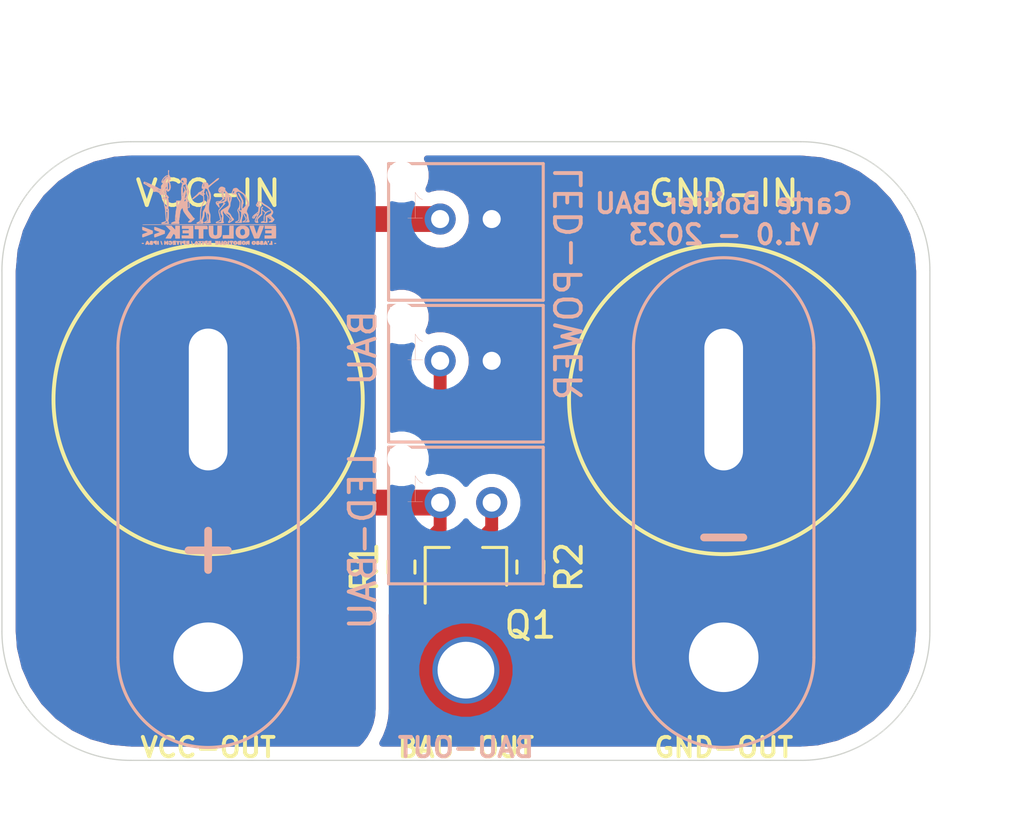
<source format=kicad_pcb>
(kicad_pcb (version 20171130) (host pcbnew "(5.1.10)-1")

  (general
    (thickness 1.6)
    (drawings 24)
    (tracks 38)
    (zones 0)
    (modules 12)
    (nets 5)
  )

  (page A4)
  (layers
    (0 F.Cu signal)
    (31 B.Cu signal)
    (32 B.Adhes user)
    (33 F.Adhes user)
    (34 B.Paste user)
    (35 F.Paste user)
    (36 B.SilkS user)
    (37 F.SilkS user)
    (38 B.Mask user)
    (39 F.Mask user hide)
    (40 Dwgs.User user)
    (41 Cmts.User user)
    (42 Eco1.User user)
    (43 Eco2.User user)
    (44 Edge.Cuts user)
    (45 Margin user)
    (46 B.CrtYd user hide)
    (47 F.CrtYd user hide)
    (48 B.Fab user hide)
    (49 F.Fab user hide)
  )

  (setup
    (last_trace_width 0.25)
    (user_trace_width 0.5)
    (user_trace_width 1)
    (user_trace_width 2)
    (user_trace_width 3)
    (user_trace_width 4)
    (user_trace_width 5)
    (user_trace_width 7.5)
    (trace_clearance 0.2)
    (zone_clearance 0.508)
    (zone_45_only no)
    (trace_min 0.2)
    (via_size 0.8)
    (via_drill 0.4)
    (via_min_size 0.4)
    (via_min_drill 0.3)
    (uvia_size 0.3)
    (uvia_drill 0.1)
    (uvias_allowed no)
    (uvia_min_size 0.2)
    (uvia_min_drill 0.1)
    (edge_width 0.05)
    (segment_width 0.2)
    (pcb_text_width 0.3)
    (pcb_text_size 1.5 1.5)
    (mod_edge_width 0.12)
    (mod_text_size 1 1)
    (mod_text_width 0.15)
    (pad_size 1.524 1.524)
    (pad_drill 0.762)
    (pad_to_mask_clearance 0)
    (aux_axis_origin 0 0)
    (visible_elements 7FFFFFFF)
    (pcbplotparams
      (layerselection 0x010fc_ffffffff)
      (usegerberextensions false)
      (usegerberattributes true)
      (usegerberadvancedattributes true)
      (creategerberjobfile true)
      (excludeedgelayer true)
      (linewidth 0.100000)
      (plotframeref false)
      (viasonmask false)
      (mode 1)
      (useauxorigin false)
      (hpglpennumber 1)
      (hpglpenspeed 20)
      (hpglpendiameter 15.000000)
      (psnegative false)
      (psa4output false)
      (plotreference true)
      (plotvalue true)
      (plotinvisibletext false)
      (padsonsilk false)
      (subtractmaskfromsilk false)
      (outputformat 1)
      (mirror false)
      (drillshape 0)
      (scaleselection 1)
      (outputdirectory "Output/"))
  )

  (net 0 "")
  (net 1 GND)
  (net 2 /~BAU)
  (net 3 VCC)
  (net 4 "Net-(LED-BAU-Red1-Pad2)")

  (net_class Default "This is the default net class."
    (clearance 0.2)
    (trace_width 0.25)
    (via_dia 0.8)
    (via_drill 0.4)
    (uvia_dia 0.3)
    (uvia_drill 0.1)
    (add_net /~BAU)
    (add_net GND)
    (add_net "Net-(LED-BAU-Red1-Pad2)")
    (add_net VCC)
  )

  (module ConnectorsEvo:Banana_Plug_Staubli_Red (layer F.Cu) (tedit 636E7914) (tstamp 636ED6DE)
    (at 35 45 90)
    (path /636ECA72)
    (fp_text reference VCC-IN (at 8 0 180) (layer F.SilkS)
      (effects (font (size 1 1) (thickness 0.15)))
    )
    (fp_text value "Banana Plug Staubli Red" (at 0 11 90) (layer F.Fab)
      (effects (font (size 1 1) (thickness 0.15)))
    )
    (fp_circle (center 0 0) (end 6 0) (layer F.SilkS) (width 0.15))
    (fp_circle (center 0 0) (end 5.9 0) (layer F.Fab) (width 0.12))
    (fp_circle (center 0 0) (end 7.25 0) (layer F.Fab) (width 0.12))
    (pad 1 thru_hole oval (at 0 0 90) (size 8 4) (drill oval 5.5 1.5) (layers *.Cu *.Mask)
      (net 3 VCC))
    (model "${LIBELEC}/3D/Connectors/Banana Plug 4mm Red CT2238 v1.step"
      (offset (xyz -23.5 65.25 -0.25))
      (scale (xyz 1 1 1))
      (rotate (xyz -90 0 -90))
    )
  )

  (module ConnectorsEvo:Banana_Plug_Staubli_Black (layer F.Cu) (tedit 636E790B) (tstamp 636EF2B8)
    (at 55 45 90)
    (path /636ED3C4)
    (fp_text reference GND-IN (at 8 0 180) (layer F.SilkS)
      (effects (font (size 1 1) (thickness 0.15)))
    )
    (fp_text value "Banana Plug Staubli Black" (at 0 11 90) (layer F.Fab) hide
      (effects (font (size 1 1) (thickness 0.15)))
    )
    (fp_circle (center 0 0) (end 6 0) (layer F.SilkS) (width 0.15))
    (fp_circle (center 0 0) (end 5.9 0) (layer F.Fab) (width 0.12))
    (fp_circle (center 0 0) (end 7.25 0) (layer F.Fab) (width 0.12))
    (pad 1 thru_hole oval (at 0 0 90) (size 8 4) (drill oval 5.5 1.5) (layers *.Cu *.Mask)
      (net 1 GND))
    (model "${LIBELEC}/3D/Connectors/Banana Plug 4mm black CT2238 v1.stp"
      (offset (xyz -23.5 65.25 -0.25))
      (scale (xyz 1 1 1))
      (rotate (xyz -90 0 -90))
    )
  )

  (module ComponentsEvo:logo-evo-micro (layer B.Cu) (tedit 0) (tstamp 636EEB18)
    (at 35 37.5 180)
    (fp_text reference G*** (at 0 0) (layer B.SilkS) hide
      (effects (font (size 1.524 1.524) (thickness 0.3)) (justify mirror))
    )
    (fp_text value LOGO (at 0.75 0) (layer B.SilkS) hide
      (effects (font (size 1.524 1.524) (thickness 0.3)) (justify mirror))
    )
    (fp_poly (pts (xy -1.965809 0.186009) (xy -1.938394 0.178172) (xy -1.918245 0.163445) (xy -1.905139 0.141689)
      (xy -1.900513 0.124941) (xy -1.893175 0.102613) (xy -1.878933 0.083983) (xy -1.877842 0.082911)
      (xy -1.863484 0.067237) (xy -1.857071 0.054186) (xy -1.858068 0.040784) (xy -1.865941 0.024057)
      (xy -1.866954 0.022311) (xy -1.881232 0.003793) (xy -1.899912 -0.012513) (xy -1.920061 -0.024553)
      (xy -1.938745 -0.030273) (xy -1.942336 -0.03048) (xy -1.957363 -0.03048) (xy -1.953925 -0.106655)
      (xy -1.952359 -0.134599) (xy -1.950376 -0.159925) (xy -1.948191 -0.180419) (xy -1.946018 -0.193871)
      (xy -1.945186 -0.196825) (xy -1.940319 -0.20716) (xy -1.933032 -0.217427) (xy -1.922026 -0.228892)
      (xy -1.906006 -0.24282) (xy -1.883675 -0.260479) (xy -1.8669 -0.273245) (xy -1.831724 -0.29997)
      (xy -1.803699 -0.321757) (xy -1.781712 -0.339575) (xy -1.764648 -0.354393) (xy -1.751392 -0.367179)
      (xy -1.740829 -0.378902) (xy -1.731844 -0.39053) (xy -1.73171 -0.390716) (xy -1.718113 -0.414234)
      (xy -1.711746 -0.436047) (xy -1.713007 -0.454383) (xy -1.715952 -0.460692) (xy -1.725694 -0.468408)
      (xy -1.742164 -0.474329) (xy -1.76195 -0.477346) (xy -1.767756 -0.47752) (xy -1.787433 -0.476227)
      (xy -1.798757 -0.471863) (xy -1.803262 -0.463694) (xy -1.803512 -0.460466) (xy -1.806948 -0.442643)
      (xy -1.815897 -0.422888) (xy -1.828819 -0.402966) (xy -1.844174 -0.384643) (xy -1.860423 -0.369682)
      (xy -1.876026 -0.35985) (xy -1.889444 -0.356911) (xy -1.893109 -0.357747) (xy -1.897007 -0.360599)
      (xy -1.897984 -0.365987) (xy -1.895583 -0.375152) (xy -1.889346 -0.389334) (xy -1.878815 -0.409774)
      (xy -1.863732 -0.437352) (xy -1.839859 -0.483957) (xy -1.823594 -0.524131) (xy -1.814913 -0.558146)
      (xy -1.81379 -0.586276) (xy -1.820199 -0.608792) (xy -1.834116 -0.625968) (xy -1.845396 -0.633472)
      (xy -1.86047 -0.638648) (xy -1.880289 -0.641708) (xy -1.901478 -0.642573) (xy -1.920662 -0.641164)
      (xy -1.934465 -0.6374) (xy -1.93724 -0.635647) (xy -1.944842 -0.624089) (xy -1.942838 -0.61118)
      (xy -1.935459 -0.60196) (xy -1.923997 -0.585133) (xy -1.918808 -0.562582) (xy -1.919949 -0.536622)
      (xy -1.92748 -0.509566) (xy -1.932828 -0.497921) (xy -1.939137 -0.48908) (xy -1.951491 -0.474495)
      (xy -1.96866 -0.455517) (xy -1.989417 -0.433494) (xy -2.01253 -0.409777) (xy -2.01951 -0.402763)
      (xy -2.096969 -0.325304) (xy -2.092142 -0.264071) (xy -2.089558 -0.225189) (xy -2.088731 -0.19583)
      (xy -2.089682 -0.175508) (xy -2.092434 -0.163734) (xy -2.096897 -0.16002) (xy -2.104807 -0.163412)
      (xy -2.117917 -0.172534) (xy -2.134375 -0.185803) (xy -2.152326 -0.201637) (xy -2.169919 -0.218453)
      (xy -2.185298 -0.234668) (xy -2.188171 -0.237963) (xy -2.211395 -0.265106) (xy -2.195356 -0.296383)
      (xy -2.185447 -0.31892) (xy -2.176377 -0.34492) (xy -2.171434 -0.36322) (xy -2.167913 -0.38299)
      (xy -2.164896 -0.407218) (xy -2.162476 -0.433909) (xy -2.160746 -0.461071) (xy -2.159798 -0.486708)
      (xy -2.159727 -0.508829) (xy -2.160625 -0.525439) (xy -2.162585 -0.534545) (xy -2.163388 -0.535511)
      (xy -2.167569 -0.542724) (xy -2.16916 -0.553902) (xy -2.166593 -0.566065) (xy -2.158009 -0.575374)
      (xy -2.142092 -0.582671) (xy -2.117522 -0.5888) (xy -2.11328 -0.58962) (xy -2.08497 -0.596179)
      (xy -2.065598 -0.603784) (xy -2.053952 -0.613057) (xy -2.049244 -0.622628) (xy -2.047804 -0.633249)
      (xy -2.048892 -0.638345) (xy -2.055048 -0.639644) (xy -2.069623 -0.640798) (xy -2.090877 -0.64179)
      (xy -2.117071 -0.642599) (xy -2.146465 -0.64321) (xy -2.177319 -0.643603) (xy -2.207892 -0.64376)
      (xy -2.236446 -0.643664) (xy -2.26124 -0.643297) (xy -2.280534 -0.642639) (xy -2.292589 -0.641674)
      (xy -2.295669 -0.640909) (xy -2.297655 -0.639363) (xy -2.299184 -0.637087) (xy -2.30024 -0.633037)
      (xy -2.300805 -0.626173) (xy -2.300863 -0.61545) (xy -2.300398 -0.599826) (xy -2.299393 -0.57826)
      (xy -2.297832 -0.549707) (xy -2.295697 -0.513127) (xy -2.292973 -0.467475) (xy -2.29289 -0.46609)
      (xy -2.291874 -0.442326) (xy -2.291921 -0.424305) (xy -2.29299 -0.413664) (xy -2.294256 -0.41148)
      (xy -2.29981 -0.414649) (xy -2.311036 -0.423187) (xy -2.326081 -0.435635) (xy -2.336896 -0.445013)
      (xy -2.357949 -0.462172) (xy -2.381145 -0.478863) (xy -2.402497 -0.492277) (xy -2.408993 -0.495777)
      (xy -2.433366 -0.509869) (xy -2.448065 -0.523072) (xy -2.453424 -0.536233) (xy -2.449779 -0.550202)
      (xy -2.437465 -0.565828) (xy -2.43689 -0.566406) (xy -2.4191 -0.579749) (xy -2.394133 -0.590669)
      (xy -2.38355 -0.594053) (xy -2.363962 -0.60045) (xy -2.352568 -0.605848) (xy -2.347597 -0.611242)
      (xy -2.34696 -0.614664) (xy -2.349829 -0.621498) (xy -2.359065 -0.626184) (xy -2.375614 -0.628885)
      (xy -2.400421 -0.629766) (xy -2.430275 -0.629151) (xy -2.478706 -0.62738) (xy -2.507173 -0.59944)
      (xy -2.527181 -0.578649) (xy -2.54481 -0.558174) (xy -2.558762 -0.539717) (xy -2.566638 -0.526783)
      (xy -2.496787 -0.526783) (xy -2.494104 -0.53625) (xy -2.48611 -0.550323) (xy -2.481949 -0.55671)
      (xy -2.471583 -0.571659) (xy -2.464286 -0.58098) (xy -2.460792 -0.584056) (xy -2.461833 -0.580268)
      (xy -2.468143 -0.568997) (xy -2.468936 -0.56769) (xy -2.477331 -0.547222) (xy -2.478505 -0.527148)
      (xy -2.472516 -0.510292) (xy -2.46761 -0.504607) (xy -2.457595 -0.497176) (xy -2.441788 -0.487082)
      (xy -2.423402 -0.476364) (xy -2.421207 -0.475151) (xy -2.389399 -0.455478) (xy -2.363409 -0.434923)
      (xy -2.344834 -0.414841) (xy -2.338644 -0.405052) (xy -2.333873 -0.395096) (xy -2.334656 -0.391977)
      (xy -2.341784 -0.39356) (xy -2.342783 -0.393866) (xy -2.356239 -0.400333) (xy -2.374987 -0.412442)
      (xy -2.397145 -0.42864) (xy -2.420832 -0.447375) (xy -2.444167 -0.467092) (xy -2.465268 -0.486241)
      (xy -2.482254 -0.503266) (xy -2.493243 -0.516616) (xy -2.495005 -0.519512) (xy -2.496787 -0.526783)
      (xy -2.566638 -0.526783) (xy -2.567735 -0.524983) (xy -2.57048 -0.516431) (xy -2.56711 -0.510294)
      (xy -2.557767 -0.498271) (xy -2.543605 -0.481719) (xy -2.525777 -0.461995) (xy -2.50952 -0.444707)
      (xy -2.489631 -0.42365) (xy -2.472459 -0.40497) (xy -2.459147 -0.389951) (xy -2.450839 -0.379877)
      (xy -2.44856 -0.376207) (xy -2.451273 -0.370223) (xy -2.458573 -0.357965) (xy -2.46921 -0.341474)
      (xy -2.47701 -0.329902) (xy -2.490185 -0.309991) (xy -2.501804 -0.291219) (xy -2.510141 -0.27643)
      (xy -2.51257 -0.271343) (xy -2.518839 -0.244553) (xy -2.518349 -0.233414) (xy -2.45364 -0.233414)
      (xy -2.45249 -0.245324) (xy -2.448388 -0.256227) (xy -2.440359 -0.266904) (xy -2.427427 -0.278138)
      (xy -2.408617 -0.290711) (xy -2.382954 -0.305406) (xy -2.349462 -0.323005) (xy -2.329041 -0.333357)
      (xy -2.23934 -0.37846) (xy -2.246366 -0.60452) (xy -2.212251 -0.60452) (xy -2.194221 -0.604337)
      (xy -2.184334 -0.603286) (xy -2.180575 -0.600614) (xy -2.180926 -0.595568) (xy -2.181651 -0.59309)
      (xy -2.182773 -0.584881) (xy -2.183998 -0.568107) (xy -2.185247 -0.544362) (xy -2.186444 -0.51524)
      (xy -2.18751 -0.482334) (xy -2.188016 -0.463044) (xy -2.190866 -0.344429) (xy -2.225113 -0.302875)
      (xy -2.257595 -0.266281) (xy -2.287805 -0.238465) (xy -2.316867 -0.218631) (xy -2.345909 -0.205982)
      (xy -2.36994 -0.200494) (xy -2.393117 -0.195909) (xy -2.407088 -0.190028) (xy -2.412768 -0.182418)
      (xy -2.413 -0.180161) (xy -2.408579 -0.174655) (xy -2.396568 -0.172534) (xy -2.378842 -0.173495)
      (xy -2.35728 -0.177238) (xy -2.333758 -0.183459) (xy -2.310153 -0.191858) (xy -2.29362 -0.199356)
      (xy -2.276176 -0.209426) (xy -2.258202 -0.221615) (xy -2.25426 -0.224615) (xy -2.235219 -0.239599)
      (xy -2.19838 -0.205825) (xy -2.177531 -0.187662) (xy -2.154494 -0.169071) (xy -2.133365 -0.153322)
      (xy -2.127916 -0.149577) (xy -2.111205 -0.138028) (xy -2.097456 -0.12783) (xy -2.089201 -0.120878)
      (xy -2.088437 -0.12005) (xy -2.085303 -0.109813) (xy -2.089941 -0.095387) (xy -2.10261 -0.076137)
      (xy -2.110174 -0.066717) (xy -2.122033 -0.050162) (xy -2.12778 -0.036842) (xy -2.127065 -0.02814)
      (xy -2.120648 -0.0254) (xy -2.106494 -0.029054) (xy -2.089684 -0.038623) (xy -2.073821 -0.052016)
      (xy -2.07264 -0.053255) (xy -2.068545 -0.057853) (xy -2.065422 -0.062658) (xy -2.063118 -0.069053)
      (xy -2.06148 -0.07842) (xy -2.060353 -0.092142) (xy -2.059584 -0.1116) (xy -2.059019 -0.138178)
      (xy -2.058505 -0.173257) (xy -2.058396 -0.181385) (xy -2.056851 -0.295934) (xy -1.983218 -0.374714)
      (xy -1.954178 -0.406182) (xy -1.931648 -0.431685) (xy -1.91486 -0.452349) (xy -1.903049 -0.469299)
      (xy -1.895447 -0.483661) (xy -1.891287 -0.496563) (xy -1.889804 -0.509128) (xy -1.88976 -0.511955)
      (xy -1.887825 -0.532223) (xy -1.88266 -0.553965) (xy -1.875228 -0.574878) (xy -1.866492 -0.592657)
      (xy -1.857412 -0.604999) (xy -1.848982 -0.6096) (xy -1.845113 -0.605181) (xy -1.841675 -0.594411)
      (xy -1.841414 -0.59309) (xy -1.839941 -0.575954) (xy -1.842033 -0.557047) (xy -1.848127 -0.535242)
      (xy -1.858664 -0.509412) (xy -1.874081 -0.478429) (xy -1.894819 -0.441167) (xy -1.911878 -0.412179)
      (xy -1.94436 -0.354443) (xy -1.968973 -0.303038) (xy -1.985743 -0.257903) (xy -1.991048 -0.238268)
      (xy -1.966302 -0.238268) (xy -1.958269 -0.257494) (xy -1.949844 -0.274947) (xy -1.940094 -0.287791)
      (xy -1.926932 -0.297484) (xy -1.908272 -0.305481) (xy -1.882027 -0.31324) (xy -1.876264 -0.314742)
      (xy -1.855192 -0.324155) (xy -1.832421 -0.341065) (xy -1.810061 -0.363551) (xy -1.79022 -0.389688)
      (xy -1.785155 -0.397818) (xy -1.772129 -0.417683) (xy -1.7587 -0.434589) (xy -1.746558 -0.446652)
      (xy -1.737396 -0.45199) (xy -1.73639 -0.452094) (xy -1.730773 -0.448502) (xy -1.729833 -0.447189)
      (xy -1.729502 -0.437282) (xy -1.737174 -0.42274) (xy -1.752165 -0.404202) (xy -1.773793 -0.382307)
      (xy -1.801377 -0.357694) (xy -1.834235 -0.331002) (xy -1.871683 -0.302869) (xy -1.913041 -0.273936)
      (xy -1.919141 -0.269833) (xy -1.966302 -0.238268) (xy -1.991048 -0.238268) (xy -1.99111 -0.238041)
      (xy -1.993481 -0.225024) (xy -1.996491 -0.204382) (xy -1.99981 -0.178601) (xy -2.003104 -0.15017)
      (xy -2.004228 -0.1397) (xy -2.008206 -0.103438) (xy -2.011796 -0.075759) (xy -2.015398 -0.055112)
      (xy -2.019411 -0.039952) (xy -2.024235 -0.02873) (xy -2.03027 -0.019898) (xy -2.036999 -0.012777)
      (xy -2.048492 0.000523) (xy -2.051928 0.009695) (xy -2.048629 0.014519) (xy -2.039917 0.014778)
      (xy -2.027112 0.010253) (xy -2.011535 0.000726) (xy -2.001971 -0.006984) (xy -1.994858 -0.012316)
      (xy -1.994355 -0.009958) (xy -2.000456 0.000072) (xy -2.008143 0.010948) (xy -2.01485 0.023868)
      (xy -2.013317 0.031983) (xy -2.004362 0.035084) (xy -1.988804 0.032965) (xy -1.967462 0.025418)
      (xy -1.961497 0.022742) (xy -1.934173 0.010022) (xy -1.953014 0.030876) (xy -1.973863 0.056364)
      (xy -1.989547 0.080528) (xy -1.99905 0.101606) (xy -1.999599 0.104598) (xy -1.964656 0.104598)
      (xy -1.964165 0.098524) (xy -1.958011 0.087449) (xy -1.947892 0.073375) (xy -1.935507 0.058304)
      (xy -1.922553 0.044238) (xy -1.910729 0.033179) (xy -1.901733 0.027129) (xy -1.898552 0.026678)
      (xy -1.892967 0.032791) (xy -1.890601 0.040353) (xy -1.89363 0.053632) (xy -1.905841 0.06961)
      (xy -1.918407 0.08088) (xy -1.933108 0.091489) (xy -1.947427 0.099941) (xy -1.958845 0.104737)
      (xy -1.964656 0.104598) (xy -1.999599 0.104598) (xy -2.00152 0.115051) (xy -1.998915 0.128838)
      (xy -1.996824 0.131984) (xy -1.96088 0.131984) (xy -1.956782 0.128155) (xy -1.94757 0.127145)
      (xy -1.937871 0.128883) (xy -1.932732 0.132418) (xy -1.931426 0.139327) (xy -1.932195 0.140649)
      (xy -1.93897 0.14188) (xy -1.949215 0.13972) (xy -1.958069 0.135637) (xy -1.96088 0.131984)
      (xy -1.996824 0.131984) (xy -1.989907 0.14239) (xy -1.982961 0.149616) (xy -1.964402 0.16764)
      (xy -1.978044 0.16764) (xy -1.995458 0.16518) (xy -2.014047 0.157256) (xy -2.035123 0.143053)
      (xy -2.059997 0.121758) (xy -2.07518 0.107306) (xy -2.100867 0.082607) (xy -2.122275 0.063278)
      (xy -2.142075 0.047277) (xy -2.162937 0.032561) (xy -2.187532 0.017088) (xy -2.21234 0.002413)
      (xy -2.264532 -0.029005) (xy -2.308435 -0.057734) (xy -2.345277 -0.084651) (xy -2.376284 -0.11063)
      (xy -2.39304 -0.126575) (xy -2.420307 -0.156435) (xy -2.439044 -0.183188) (xy -2.449927 -0.208026)
      (xy -2.453632 -0.232141) (xy -2.45364 -0.233414) (xy -2.518349 -0.233414) (xy -2.517549 -0.215236)
      (xy -2.509774 -0.189491) (xy -2.497595 -0.169463) (xy -2.477946 -0.145424) (xy -2.452123 -0.118496)
      (xy -2.421423 -0.089803) (xy -2.387143 -0.060467) (xy -2.350579 -0.031611) (xy -2.313029 -0.00436)
      (xy -2.275788 0.020165) (xy -2.250235 0.035312) (xy -2.196934 0.067028) (xy -2.152907 0.097047)
      (xy -2.118423 0.125179) (xy -2.106553 0.136692) (xy -2.077452 0.161878) (xy -2.046885 0.17798)
      (xy -2.01265 0.186047) (xy -2.000714 0.187095) (xy -1.965809 0.186009)) (layer B.SilkS) (width 0.01))
    (fp_poly (pts (xy -1.052984 0.704058) (xy -1.027984 0.698564) (xy -1.004652 0.690601) (xy -0.985963 0.681155)
      (xy -0.975937 0.672679) (xy -0.968444 0.659194) (xy -0.963111 0.642776) (xy -0.962839 0.641395)
      (xy -0.959353 0.628798) (xy -0.952704 0.609833) (xy -0.943948 0.587378) (xy -0.936865 0.570516)
      (xy -0.926167 0.545437) (xy -0.919299 0.527538) (xy -0.915893 0.514743) (xy -0.915579 0.504982)
      (xy -0.91799 0.496179) (xy -0.922106 0.487514) (xy -0.930835 0.474843) (xy -0.942858 0.466073)
      (xy -0.959921 0.460609) (xy -0.98377 0.457855) (xy -1.011002 0.4572) (xy -1.033679 0.456752)
      (xy -1.05316 0.455546) (xy -1.066794 0.453788) (xy -1.071167 0.452502) (xy -1.079569 0.443672)
      (xy -1.08921 0.426186) (xy -1.09948 0.401379) (xy -1.109774 0.370585) (xy -1.112207 0.362361)
      (xy -1.119921 0.340527) (xy -1.131262 0.317122) (xy -1.147407 0.2899) (xy -1.161517 0.268381)
      (xy -1.183435 0.235149) (xy -1.199851 0.207772) (xy -1.211388 0.183996) (xy -1.218671 0.16157)
      (xy -1.222321 0.138242) (xy -1.222963 0.111759) (xy -1.22122 0.079869) (xy -1.219452 0.059013)
      (xy -1.215894 0.024744) (xy -1.211674 -0.002148) (xy -1.20593 -0.024441) (xy -1.197798 -0.044917)
      (xy -1.186415 -0.066354) (xy -1.174427 -0.086003) (xy -1.157214 -0.114206) (xy -1.145688 -0.136333)
      (xy -1.139547 -0.154519) (xy -1.138492 -0.170896) (xy -1.142224 -0.187599) (xy -1.150441 -0.206762)
      (xy -1.155931 -0.217537) (xy -1.16859 -0.246797) (xy -1.178187 -0.280972) (xy -1.184928 -0.321304)
      (xy -1.189021 -0.369035) (xy -1.190672 -0.425409) (xy -1.190682 -0.42672) (xy -1.190773 -0.457578)
      (xy -1.190389 -0.480283) (xy -1.18933 -0.496837) (xy -1.187394 -0.509242) (xy -1.18438 -0.5195)
      (xy -1.180434 -0.528871) (xy -1.164003 -0.553833) (xy -1.139889 -0.573509) (xy -1.107249 -0.588586)
      (xy -1.106957 -0.588688) (xy -1.088894 -0.595266) (xy -1.072623 -0.601669) (xy -1.065628 -0.604696)
      (xy -1.054197 -0.612956) (xy -1.048181 -0.623065) (xy -1.048866 -0.632121) (xy -1.052041 -0.635296)
      (xy -1.060384 -0.637935) (xy -1.076706 -0.640301) (xy -1.101473 -0.64243) (xy -1.135152 -0.644355)
      (xy -1.17821 -0.646111) (xy -1.212775 -0.647217) (xy -1.243463 -0.648064) (xy -1.265592 -0.648423)
      (xy -1.280761 -0.64814) (xy -1.290567 -0.647062) (xy -1.296605 -0.645033) (xy -1.300473 -0.6419)
      (xy -1.303071 -0.638506) (xy -1.306786 -0.631039) (xy -1.308695 -0.620432) (xy -1.308975 -0.604412)
      (xy -1.307803 -0.58071) (xy -1.307699 -0.57912) (xy -1.30665 -0.560473) (xy -1.306494 -0.544897)
      (xy -1.307554 -0.530058) (xy -1.310155 -0.513626) (xy -1.31462 -0.493268) (xy -1.321275 -0.466654)
      (xy -1.325704 -0.44958) (xy -1.333825 -0.417791) (xy -1.339511 -0.393353) (xy -1.343132 -0.373851)
      (xy -1.345054 -0.356869) (xy -1.345646 -0.339994) (xy -1.345282 -0.321019) (xy -1.344911 -0.310187)
      (xy -1.287374 -0.310187) (xy -1.287336 -0.32512) (xy -1.285733 -0.351736) (xy -1.281664 -0.382837)
      (xy -1.275598 -0.416589) (xy -1.268006 -0.451157) (xy -1.259359 -0.484708) (xy -1.250126 -0.51541)
      (xy -1.24078 -0.541427) (xy -1.23179 -0.560928) (xy -1.224059 -0.5717) (xy -1.216168 -0.581744)
      (xy -1.214546 -0.590344) (xy -1.219619 -0.594751) (xy -1.22047 -0.594852) (xy -1.229391 -0.595025)
      (xy -1.243498 -0.594833) (xy -1.24714 -0.594735) (xy -1.259356 -0.594709) (xy -1.262713 -0.596099)
      (xy -1.258488 -0.599568) (xy -1.257533 -0.600156) (xy -1.248556 -0.603279) (xy -1.23187 -0.607135)
      (xy -1.209863 -0.611336) (xy -1.184925 -0.615495) (xy -1.159444 -0.619223) (xy -1.135809 -0.622133)
      (xy -1.116409 -0.623838) (xy -1.10998 -0.624103) (xy -1.101557 -0.624054) (xy -1.098019 -0.622981)
      (xy -1.100276 -0.620098) (xy -1.109235 -0.614615) (xy -1.125805 -0.605746) (xy -1.139191 -0.598777)
      (xy -1.162576 -0.585763) (xy -1.181977 -0.573283) (xy -1.195273 -0.562759) (xy -1.198993 -0.558642)
      (xy -1.207347 -0.542811) (xy -1.21322 -0.521649) (xy -1.216743 -0.494044) (xy -1.218046 -0.458884)
      (xy -1.217262 -0.415056) (xy -1.216919 -0.4064) (xy -1.214664 -0.36028) (xy -1.21204 -0.322744)
      (xy -1.208796 -0.292219) (xy -1.204681 -0.267128) (xy -1.199444 -0.245897) (xy -1.192834 -0.226952)
      (xy -1.185812 -0.211187) (xy -1.177387 -0.192036) (xy -1.171205 -0.174583) (xy -1.168446 -0.162228)
      (xy -1.1684 -0.161105) (xy -1.1716 -0.144967) (xy -1.180101 -0.125005) (xy -1.192256 -0.104805)
      (xy -1.197438 -0.097879) (xy -1.201863 -0.092783) (xy -1.204547 -0.092099) (xy -1.205924 -0.097303)
      (xy -1.20643 -0.10987) (xy -1.2065 -0.128585) (xy -1.207811 -0.15775) (xy -1.212121 -0.178153)
      (xy -1.219995 -0.190898) (xy -1.232 -0.197088) (xy -1.242178 -0.19812) (xy -1.257124 -0.200505)
      (xy -1.268691 -0.208243) (xy -1.277189 -0.222208) (xy -1.282928 -0.243271) (xy -1.28622 -0.272307)
      (xy -1.287374 -0.310187) (xy -1.344911 -0.310187) (xy -1.34366 -0.273739) (xy -1.355227 -0.287999)
      (xy -1.362735 -0.299186) (xy -1.373397 -0.317616) (xy -1.38619 -0.341266) (xy -1.400093 -0.368117)
      (xy -1.414083 -0.396147) (xy -1.427138 -0.423338) (xy -1.438237 -0.447667) (xy -1.446357 -0.467115)
      (xy -1.447841 -0.471087) (xy -1.453905 -0.48923) (xy -1.456289 -0.501431) (xy -1.455347 -0.511075)
      (xy -1.452787 -0.518386) (xy -1.443903 -0.53276) (xy -1.428725 -0.546766) (xy -1.40594 -0.561451)
      (xy -1.3843 -0.572924) (xy -1.358835 -0.587428) (xy -1.343111 -0.600687) (xy -1.336825 -0.612989)
      (xy -1.33696 -0.618112) (xy -1.339279 -0.623128) (xy -1.345295 -0.625725) (xy -1.357341 -0.626435)
      (xy -1.371695 -0.626053) (xy -1.38797 -0.625537) (xy -1.41189 -0.62496) (xy -1.440938 -0.624373)
      (xy -1.472601 -0.62383) (xy -1.494257 -0.623513) (xy -1.526976 -0.62297) (xy -1.551096 -0.622245)
      (xy -1.568177 -0.621168) (xy -1.57978 -0.61957) (xy -1.587466 -0.617282) (xy -1.592795 -0.614134)
      (xy -1.594587 -0.612622) (xy -1.602057 -0.603908) (xy -1.60459 -0.594086) (xy -1.602125 -0.580711)
      (xy -1.599961 -0.575138) (xy -1.532344 -0.575138) (xy -1.528656 -0.578224) (xy -1.524 -0.581054)
      (xy -1.509919 -0.586659) (xy -1.487877 -0.592036) (xy -1.460075 -0.596819) (xy -1.428711 -0.600642)
      (xy -1.395985 -0.603139) (xy -1.38938 -0.603451) (xy -1.382693 -0.603175) (xy -1.383523 -0.601075)
      (xy -1.392634 -0.596523) (xy -1.403397 -0.591937) (xy -1.421723 -0.583486) (xy -1.438263 -0.574452)
      (xy -1.446577 -0.568906) (xy -1.463616 -0.551316) (xy -1.476416 -0.529894) (xy -1.482919 -0.508363)
      (xy -1.483334 -0.502348) (xy -1.480368 -0.483398) (xy -1.471467 -0.456393) (xy -1.456693 -0.421483)
      (xy -1.436106 -0.378816) (xy -1.419625 -0.346971) (xy -1.40772 -0.324276) (xy -1.397745 -0.304894)
      (xy -1.390566 -0.290537) (xy -1.387051 -0.282917) (xy -1.38684 -0.282201) (xy -1.391375 -0.280506)
      (xy -1.402808 -0.27951) (xy -1.408949 -0.2794) (xy -1.432702 -0.283469) (xy -1.454993 -0.296131)
      (xy -1.476913 -0.318061) (xy -1.482351 -0.324925) (xy -1.499551 -0.347475) (xy -1.496073 -0.396067)
      (xy -1.49467 -0.420524) (xy -1.494823 -0.438354) (xy -1.49686 -0.453014) (xy -1.501112 -0.467962)
      (xy -1.503602 -0.475059) (xy -1.511963 -0.499196) (xy -1.51652 -0.516296) (xy -1.517372 -0.528701)
      (xy -1.514617 -0.538755) (xy -1.508356 -0.5488) (xy -1.506801 -0.55087) (xy -1.496977 -0.565045)
      (xy -1.494643 -0.573143) (xy -1.500197 -0.576369) (xy -1.514043 -0.575923) (xy -1.51511 -0.575809)
      (xy -1.528206 -0.574556) (xy -1.532344 -0.575138) (xy -1.599961 -0.575138) (xy -1.5946 -0.56134)
      (xy -1.593203 -0.558154) (xy -1.586093 -0.540431) (xy -1.580206 -0.521509) (xy -1.575171 -0.499542)
      (xy -1.570617 -0.472689) (xy -1.566175 -0.439103) (xy -1.562206 -0.40386) (xy -1.55903 -0.375259)
      (xy -1.556062 -0.353908) (xy -1.552511 -0.336947) (xy -1.547584 -0.321514) (xy -1.540488 -0.304751)
      (xy -1.53043 -0.283796) (xy -1.52701 -0.27686) (xy -1.516011 -0.254003) (xy -1.506599 -0.233356)
      (xy -1.499789 -0.217217) (xy -1.496624 -0.208017) (xy -1.497212 -0.196949) (xy -1.501567 -0.177879)
      (xy -1.509274 -0.152066) (xy -1.519923 -0.12077) (xy -1.533102 -0.08525) (xy -1.548398 -0.046765)
      (xy -1.553034 -0.03556) (xy -1.562392 -0.012159) (xy -1.570815 0.010642) (xy -1.577061 0.029404)
      (xy -1.579066 0.03654) (xy -1.58356 0.064114) (xy -1.584662 0.09388) (xy -1.58338 0.109749)
      (xy -1.522955 0.109749) (xy -1.470215 0.04029) (xy -1.442006 0.004392) (xy -1.415564 -0.026822)
      (xy -1.391608 -0.052633) (xy -1.370862 -0.07232) (xy -1.354046 -0.085163) (xy -1.34188 -0.090441)
      (xy -1.339356 -0.090458) (xy -1.332534 -0.088049) (xy -1.329411 -0.081521) (xy -1.328761 -0.068036)
      (xy -1.328787 -0.06604) (xy -1.330492 -0.03472) (xy -1.334348 -0.002201) (xy -1.339916 0.029664)
      (xy -1.346758 0.059025) (xy -1.354434 0.084029) (xy -1.362506 0.102826) (xy -1.370534 0.113563)
      (xy -1.371528 0.114256) (xy -1.376712 0.121891) (xy -1.375625 0.13096) (xy -1.369294 0.13676)
      (xy -1.366528 0.13716) (xy -1.361436 0.137966) (xy -1.358511 0.141767) (xy -1.357278 0.150643)
      (xy -1.357261 0.166672) (xy -1.357516 0.17653) (xy -1.357834 0.193552) (xy -1.357124 0.206658)
      (xy -1.354613 0.218492) (xy -1.349528 0.231697) (xy -1.341098 0.248917) (xy -1.330432 0.26924)
      (xy -1.316655 0.294946) (xy -1.299935 0.325643) (xy -1.28237 0.357504) (xy -1.266058 0.3867)
      (xy -1.265868 0.387038) (xy -1.252103 0.411849) (xy -1.239537 0.435223) (xy -1.229346 0.454922)
      (xy -1.222706 0.468707) (xy -1.221608 0.471291) (xy -1.209187 0.489625) (xy -1.190303 0.502526)
      (xy -1.168069 0.507948) (xy -1.165688 0.508) (xy -1.157072 0.506441) (xy -1.153884 0.500999)
      (xy -1.156311 0.490525) (xy -1.164534 0.473871) (xy -1.173676 0.458192) (xy -1.181976 0.443564)
      (xy -1.193727 0.421652) (xy -1.207964 0.394317) (xy -1.22372 0.363426) (xy -1.240029 0.330841)
      (xy -1.24673 0.317265) (xy -1.299267 0.210349) (xy -1.292412 0.116605) (xy -1.288977 0.065973)
      (xy -1.286786 0.024139) (xy -1.285844 -0.010187) (xy -1.286157 -0.038291) (xy -1.287729 -0.061461)
      (xy -1.290567 -0.080984) (xy -1.293279 -0.093056) (xy -1.298397 -0.12274) (xy -1.29647 -0.145783)
      (xy -1.287434 -0.162933) (xy -1.286933 -0.163496) (xy -1.27379 -0.171529) (xy -1.258636 -0.171887)
      (xy -1.245428 -0.164818) (xy -1.242025 -0.160678) (xy -1.236936 -0.150638) (xy -1.234267 -0.138444)
      (xy -1.23394 -0.122035) (xy -1.235878 -0.099348) (xy -1.23888 -0.0762) (xy -1.240821 -0.057989)
      (xy -1.24277 -0.031873) (xy -1.244601 -0.000103) (xy -1.246189 0.035067) (xy -1.247407 0.071385)
      (xy -1.24766 0.08128) (xy -1.248613 0.118597) (xy -1.249181 0.147453) (xy -1.248934 0.169547)
      (xy -1.247442 0.186579) (xy -1.244274 0.200246) (xy -1.239001 0.212249) (xy -1.231192 0.224287)
      (xy -1.220417 0.238057) (xy -1.206245 0.25526) (xy -1.202426 0.259923) (xy -1.172983 0.299875)
      (xy -1.151164 0.339016) (xy -1.135275 0.380582) (xy -1.130533 0.397327) (xy -1.123313 0.419489)
      (xy -1.11375 0.4418) (xy -1.106131 0.455747) (xy -1.093769 0.480944) (xy -1.088228 0.504097)
      (xy -1.087475 0.519686) (xy -1.090181 0.529896) (xy -1.097906 0.539329) (xy -1.101247 0.54252)
      (xy -1.121354 0.556111) (xy -1.14614 0.565605) (xy -1.169203 0.56896) (xy -1.17951 0.566244)
      (xy -1.196609 0.558682) (xy -1.2189 0.547152) (xy -1.24478 0.532533) (xy -1.27265 0.515704)
      (xy -1.300908 0.497543) (xy -1.308011 0.492785) (xy -1.328708 0.478215) (xy -1.3467 0.463889)
      (xy -1.362671 0.448722) (xy -1.377306 0.431631) (xy -1.391287 0.411529) (xy -1.4053 0.387333)
      (xy -1.420026 0.357957) (xy -1.436151 0.322316) (xy -1.454358 0.279326) (xy -1.475331 0.227902)
      (xy -1.475967 0.226325) (xy -1.522955 0.109749) (xy -1.58338 0.109749) (xy -1.582416 0.121671)
      (xy -1.57801 0.140332) (xy -1.573456 0.151245) (xy -1.564987 0.169681) (xy -1.553356 0.194136)
      (xy -1.53931 0.223106) (xy -1.5236 0.255088) (xy -1.506976 0.288577) (xy -1.490188 0.322071)
      (xy -1.473986 0.354064) (xy -1.45912 0.383055) (xy -1.446339 0.407538) (xy -1.436393 0.42601)
      (xy -1.43025 0.436628) (xy -1.417133 0.455004) (xy -1.400874 0.473162) (xy -1.380276 0.49213)
      (xy -1.354142 0.512937) (xy -1.321276 0.53661) (xy -1.286504 0.560187) (xy -1.265519 0.574529)
      (xy -1.01538 0.574529) (xy -1.014911 0.556921) (xy -1.007638 0.535094) (xy -1.007522 0.534848)
      (xy -0.999887 0.523581) (xy -0.988 0.510788) (xy -0.974593 0.498919) (xy -0.962398 0.490423)
      (xy -0.9549 0.48768) (xy -0.948933 0.491119) (xy -0.945044 0.495104) (xy -0.942087 0.506526)
      (xy -0.94604 0.525216) (xy -0.956861 0.551028) (xy -0.964145 0.565273) (xy -0.97692 0.583334)
      (xy -0.989816 0.592319) (xy -1.001448 0.593199) (xy -1.010431 0.586945) (xy -1.01538 0.574529)
      (xy -1.265519 0.574529) (xy -1.248786 0.585964) (xy -1.21873 0.60817) (xy -1.194965 0.627881)
      (xy -1.176119 0.646174) (xy -1.173795 0.648683) (xy -1.150765 0.672534) (xy -1.131365 0.689047)
      (xy -1.113644 0.699375) (xy -1.095652 0.704672) (xy -1.076677 0.706094) (xy -1.052984 0.704058)) (layer B.SilkS) (width 0.01))
    (fp_poly (pts (xy -0.506407 0.751472) (xy -0.486529 0.746712) (xy -0.468835 0.736983) (xy -0.451972 0.723162)
      (xy -0.42716 0.694611) (xy -0.409506 0.661239) (xy -0.400191 0.625588) (xy -0.399031 0.609186)
      (xy -0.39958 0.589085) (xy -0.40232 0.574865) (xy -0.408339 0.562306) (xy -0.412934 0.555307)
      (xy -0.424039 0.541439) (xy -0.436275 0.531869) (xy -0.451966 0.525631) (xy -0.473435 0.521761)
      (xy -0.498963 0.519546) (xy -0.518812 0.518115) (xy -0.534116 0.516736) (xy -0.542588 0.515628)
      (xy -0.54356 0.515279) (xy -0.5424 0.510046) (xy -0.539366 0.497704) (xy -0.535343 0.481824)
      (xy -0.529417 0.439452) (xy -0.532712 0.394115) (xy -0.545269 0.345259) (xy -0.545511 0.344545)
      (xy -0.551955 0.323039) (xy -0.556677 0.30233) (xy -0.558769 0.286491) (xy -0.5588 0.284985)
      (xy -0.557617 0.270689) (xy -0.552654 0.26229) (xy -0.544397 0.256973) (xy -0.532963 0.249883)
      (xy -0.517355 0.238738) (xy -0.502487 0.227176) (xy -0.482792 0.211695) (xy -0.467547 0.201758)
      (xy -0.45362 0.196148) (xy -0.437878 0.193649) (xy -0.417189 0.193044) (xy -0.414605 0.19304)
      (xy -0.374142 0.191102) (xy -0.342772 0.185181) (xy -0.320172 0.175117) (xy -0.30602 0.160752)
      (xy -0.299995 0.141927) (xy -0.29972 0.13614) (xy -0.303205 0.112428) (xy -0.312443 0.087796)
      (xy -0.325611 0.06619) (xy -0.337767 0.053726) (xy -0.350188 0.041632) (xy -0.362947 0.025244)
      (xy -0.368341 0.016709) (xy -0.378782 0.000823) (xy -0.392083 -0.016203) (xy -0.406387 -0.032357)
      (xy -0.419833 -0.045629) (xy -0.430563 -0.054006) (xy -0.43542 -0.05588) (xy -0.440592 -0.051371)
      (xy -0.44147 -0.038178) (xy -0.438108 -0.016798) (xy -0.43056 0.012273) (xy -0.426631 0.02515)
      (xy -0.420126 0.046682) (xy -0.415019 0.065334) (xy -0.412001 0.078488) (xy -0.41148 0.082585)
      (xy -0.415424 0.090632) (xy -0.427578 0.098638) (xy -0.448427 0.106793) (xy -0.478455 0.115288)
      (xy -0.516971 0.124066) (xy -0.541412 0.129081) (xy -0.562627 0.133208) (xy -0.578427 0.136037)
      (xy -0.586619 0.137157) (xy -0.586821 0.13716) (xy -0.592093 0.132768) (xy -0.594244 0.121281)
      (xy -0.593383 0.105241) (xy -0.589623 0.087184) (xy -0.583953 0.071532) (xy -0.577555 0.059719)
      (xy -0.567196 0.044074) (xy -0.552345 0.023907) (xy -0.532469 -0.001471) (xy -0.507036 -0.03275)
      (xy -0.475517 -0.070621) (xy -0.462274 -0.08636) (xy -0.443216 -0.109371) (xy -0.42821 -0.129247)
      (xy -0.417097 -0.14744) (xy -0.40972 -0.165401) (xy -0.405919 -0.184582) (xy -0.405536 -0.206433)
      (xy -0.408413 -0.232407) (xy -0.414391 -0.263956) (xy -0.423311 -0.302529) (xy -0.433973 -0.34544)
      (xy -0.445554 -0.392344) (xy -0.454423 -0.43059) (xy -0.460733 -0.46127) (xy -0.464635 -0.485473)
      (xy -0.46628 -0.504292) (xy -0.465822 -0.518815) (xy -0.46341 -0.530135) (xy -0.460593 -0.536832)
      (xy -0.455084 -0.545064) (xy -0.44669 -0.552709) (xy -0.433968 -0.560574) (xy -0.415475 -0.569465)
      (xy -0.389769 -0.58019) (xy -0.367241 -0.589015) (xy -0.338377 -0.601049) (xy -0.318405 -0.611719)
      (xy -0.306287 -0.621811) (xy -0.300984 -0.632109) (xy -0.30071 -0.639375) (xy -0.304665 -0.650025)
      (xy -0.3152 -0.655431) (xy -0.3175 -0.655964) (xy -0.328482 -0.657141) (xy -0.347679 -0.658033)
      (xy -0.373151 -0.658644) (xy -0.402958 -0.658979) (xy -0.43516 -0.659041) (xy -0.467817 -0.658836)
      (xy -0.498988 -0.658369) (xy -0.526732 -0.657642) (xy -0.549111 -0.656662) (xy -0.564183 -0.655432)
      (xy -0.564427 -0.6554) (xy -0.581152 -0.652771) (xy -0.594005 -0.649889) (xy -0.598717 -0.648147)
      (xy -0.603679 -0.639718) (xy -0.603348 -0.623589) (xy -0.597686 -0.599407) (xy -0.591838 -0.581239)
      (xy -0.585753 -0.563046) (xy -0.582465 -0.549769) (xy -0.58176 -0.53769) (xy -0.583422 -0.523092)
      (xy -0.587236 -0.502258) (xy -0.587263 -0.502117) (xy -0.591955 -0.468661) (xy -0.593685 -0.43125)
      (xy -0.593161 -0.39878) (xy -0.591851 -0.370782) (xy -0.589883 -0.349662) (xy -0.586658 -0.332139)
      (xy -0.581581 -0.314929) (xy -0.574397 -0.295624) (xy -0.565206 -0.269806) (xy -0.560949 -0.251444)
      (xy -0.561209 -0.239744) (xy -0.565653 -0.22731) (xy -0.572808 -0.212519) (xy -0.581009 -0.198259)
      (xy -0.588587 -0.18742) (xy -0.593875 -0.182889) (xy -0.594031 -0.18288) (xy -0.599831 -0.18764)
      (xy -0.603464 -0.200942) (xy -0.60452 -0.218093) (xy -0.60538 -0.228052) (xy -0.608466 -0.238218)
      (xy -0.614543 -0.249535) (xy -0.624373 -0.262946) (xy -0.638718 -0.279395) (xy -0.658343 -0.299826)
      (xy -0.68401 -0.325183) (xy -0.715769 -0.35573) (xy -0.752974 -0.391641) (xy -0.78298 -0.421542)
      (xy -0.806309 -0.446028) (xy -0.82348 -0.465692) (xy -0.835017 -0.48113) (xy -0.84144 -0.492936)
      (xy -0.84328 -0.501165) (xy -0.839312 -0.519234) (xy -0.827926 -0.541889) (xy -0.809899 -0.567712)
      (xy -0.80037 -0.579356) (xy -0.786283 -0.597597) (xy -0.778999 -0.61192) (xy -0.77724 -0.622722)
      (xy -0.780957 -0.636555) (xy -0.791463 -0.644021) (xy -0.807793 -0.645321) (xy -0.828982 -0.640654)
      (xy -0.854066 -0.630219) (xy -0.882079 -0.614214) (xy -0.908423 -0.595654) (xy -0.92808 -0.580987)
      (xy -0.94731 -0.567305) (xy -0.962991 -0.556805) (xy -0.96774 -0.553889) (xy -0.986344 -0.541619)
      (xy -0.997171 -0.530117) (xy -0.998532 -0.524637) (xy -0.925199 -0.524637) (xy -0.90837 -0.542278)
      (xy -0.89764 -0.552267) (xy -0.88257 -0.564731) (xy -0.865285 -0.578104) (xy -0.847908 -0.590819)
      (xy -0.832564 -0.601308) (xy -0.821378 -0.608005) (xy -0.817084 -0.6096) (xy -0.812827 -0.60696)
      (xy -0.8128 -0.60663) (xy -0.81572 -0.601477) (xy -0.823425 -0.590615) (xy -0.83434 -0.576253)
      (xy -0.836001 -0.574131) (xy -0.854054 -0.547475) (xy -0.865724 -0.522186) (xy -0.870418 -0.499922)
      (xy -0.868315 -0.484177) (xy -0.863483 -0.477114) (xy -0.852438 -0.463978) (xy -0.836176 -0.445856)
      (xy -0.81569 -0.423836) (xy -0.791977 -0.399004) (xy -0.766115 -0.372533) (xy -0.740711 -0.346626)
      (xy -0.717983 -0.323079) (xy -0.698824 -0.302845) (xy -0.684122 -0.286877) (xy -0.67477 -0.276129)
      (xy -0.671658 -0.271554) (xy -0.67169 -0.271497) (xy -0.677388 -0.272153) (xy -0.690175 -0.276524)
      (xy -0.708084 -0.283727) (xy -0.729144 -0.292876) (xy -0.751386 -0.303087) (xy -0.772842 -0.313477)
      (xy -0.791541 -0.323161) (xy -0.805515 -0.331254) (xy -0.807148 -0.332321) (xy -0.817413 -0.339647)
      (xy -0.825703 -0.347253) (xy -0.833182 -0.356924) (xy -0.841012 -0.370445) (xy -0.850356 -0.389601)
      (xy -0.862379 -0.416175) (xy -0.863622 -0.418969) (xy -0.873297 -0.439071) (xy -0.883594 -0.457876)
      (xy -0.892304 -0.471351) (xy -0.892393 -0.471469) (xy -0.900433 -0.483945) (xy -0.901391 -0.491758)
      (xy -0.899747 -0.494205) (xy -0.893795 -0.505258) (xy -0.897051 -0.515102) (xy -0.908636 -0.521309)
      (xy -0.90964 -0.521525) (xy -0.925199 -0.524637) (xy -0.998532 -0.524637) (xy -1.000212 -0.517874)
      (xy -0.995456 -0.503381) (xy -0.982893 -0.485129) (xy -0.967137 -0.466722) (xy -0.943661 -0.439774)
      (xy -0.925665 -0.416887) (xy -0.911199 -0.395194) (xy -0.898312 -0.371826) (xy -0.888043 -0.350464)
      (xy -0.871363 -0.319874) (xy -0.851445 -0.295046) (xy -0.843199 -0.286964) (xy -0.817364 -0.262937)
      (xy -0.79803 -0.244718) (xy -0.784295 -0.231153) (xy -0.775258 -0.221091) (xy -0.770019 -0.21338)
      (xy -0.767675 -0.206865) (xy -0.767326 -0.200396) (xy -0.768071 -0.192818) (xy -0.768266 -0.191122)
      (xy -0.771979 -0.176018) (xy -0.779942 -0.154713) (xy -0.791163 -0.129712) (xy -0.79793 -0.116133)
      (xy -0.816295 -0.08064) (xy -0.830679 -0.052757) (xy -0.841593 -0.030981) (xy -0.849546 -0.013812)
      (xy -0.855049 0.000255) (xy -0.858612 0.012722) (xy -0.860745 0.025092) (xy -0.861958 0.038868)
      (xy -0.862762 0.055551) (xy -0.863117 0.063842) (xy -0.801786 0.063842) (xy -0.797624 0.045874)
      (xy -0.788583 0.030951) (xy -0.772627 0.013622) (xy -0.749318 -0.006454) (xy -0.718216 -0.029619)
      (xy -0.678881 -0.056215) (xy -0.630875 -0.086584) (xy -0.61468 -0.096504) (xy -0.576651 -0.119968)
      (xy -0.546606 -0.139467) (xy -0.523631 -0.155941) (xy -0.506812 -0.170328) (xy -0.495236 -0.183565)
      (xy -0.487986 -0.196593) (xy -0.48415 -0.210348) (xy -0.482812 -0.22577) (xy -0.482766 -0.231907)
      (xy -0.486362 -0.262022) (xy -0.49709 -0.294625) (xy -0.515459 -0.331101) (xy -0.524796 -0.346665)
      (xy -0.548839 -0.38524) (xy -0.535604 -0.43011) (xy -0.524342 -0.481564) (xy -0.521527 -0.517389)
      (xy -0.520974 -0.538147) (xy -0.51981 -0.551099) (xy -0.517265 -0.558599) (xy -0.512567 -0.562998)
      (xy -0.505453 -0.566429) (xy -0.49022 -0.57306) (xy -0.511958 -0.581998) (xy -0.524457 -0.588272)
      (xy -0.531419 -0.59401) (xy -0.531983 -0.596073) (xy -0.525532 -0.601626) (xy -0.51085 -0.607762)
      (xy -0.489819 -0.614076) (xy -0.464318 -0.620163) (xy -0.43623 -0.625617) (xy -0.407433 -0.630032)
      (xy -0.37981 -0.633003) (xy -0.3556 -0.634122) (xy -0.32766 -0.634241) (xy -0.36322 -0.617108)
      (xy -0.387035 -0.605659) (xy -0.413383 -0.59303) (xy -0.433444 -0.583442) (xy -0.460907 -0.567839)
      (xy -0.481508 -0.550879) (xy -0.494152 -0.533652) (xy -0.49783 -0.519253) (xy -0.496633 -0.506644)
      (xy -0.493303 -0.485931) (xy -0.488218 -0.458855) (xy -0.481755 -0.427157) (xy -0.474289 -0.392577)
      (xy -0.466199 -0.356857) (xy -0.45786 -0.321737) (xy -0.449648 -0.288959) (xy -0.441942 -0.260264)
      (xy -0.441306 -0.25801) (xy -0.420108 -0.18328) (xy -0.44839 -0.145704) (xy -0.469273 -0.119028)
      (xy -0.495779 -0.086849) (xy -0.52641 -0.050911) (xy -0.559665 -0.012953) (xy -0.594043 0.025283)
      (xy -0.619032 0.052417) (xy -0.64186 0.078113) (xy -0.65718 0.098068) (xy -0.66489 0.112108)
      (xy -0.664887 0.120059) (xy -0.65961 0.12192) (xy -0.652164 0.119046) (xy -0.640705 0.111864)
      (xy -0.63675 0.108962) (xy -0.61976 0.096003) (xy -0.61976 0.114294) (xy -0.62167 0.132455)
      (xy -0.628344 0.147511) (xy -0.641202 0.161243) (xy -0.641203 0.161244) (xy -0.441531 0.161244)
      (xy -0.400704 0.147107) (xy -0.381763 0.140332) (xy -0.366717 0.134547) (xy -0.358003 0.130703)
      (xy -0.356892 0.129985) (xy -0.34906 0.126979) (xy -0.338148 0.127139) (xy -0.328676 0.12988)
      (xy -0.32512 0.134094) (xy -0.329153 0.142724) (xy -0.339196 0.153382) (xy -0.352165 0.163566)
      (xy -0.364978 0.170774) (xy -0.37271 0.17272) (xy -0.384167 0.171732) (xy -0.401048 0.169192)
      (xy -0.412959 0.166982) (xy -0.441531 0.161244) (xy -0.641203 0.161244) (xy -0.661663 0.175434)
      (xy -0.674226 0.182724) (xy -0.714356 0.20514) (xy -0.723519 0.28926) (xy -0.72681 0.317813)
      (xy -0.730065 0.343104) (xy -0.733019 0.363281) (xy -0.735406 0.376489) (xy -0.736591 0.380584)
      (xy -0.739813 0.381816) (xy -0.742711 0.3737) (xy -0.74519 0.357044) (xy -0.747153 0.332659)
      (xy -0.748503 0.301352) (xy -0.749022 0.276484) (xy -0.749382 0.250444) (xy -0.750136 0.231136)
      (xy -0.751989 0.215945) (xy -0.755644 0.202253) (xy -0.761806 0.187443) (xy -0.771179 0.168899)
      (xy -0.784468 0.144004) (xy -0.784893 0.14321) (xy -0.795552 0.117123) (xy -0.801329 0.089548)
      (xy -0.801786 0.063842) (xy -0.863117 0.063842) (xy -0.863667 0.076646) (xy -0.863713 0.077607)
      (xy -0.865483 0.108859) (xy -0.867547 0.131938) (xy -0.8702 0.148834) (xy -0.873737 0.161534)
      (xy -0.87749 0.17018) (xy -0.885905 0.190688) (xy -0.894394 0.218114) (xy -0.902165 0.249256)
      (xy -0.908427 0.280908) (xy -0.912216 0.308589) (xy -0.860737 0.308589) (xy -0.858294 0.286568)
      (xy -0.856033 0.272848) (xy -0.85009 0.239664) (xy -0.845073 0.215617) (xy -0.84058 0.199768)
      (xy -0.836208 0.191181) (xy -0.831554 0.188919) (xy -0.826217 0.192045) (xy -0.822885 0.195671)
      (xy -0.820447 0.199393) (xy -0.818997 0.204583) (xy -0.818589 0.212811) (xy -0.81928 0.225648)
      (xy -0.821122 0.244665) (xy -0.824172 0.271431) (xy -0.826092 0.287586) (xy -0.827108 0.306416)
      (xy -0.824259 0.319785) (xy -0.820287 0.327152) (xy -0.814077 0.339879) (xy -0.807847 0.357714)
      (xy -0.804737 0.36931) (xy -0.799666 0.391127) (xy -0.66003 0.391127) (xy -0.659984 0.349675)
      (xy -0.65941 0.317027) (xy -0.658125 0.291834) (xy -0.655949 0.272746) (xy -0.652698 0.258412)
      (xy -0.648191 0.247484) (xy -0.642244 0.23861) (xy -0.638932 0.234799) (xy -0.617563 0.216554)
      (xy -0.589801 0.199723) (xy -0.559008 0.185833) (xy -0.528549 0.176414) (xy -0.50292 0.172999)
      (xy -0.48006 0.172748) (xy -0.50292 0.193123) (xy -0.54626 0.227865) (xy -0.594267 0.258405)
      (xy -0.60445 0.264082) (xy -0.624989 0.276739) (xy -0.636339 0.287667) (xy -0.638669 0.296239)
      (xy -0.59629 0.296239) (xy -0.595654 0.29083) (xy -0.592164 0.284793) (xy -0.590095 0.288495)
      (xy -0.589638 0.30099) (xy -0.590277 0.311039) (xy -0.591944 0.311801) (xy -0.594015 0.30734)
      (xy -0.59629 0.296239) (xy -0.638669 0.296239) (xy -0.639105 0.297842) (xy -0.633892 0.308241)
      (xy -0.632659 0.309661) (xy -0.627185 0.321177) (xy -0.622575 0.342525) (xy -0.619561 0.366433)
      (xy -0.617278 0.38436) (xy -0.588685 0.38436) (xy -0.587187 0.372653) (xy -0.582998 0.36659)
      (xy -0.57569 0.364464) (xy -0.568257 0.372011) (xy -0.56107 0.388758) (xy -0.558283 0.398162)
      (xy -0.555603 0.416359) (xy -0.556159 0.434462) (xy -0.556497 0.436419) (xy -0.560101 0.45466)
      (xy -0.574675 0.42418) (xy -0.584592 0.400998) (xy -0.588685 0.38436) (xy -0.617278 0.38436)
      (xy -0.616113 0.393507) (xy -0.611269 0.414865) (xy -0.603803 0.434953) (xy -0.596269 0.450816)
      (xy -0.577763 0.487612) (xy -0.599222 0.510892) (xy -0.609863 0.523476) (xy -0.616324 0.533198)
      (xy -0.617279 0.537597) (xy -0.610932 0.539488) (xy -0.597098 0.541471) (xy -0.578439 0.543188)
      (xy -0.572893 0.54356) (xy -0.548353 0.545883) (xy -0.532773 0.549933) (xy -0.524971 0.556798)
      (xy -0.523768 0.567569) (xy -0.527983 0.583336) (xy -0.528431 0.5846) (xy -0.534047 0.597531)
      (xy -0.539336 0.605355) (xy -0.540958 0.606324) (xy -0.544528 0.602245) (xy -0.547977 0.591041)
      (xy -0.54939 0.583186) (xy -0.552084 0.567875) (xy -0.554965 0.556652) (xy -0.556103 0.553976)
      (xy -0.564137 0.549785) (xy -0.579265 0.549067) (xy -0.599058 0.551747) (xy -0.615159 0.555834)
      (xy -0.630641 0.5593) (xy -0.642304 0.559678) (xy -0.645223 0.558762) (xy -0.649558 0.553173)
      (xy -0.65304 0.541801) (xy -0.655739 0.523874) (xy -0.657723 0.498614) (xy -0.659059 0.465248)
      (xy -0.659817 0.423001) (xy -0.66003 0.391127) (xy -0.799666 0.391127) (xy -0.798098 0.397869)
      (xy -0.823628 0.372925) (xy -0.841895 0.354355) (xy -0.853517 0.339458) (xy -0.859471 0.325211)
      (xy -0.860737 0.308589) (xy -0.912216 0.308589) (xy -0.912391 0.309866) (xy -0.912639 0.312599)
      (xy -0.915707 0.348337) (xy -0.853382 0.406579) (xy -0.824282 0.434896) (xy -0.797693 0.462912)
      (xy -0.775581 0.488483) (xy -0.762632 0.50546) (xy -0.745502 0.52828) (xy -0.724651 0.553638)
      (xy -0.703761 0.577115) (xy -0.697304 0.583884) (xy -0.6604 0.621668) (xy -0.6604 0.635372)
      (xy -0.469039 0.635372) (xy -0.464272 0.623899) (xy -0.456327 0.610304) (xy -0.446979 0.597328)
      (xy -0.438005 0.587716) (xy -0.431458 0.5842) (xy -0.426777 0.58825) (xy -0.424609 0.592536)
      (xy -0.423566 0.605563) (xy -0.428341 0.619448) (xy -0.437085 0.632122) (xy -0.447947 0.641519)
      (xy -0.459075 0.645569) (xy -0.468619 0.642204) (xy -0.468851 0.641976) (xy -0.469039 0.635372)
      (xy -0.6604 0.635372) (xy -0.6604 0.661008) (xy -0.660178 0.681038) (xy -0.65897 0.693626)
      (xy -0.655964 0.701492) (xy -0.650349 0.707352) (xy -0.645484 0.71097) (xy -0.613264 0.730258)
      (xy -0.579253 0.744231) (xy -0.546599 0.751728) (xy -0.532344 0.752686) (xy -0.506407 0.751472)) (layer B.SilkS) (width 0.01))
    (fp_poly (pts (xy -0.40513 1.089601) (xy -0.371065 1.078363) (xy -0.337511 1.058513) (xy -0.30334 1.029377)
      (xy -0.301476 1.027547) (xy -0.288131 1.01513) (xy -0.268176 0.997587) (xy -0.242986 0.976077)
      (xy -0.213935 0.951759) (xy -0.182396 0.92579) (xy -0.149746 0.899329) (xy -0.141471 0.892693)
      (xy -0.106689 0.864937) (xy -0.078968 0.843035) (xy -0.057496 0.826421) (xy -0.041459 0.814532)
      (xy -0.030043 0.8068) (xy -0.022436 0.802661) (xy -0.017824 0.801549) (xy -0.017281 0.801851)
      (xy 0.1524 0.801851) (xy 0.1524 0.760899) (xy 0.16606 0.764328) (xy 0.18002 0.76981)
      (xy 0.194249 0.778101) (xy 0.204709 0.787856) (xy 0.205351 0.795629) (xy 0.19605 0.801926)
      (xy 0.187561 0.804696) (xy 0.175486 0.80825) (xy 0.168557 0.810769) (xy 0.168201 0.810984)
      (xy 0.169793 0.815513) (xy 0.176084 0.825245) (xy 0.180429 0.831149) (xy 0.189426 0.846971)
      (xy 0.189553 0.858781) (xy 0.180902 0.866039) (xy 0.174392 0.867643) (xy 0.164612 0.864888)
      (xy 0.157742 0.853068) (xy 0.153699 0.831935) (xy 0.1524 0.801851) (xy -0.017281 0.801851)
      (xy -0.015394 0.802899) (xy -0.01468 0.804532) (xy -0.011675 0.8158) (xy -0.007574 0.832107)
      (xy -0.005494 0.840649) (xy 0.005793 0.870977) (xy 0.023592 0.894107) (xy 0.048361 0.910368)
      (xy 0.080559 0.920089) (xy 0.10922 0.923256) (xy 0.142097 0.922603) (xy 0.167737 0.916399)
      (xy 0.187901 0.90381) (xy 0.204349 0.884003) (xy 0.209149 0.875944) (xy 0.223226 0.844175)
      (xy 0.234321 0.806363) (xy 0.241499 0.766415) (xy 0.24384 0.730825) (xy 0.242999 0.707596)
      (xy 0.239493 0.692276) (xy 0.231841 0.682682) (xy 0.218563 0.676632) (xy 0.204821 0.673273)
      (xy 0.189991 0.668975) (xy 0.183185 0.663147) (xy 0.18446 0.654622) (xy 0.193873 0.642237)
      (xy 0.207021 0.629035) (xy 0.237164 0.602016) (xy 0.265484 0.57989) (xy 0.290686 0.563544)
      (xy 0.311477 0.553869) (xy 0.319227 0.5519) (xy 0.33759 0.54578) (xy 0.357591 0.534319)
      (xy 0.375649 0.520017) (xy 0.388182 0.505377) (xy 0.389681 0.502688) (xy 0.39825 0.489828)
      (xy 0.413378 0.472761) (xy 0.435467 0.451102) (xy 0.464916 0.424464) (xy 0.502126 0.392461)
      (xy 0.515759 0.381006) (xy 0.550487 0.35157) (xy 0.577505 0.327669) (xy 0.597246 0.308759)
      (xy 0.610141 0.294297) (xy 0.616622 0.28374) (xy 0.617122 0.276545) (xy 0.612072 0.272167)
      (xy 0.603805 0.270264) (xy 0.596773 0.270736) (xy 0.587468 0.273975) (xy 0.575128 0.280506)
      (xy 0.558991 0.290852) (xy 0.538292 0.305536) (xy 0.51227 0.325082) (xy 0.480162 0.350014)
      (xy 0.441205 0.380854) (xy 0.432025 0.388177) (xy 0.333191 0.467093) (xy 0.274545 0.436164)
      (xy 0.251332 0.423537) (xy 0.230495 0.4115) (xy 0.214201 0.401349) (xy 0.204615 0.394385)
      (xy 0.204172 0.393975) (xy 0.19525 0.379324) (xy 0.188809 0.35499) (xy 0.184873 0.321147)
      (xy 0.183463 0.27797) (xy 0.184104 0.23876) (xy 0.184869 0.217026) (xy 0.185863 0.199037)
      (xy 0.187543 0.183249) (xy 0.190362 0.168117) (xy 0.194775 0.152097) (xy 0.201236 0.133645)
      (xy 0.2102 0.111215) (xy 0.222121 0.083264) (xy 0.237454 0.048247) (xy 0.245624 0.029692)
      (xy 0.256648 0.003748) (xy 0.266543 -0.0212) (xy 0.274316 -0.042539) (xy 0.278977 -0.057653)
      (xy 0.279343 -0.059208) (xy 0.283508 -0.078002) (xy 0.28861 -0.10082) (xy 0.292216 -0.11684)
      (xy 0.296604 -0.141523) (xy 0.300544 -0.174883) (xy 0.304055 -0.217193) (xy 0.307155 -0.268728)
      (xy 0.309861 -0.329763) (xy 0.312194 -0.400573) (xy 0.312989 -0.430242) (xy 0.316486 -0.568384)
      (xy 0.344933 -0.589594) (xy 0.364637 -0.602795) (xy 0.388474 -0.616667) (xy 0.410268 -0.627719)
      (xy 0.432997 -0.639304) (xy 0.446434 -0.64922) (xy 0.451171 -0.658142) (xy 0.447803 -0.666745)
      (xy 0.446157 -0.668539) (xy 0.4351 -0.674078) (xy 0.417007 -0.677415) (xy 0.39481 -0.678314)
      (xy 0.371443 -0.676541) (xy 0.36322 -0.675186) (xy 0.347993 -0.673513) (xy 0.325718 -0.672642)
      (xy 0.299479 -0.672635) (xy 0.27432 -0.67345) (xy 0.2477 -0.674662) (xy 0.229171 -0.675043)
      (xy 0.216686 -0.674387) (xy 0.208194 -0.672486) (xy 0.201646 -0.669132) (xy 0.19685 -0.665593)
      (xy 0.186672 -0.653996) (xy 0.183302 -0.639595) (xy 0.186772 -0.62089) (xy 0.18731 -0.619614)
      (xy 0.24892 -0.619614) (xy 0.253768 -0.625065) (xy 0.267447 -0.629492) (xy 0.288656 -0.632642)
      (xy 0.316096 -0.634263) (xy 0.32512 -0.634411) (xy 0.3683 -0.634739) (xy 0.340595 -0.617089)
      (xy 0.324131 -0.606788) (xy 0.313907 -0.601435) (xy 0.30763 -0.600468) (xy 0.303005 -0.603324)
      (xy 0.29972 -0.60706) (xy 0.289779 -0.612421) (xy 0.273074 -0.61466) (xy 0.271157 -0.61468)
      (xy 0.257741 -0.615685) (xy 0.249825 -0.618223) (xy 0.24892 -0.619614) (xy 0.18731 -0.619614)
      (xy 0.197115 -0.596378) (xy 0.198446 -0.593712) (xy 0.214013 -0.562874) (xy 0.185963 -0.493527)
      (xy 0.17114 -0.456067) (xy 0.160049 -0.425534) (xy 0.152166 -0.399629) (xy 0.146967 -0.376053)
      (xy 0.14393 -0.352506) (xy 0.142532 -0.326689) (xy 0.14224 -0.301442) (xy 0.141755 -0.274271)
      (xy 0.140442 -0.247989) (xy 0.138509 -0.225832) (xy 0.136494 -0.21247) (xy 0.130749 -0.18568)
      (xy 0.115972 -0.20333) (xy 0.103435 -0.220112) (xy 0.092782 -0.238837) (xy 0.083595 -0.260877)
      (xy 0.075455 -0.287602) (xy 0.067943 -0.320382) (xy 0.060641 -0.360587) (xy 0.053271 -0.408612)
      (xy 0.049488 -0.436677) (xy 0.045951 -0.466153) (xy 0.043182 -0.49254) (xy 0.042184 -0.504001)
      (xy 0.039112 -0.543838) (xy 0.061638 -0.565422) (xy 0.076952 -0.57798) (xy 0.097663 -0.592208)
      (xy 0.119941 -0.605525) (xy 0.125902 -0.60872) (xy 0.147813 -0.620861) (xy 0.16122 -0.630219)
      (xy 0.16714 -0.637557) (xy 0.16764 -0.640106) (xy 0.166624 -0.645091) (xy 0.16253 -0.648801)
      (xy 0.153784 -0.651657) (xy 0.138811 -0.654082) (xy 0.11604 -0.656497) (xy 0.1016 -0.657801)
      (xy 0.081272 -0.658743) (xy 0.056056 -0.658651) (xy 0.027931 -0.657677) (xy -0.001123 -0.655973)
      (xy -0.029128 -0.653692) (xy -0.054102 -0.650985) (xy -0.074068 -0.648003) (xy -0.087046 -0.6449)
      (xy -0.09066 -0.643038) (xy -0.094084 -0.63797) (xy -0.094954 -0.63046) (xy -0.093164 -0.618046)
      (xy -0.088812 -0.599079) (xy -0.085003 -0.581661) (xy -0.08277 -0.565384) (xy -0.081987 -0.547423)
      (xy -0.08253 -0.524955) (xy -0.084233 -0.495774) (xy -0.086032 -0.464596) (xy -0.087503 -0.431173)
      (xy -0.088476 -0.399866) (xy -0.088785 -0.37846) (xy -0.088687 -0.362407) (xy -0.032198 -0.362407)
      (xy -0.032119 -0.381) (xy -0.030876 -0.403614) (xy -0.028295 -0.430706) (xy -0.024695 -0.460218)
      (xy -0.020397 -0.490092) (xy -0.01572 -0.51827) (xy -0.010986 -0.542694) (xy -0.006514 -0.561306)
      (xy -0.002624 -0.572048) (xy -0.002307 -0.572568) (xy 0.006831 -0.581295) (xy 0.015357 -0.5842)
      (xy 0.02346 -0.587768) (xy 0.0251 -0.595444) (xy 0.019877 -0.602253) (xy 0.016725 -0.606506)
      (xy 0.021359 -0.611081) (xy 0.03448 -0.61633) (xy 0.056786 -0.622607) (xy 0.063589 -0.624307)
      (xy 0.089641 -0.63041) (xy 0.106239 -0.633525) (xy 0.113656 -0.6336) (xy 0.112165 -0.630585)
      (xy 0.102038 -0.624427) (xy 0.091572 -0.619024) (xy 0.070922 -0.607105) (xy 0.050279 -0.592645)
      (xy 0.037421 -0.581795) (xy 0.01524 -0.560541) (xy 0.01524 -0.522012) (xy 0.015959 -0.50402)
      (xy 0.017953 -0.478556) (xy 0.02097 -0.44819) (xy 0.024761 -0.415497) (xy 0.02794 -0.39116)
      (xy 0.033629 -0.348191) (xy 0.03756 -0.314529) (xy 0.039779 -0.289481) (xy 0.040329 -0.272353)
      (xy 0.039255 -0.262453) (xy 0.036602 -0.259089) (xy 0.036406 -0.25908) (xy 0.029397 -0.262849)
      (xy 0.018485 -0.272702) (xy 0.005673 -0.286455) (xy -0.007035 -0.301925) (xy -0.017635 -0.316929)
      (xy -0.019538 -0.32004) (xy -0.026757 -0.333764) (xy -0.030711 -0.346599) (xy -0.032198 -0.362407)
      (xy -0.088687 -0.362407) (xy -0.088651 -0.356713) (xy -0.087702 -0.339991) (xy -0.085285 -0.325315)
      (xy -0.080748 -0.309708) (xy -0.073441 -0.290191) (xy -0.064821 -0.268928) (xy -0.052672 -0.238235)
      (xy -0.043744 -0.212282) (xy -0.037554 -0.188403) (xy -0.033619 -0.16393) (xy -0.031457 -0.136196)
      (xy -0.030585 -0.102533) (xy -0.03048 -0.079183) (xy -0.031031 -0.034495) (xy -0.032938 0.005259)
      (xy -0.036581 0.042294) (xy -0.042343 0.078821) (xy -0.050604 0.117052) (xy -0.052562 0.12446)
      (xy 0.020614 0.12446) (xy 0.02299 0.109954) (xy 0.029098 0.091204) (xy 0.037254 0.072563)
      (xy 0.045776 0.058384) (xy 0.046531 0.057443) (xy 0.055179 0.051177) (xy 0.062123 0.053798)
      (xy 0.06267 0.05461) (xy 0.062513 0.062128) (xy 0.058482 0.075506) (xy 0.051809 0.091822)
      (xy 0.043725 0.108153) (xy 0.035461 0.121576) (xy 0.033245 0.12446) (xy 0.020685 0.1397)
      (xy 0.020614 0.12446) (xy -0.052562 0.12446) (xy -0.061746 0.1592) (xy -0.076151 0.207477)
      (xy -0.0844 0.23368) (xy -0.099604 0.293274) (xy -0.106127 0.350736) (xy -0.105762 0.361848)
      (xy -0.049222 0.361848) (xy -0.048553 0.322654) (xy -0.043958 0.296052) (xy -0.039766 0.282594)
      (xy -0.033651 0.266421) (xy -0.02642 0.24922) (xy -0.01888 0.232678) (xy -0.011836 0.218483)
      (xy -0.006097 0.208321) (xy -0.002467 0.203878) (xy -0.001754 0.206843) (xy -0.001995 0.20828)
      (xy -0.003068 0.21774) (xy -0.004388 0.235186) (xy -0.005813 0.258453) (xy -0.007203 0.285376)
      (xy -0.007741 0.29718) (xy -0.00897 0.326511) (xy -0.009547 0.34771) (xy -0.009262 0.362794)
      (xy -0.00791 0.373782) (xy -0.005283 0.382692) (xy -0.001172 0.391541) (xy 0.002698 0.39878)
      (xy 0.012538 0.417011) (xy 0.022161 0.434956) (xy 0.026205 0.442548) (xy 0.031265 0.456071)
      (xy 0.036431 0.476595) (xy 0.040971 0.500996) (xy 0.042651 0.512692) (xy 0.045905 0.53483)
      (xy 0.049335 0.553252) (xy 0.052456 0.565581) (xy 0.054161 0.569274) (xy 0.061959 0.570514)
      (xy 0.068809 0.566881) (xy 0.074651 0.560398) (xy 0.077559 0.550057) (xy 0.078279 0.532947)
      (xy 0.07825 0.530012) (xy 0.074679 0.497026) (xy 0.064505 0.461217) (xy 0.047222 0.420937)
      (xy 0.041199 0.40894) (xy 0.033394 0.393487) (xy 0.028227 0.381328) (xy 0.025197 0.369715)
      (xy 0.023805 0.355901) (xy 0.023549 0.337138) (xy 0.023875 0.313863) (xy 0.025185 0.274081)
      (xy 0.028023 0.241587) (xy 0.033023 0.213544) (xy 0.040815 0.18712) (xy 0.052035 0.15948)
      (xy 0.063886 0.13462) (xy 0.076867 0.107557) (xy 0.085735 0.086137) (xy 0.091539 0.067252)
      (xy 0.095329 0.047796) (xy 0.096739 0.037358) (xy 0.10668 -0.014712) (xy 0.124003 -0.065462)
      (xy 0.149495 -0.116942) (xy 0.167116 -0.146048) (xy 0.182237 -0.170288) (xy 0.192444 -0.189054)
      (xy 0.198688 -0.20517) (xy 0.20192 -0.22146) (xy 0.20309 -0.240747) (xy 0.2032 -0.253193)
      (xy 0.205793 -0.307974) (xy 0.213813 -0.364362) (xy 0.227617 -0.424025) (xy 0.247563 -0.488631)
      (xy 0.262777 -0.53086) (xy 0.28194 -0.58166) (xy 0.283451 -0.45974) (xy 0.283662 -0.418826)
      (xy 0.283375 -0.375117) (xy 0.282646 -0.331678) (xy 0.28153 -0.291574) (xy 0.280082 -0.25787)
      (xy 0.279715 -0.25146) (xy 0.275711 -0.200249) (xy 0.269975 -0.155123) (xy 0.261786 -0.112058)
      (xy 0.250421 -0.067029) (xy 0.240694 -0.033834) (xy 0.229417 -0.001871) (xy 0.214028 0.034875)
      (xy 0.196084 0.07316) (xy 0.177141 0.109741) (xy 0.158757 0.141374) (xy 0.150584 0.153855)
      (xy 0.13544 0.177422) (xy 0.127283 0.194304) (xy 0.125977 0.20506) (xy 0.131384 0.21025)
      (xy 0.136687 0.210934) (xy 0.144885 0.212496) (xy 0.15058 0.217987) (xy 0.154214 0.228884)
      (xy 0.156228 0.246663) (xy 0.157061 0.272799) (xy 0.157127 0.2794) (xy 0.157838 0.306762)
      (xy 0.159433 0.338861) (xy 0.161623 0.370344) (xy 0.162678 0.382391) (xy 0.164864 0.411688)
      (xy 0.165143 0.432843) (xy 0.163511 0.445018) (xy 0.162982 0.44625) (xy 0.155482 0.453926)
      (xy 0.142566 0.462179) (xy 0.137468 0.464681) (xy 0.125666 0.470727) (xy 0.206431 0.470727)
      (xy 0.207283 0.459753) (xy 0.209173 0.455424) (xy 0.212648 0.451385) (xy 0.21823 0.451012)
      (xy 0.228254 0.454756) (xy 0.242798 0.461912) (xy 0.259828 0.471018) (xy 0.274429 0.479547)
      (xy 0.28194 0.484568) (xy 0.28794 0.489709) (xy 0.288173 0.491975) (xy 0.281502 0.491392)
      (xy 0.266785 0.487983) (xy 0.255714 0.485139) (xy 0.238481 0.481437) (xy 0.224335 0.479786)
      (xy 0.217996 0.480201) (xy 0.210409 0.478686) (xy 0.206431 0.470727) (xy 0.125666 0.470727)
      (xy 0.125031 0.471052) (xy 0.117685 0.476286) (xy 0.11684 0.477727) (xy 0.121271 0.481033)
      (xy 0.132166 0.484313) (xy 0.134473 0.484778) (xy 0.15254 0.492204) (xy 0.16286 0.505585)
      (xy 0.16458 0.523762) (xy 0.164345 0.525249) (xy 0.160064 0.545972) (xy 0.15394 0.570549)
      (xy 0.151366 0.579824) (xy 0.187944 0.579824) (xy 0.192919 0.566738) (xy 0.200025 0.550111)
      (xy 0.208622 0.532755) (xy 0.21662 0.518756) (xy 0.219696 0.51435) (xy 0.229651 0.508949)
      (xy 0.243329 0.508997) (xy 0.254 0.513307) (xy 0.257051 0.517306) (xy 0.254679 0.523155)
      (xy 0.250842 0.527265) (xy 0.320746 0.527265) (xy 0.32343 0.523617) (xy 0.327289 0.520591)
      (xy 0.336291 0.515594) (xy 0.340127 0.516992) (xy 0.338028 0.522903) (xy 0.330583 0.527579)
      (xy 0.32609 0.528159) (xy 0.320746 0.527265) (xy 0.250842 0.527265) (xy 0.245846 0.532616)
      (xy 0.23876 0.539183) (xy 0.223695 0.552379) (xy 0.209301 0.564246) (xy 0.201922 0.569865)
      (xy 0.187944 0.579824) (xy 0.151366 0.579824) (xy 0.146543 0.597193) (xy 0.138444 0.62412)
      (xy 0.130214 0.649543) (xy 0.122424 0.671677) (xy 0.115645 0.688736) (xy 0.110448 0.698935)
      (xy 0.10814 0.70104) (xy 0.103579 0.697477) (xy 0.096015 0.68885) (xy 0.095612 0.68834)
      (xy 0.085077 0.679093) (xy 0.070688 0.675769) (xy 0.065671 0.67564) (xy 0.046081 0.67231)
      (xy 0.035976 0.665897) (xy 0.030589 0.657097) (xy 0.023145 0.640151) (xy 0.014209 0.616732)
      (xy 0.004344 0.588511) (xy -0.005885 0.557159) (xy -0.015915 0.524347) (xy -0.025183 0.491747)
      (xy -0.033056 0.461303) (xy -0.044073 0.407817) (xy -0.049222 0.361848) (xy -0.105762 0.361848)
      (xy -0.104216 0.408789) (xy -0.101872 0.427877) (xy -0.095077 0.468762) (xy -0.08723 0.501934)
      (xy -0.077589 0.529836) (xy -0.065412 0.554912) (xy -0.060933 0.562614) (xy -0.048808 0.584994)
      (xy -0.036846 0.611008) (xy -0.026026 0.638057) (xy -0.017325 0.663543) (xy -0.011723 0.684866)
      (xy -0.010129 0.697496) (xy -0.011175 0.705755) (xy -0.015181 0.714347) (xy -0.023399 0.724951)
      (xy -0.037079 0.739247) (xy -0.052039 0.753747) (xy -0.081496 0.781096) (xy -0.114642 0.810591)
      (xy -0.15021 0.841214) (xy -0.186938 0.871946) (xy -0.22356 0.901772) (xy -0.258813 0.929672)
      (xy -0.291432 0.954629) (xy -0.320153 0.975627) (xy -0.343711 0.991646) (xy -0.358683 1.000562)
      (xy -0.37557 1.012342) (xy -0.392329 1.028758) (xy -0.406939 1.047234) (xy -0.417379 1.065194)
      (xy -0.421627 1.080062) (xy -0.42164 1.080772) (xy -0.420593 1.088892) (xy -0.415442 1.091162)
      (xy -0.40513 1.089601)) (layer B.SilkS) (width 0.01))
    (fp_poly (pts (xy 1.544264 1.39292) (xy 1.548555 1.385006) (xy 1.55109 1.370566) (xy 1.551981 1.348791)
      (xy 1.55134 1.318875) (xy 1.549278 1.280011) (xy 1.548073 1.261663) (xy 1.544206 1.205066)
      (xy 1.574234 1.199777) (xy 1.606783 1.191166) (xy 1.637508 1.176575) (xy 1.668526 1.154808)
      (xy 1.694446 1.131927) (xy 1.718844 1.106434) (xy 1.742348 1.077641) (xy 1.763871 1.047305)
      (xy 1.782325 1.017188) (xy 1.796625 0.989046) (xy 1.805684 0.964639) (xy 1.808457 0.94742)
      (xy 1.80577 0.932356) (xy 1.799009 0.917241) (xy 1.790078 0.905224) (xy 1.780885 0.899454)
      (xy 1.779344 0.899322) (xy 1.772778 0.900301) (xy 1.765873 0.903838) (xy 1.757162 0.911204)
      (xy 1.745178 0.923671) (xy 1.728454 0.942512) (xy 1.725181 0.946271) (xy 1.711775 0.961215)
      (xy 1.700963 0.972373) (xy 1.694339 0.978144) (xy 1.693112 0.978526) (xy 1.693975 0.972978)
      (xy 1.69898 0.96105) (xy 1.706953 0.945021) (xy 1.716721 0.927171) (xy 1.727111 0.909778)
      (xy 1.733601 0.899858) (xy 1.743579 0.886586) (xy 1.758229 0.868668) (xy 1.775261 0.848858)
      (xy 1.786445 0.836358) (xy 1.802158 0.818328) (xy 1.815271 0.801829) (xy 1.824187 0.788958)
      (xy 1.827185 0.782843) (xy 1.827864 0.773006) (xy 1.827332 0.755691) (xy 1.825721 0.733489)
      (xy 1.823631 0.712973) (xy 1.821221 0.689876) (xy 1.819689 0.670684) (xy 1.819175 0.657517)
      (xy 1.819707 0.65256) (xy 1.825282 0.65326) (xy 1.836802 0.657925) (xy 1.847203 0.663139)
      (xy 1.866645 0.671811) (xy 1.883061 0.674497) (xy 1.891324 0.673943) (xy 1.904508 0.673171)
      (xy 1.911433 0.676293) (xy 1.915109 0.683127) (xy 1.918782 0.68834) (xy 1.95072 0.68834)
      (xy 1.95326 0.6858) (xy 1.9558 0.68834) (xy 1.95326 0.69088) (xy 1.95072 0.68834)
      (xy 1.918782 0.68834) (xy 1.921088 0.691611) (xy 1.923275 0.693434) (xy 1.96088 0.693434)
      (xy 1.96303 0.691936) (xy 1.970164 0.693331) (xy 1.983306 0.697983) (xy 2.003483 0.70626)
      (xy 2.031719 0.718527) (xy 2.034307 0.71967) (xy 2.056924 0.730066) (xy 2.082632 0.74254)
      (xy 2.110135 0.75639) (xy 2.138138 0.770911) (xy 2.165345 0.7854) (xy 2.18291 0.79502)
      (xy 2.25552 0.79502) (xy 2.25806 0.79248) (xy 2.2606 0.79502) (xy 2.25806 0.79756)
      (xy 2.25552 0.79502) (xy 2.18291 0.79502) (xy 2.190461 0.799155) (xy 2.190693 0.799287)
      (xy 2.26568 0.799287) (xy 2.269894 0.800546) (xy 2.281455 0.805749) (xy 2.298741 0.814065)
      (xy 2.32013 0.824665) (xy 2.344 0.836719) (xy 2.368728 0.849397) (xy 2.392693 0.86187)
      (xy 2.414273 0.873308) (xy 2.431845 0.882882) (xy 2.443787 0.889761) (xy 2.447858 0.892471)
      (xy 2.455864 0.902025) (xy 2.458018 0.910873) (xy 2.456055 0.914928) (xy 2.451228 0.91552)
      (xy 2.441529 0.912254) (xy 2.42495 0.904733) (xy 2.423558 0.904073) (xy 2.40359 0.893394)
      (xy 2.384427 0.881154) (xy 2.37213 0.871617) (xy 2.359361 0.861396) (xy 2.340898 0.848237)
      (xy 2.319835 0.834304) (xy 2.309502 0.827848) (xy 2.291163 0.816477) (xy 2.276595 0.807131)
      (xy 2.267634 0.801006) (xy 2.26568 0.799287) (xy 2.190693 0.799287) (xy 2.21219 0.811471)
      (xy 2.229237 0.821646) (xy 2.240307 0.828977) (xy 2.244103 0.832759) (xy 2.24328 0.83312)
      (xy 2.237457 0.830968) (xy 2.224063 0.824953) (xy 2.204443 0.815741) (xy 2.179942 0.803999)
      (xy 2.151905 0.79039) (xy 2.121676 0.77558) (xy 2.090603 0.760235) (xy 2.060028 0.74502)
      (xy 2.031298 0.7306) (xy 2.005757 0.717641) (xy 1.98475 0.706808) (xy 1.969623 0.698766)
      (xy 1.961721 0.69418) (xy 1.96088 0.693434) (xy 1.923275 0.693434) (xy 1.93362 0.702054)
      (xy 1.953285 0.714806) (xy 1.980665 0.730212) (xy 2.016342 0.748623) (xy 2.060897 0.770384)
      (xy 2.061097 0.77048) (xy 2.125219 0.800898) (xy 2.185989 0.82917) (xy 2.20024 0.83566)
      (xy 2.25044 0.83566) (xy 2.25298 0.83312) (xy 2.25552 0.83566) (xy 2.25298 0.8382)
      (xy 2.25044 0.83566) (xy 2.20024 0.83566) (xy 2.242753 0.855019) (xy 2.294856 0.878166)
      (xy 2.341645 0.898332) (xy 2.382466 0.915241) (xy 2.416664 0.928613) (xy 2.443586 0.93817)
      (xy 2.462578 0.943635) (xy 2.47117 0.944881) (xy 2.484639 0.940323) (xy 2.496419 0.928739)
      (xy 2.504737 0.913261) (xy 2.507818 0.897022) (xy 2.505042 0.885046) (xy 2.498695 0.879077)
      (xy 2.485106 0.869804) (xy 2.466149 0.858402) (xy 2.443698 0.846049) (xy 2.439016 0.8436)
      (xy 2.407249 0.826053) (xy 2.379839 0.808799) (xy 2.358965 0.793245) (xy 2.353475 0.788338)
      (xy 2.339679 0.776753) (xy 2.321196 0.764247) (xy 2.2967 0.750029) (xy 2.264861 0.733305)
      (xy 2.242539 0.722162) (xy 2.214856 0.708349) (xy 2.189899 0.695552) (xy 2.169282 0.684624)
      (xy 2.154617 0.676421) (xy 2.14757 0.671844) (xy 2.142222 0.664001) (xy 2.139441 0.65098)
      (xy 2.13868 0.631421) (xy 2.13745 0.610629) (xy 2.134214 0.592771) (xy 2.131283 0.584633)
      (xy 2.11932 0.570242) (xy 2.102216 0.56004) (xy 2.083013 0.554873) (xy 2.064753 0.55559)
      (xy 2.051222 0.562333) (xy 2.044133 0.567285) (xy 2.035806 0.568362) (xy 2.022542 0.565812)
      (xy 2.017802 0.564579) (xy 1.996368 0.557806) (xy 1.972087 0.548461) (xy 1.947259 0.537629)
      (xy 1.924186 0.526393) (xy 1.905167 0.515839) (xy 1.892503 0.50705) (xy 1.889658 0.504178)
      (xy 1.882466 0.491987) (xy 1.8796 0.481318) (xy 1.876171 0.472231) (xy 1.867373 0.459779)
      (xy 1.859877 0.451523) (xy 1.846181 0.439316) (xy 1.834511 0.433416) (xy 1.820968 0.431877)
      (xy 1.820507 0.431878) (xy 1.80372 0.433076) (xy 1.793074 0.438096) (xy 1.784654 0.449329)
      (xy 1.781118 0.45593) (xy 1.7745 0.466766) (xy 1.769054 0.472268) (xy 1.768344 0.47244)
      (xy 1.763941 0.467726) (xy 1.760687 0.454922) (xy 1.758621 0.436039) (xy 1.757779 0.413086)
      (xy 1.758197 0.388073) (xy 1.759914 0.363009) (xy 1.762964 0.339904) (xy 1.765677 0.3269)
      (xy 1.770948 0.30268) (xy 1.77216 0.286385) (xy 1.768997 0.276497) (xy 1.761146 0.271494)
      (xy 1.753913 0.270192) (xy 1.738339 0.271523) (xy 1.726113 0.276542) (xy 1.712663 0.283273)
      (xy 1.70435 0.281886) (xy 1.701686 0.273307) (xy 1.705181 0.258463) (xy 1.710124 0.247558)
      (xy 1.714563 0.232131) (xy 1.716838 0.20856) (xy 1.717093 0.178594) (xy 1.715474 0.143984)
      (xy 1.712127 0.106478) (xy 1.707198 0.067827) (xy 1.700832 0.02978) (xy 1.693175 -0.005913)
      (xy 1.687144 -0.028497) (xy 1.683101 -0.043373) (xy 1.679515 -0.059418) (xy 1.676273 -0.077698)
      (xy 1.673262 -0.099277) (xy 1.670367 -0.125221) (xy 1.667475 -0.156596) (xy 1.664473 -0.194465)
      (xy 1.661245 -0.239895) (xy 1.657679 -0.293951) (xy 1.656018 -0.32004) (xy 1.652389 -0.375866)
      (xy 1.64912 -0.422331) (xy 1.646124 -0.460223) (xy 1.643315 -0.490333) (xy 1.640608 -0.513449)
      (xy 1.637915 -0.530359) (xy 1.635151 -0.541854) (xy 1.632228 -0.548721) (xy 1.630821 -0.55053)
      (xy 1.625978 -0.559158) (xy 1.6256 -0.561789) (xy 1.630071 -0.567553) (xy 1.642236 -0.575824)
      (xy 1.660218 -0.585692) (xy 1.682144 -0.596248) (xy 1.706138 -0.606582) (xy 1.730325 -0.615783)
      (xy 1.749887 -0.622107) (xy 1.774254 -0.629451) (xy 1.790618 -0.63543) (xy 1.800825 -0.641166)
      (xy 1.806723 -0.647781) (xy 1.810159 -0.656396) (xy 1.810887 -0.659139) (xy 1.812294 -0.666647)
      (xy 1.811656 -0.672599) (xy 1.807969 -0.677174) (xy 1.800225 -0.680553) (xy 1.787421 -0.682915)
      (xy 1.768551 -0.684441) (xy 1.742609 -0.68531) (xy 1.708591 -0.685703) (xy 1.665492 -0.685799)
      (xy 1.662003 -0.6858) (xy 1.527628 -0.6858) (xy 1.530425 -0.644982) (xy 1.531698 -0.633902)
      (xy 1.572748 -0.633902) (xy 1.573018 -0.640263) (xy 1.580569 -0.643053) (xy 1.595697 -0.64544)
      (xy 1.616152 -0.647351) (xy 1.639685 -0.648715) (xy 1.664047 -0.649458) (xy 1.686989 -0.649507)
      (xy 1.706261 -0.648791) (xy 1.719615 -0.647236) (xy 1.72466 -0.64516) (xy 1.723218 -0.641059)
      (xy 1.718138 -0.64008) (xy 1.708205 -0.637663) (xy 1.69387 -0.631521) (xy 1.686089 -0.627416)
      (xy 1.666895 -0.617096) (xy 1.646352 -0.606812) (xy 1.64084 -0.604214) (xy 1.624822 -0.59579)
      (xy 1.61118 -0.586881) (xy 1.607317 -0.583693) (xy 1.596655 -0.573711) (xy 1.582676 -0.60486)
      (xy 1.576214 -0.62117) (xy 1.572748 -0.633902) (xy 1.531698 -0.633902) (xy 1.533581 -0.617519)
      (xy 1.538608 -0.597738) (xy 1.542035 -0.590717) (xy 1.547241 -0.580635) (xy 1.548186 -0.570164)
      (xy 1.545241 -0.554819) (xy 1.545054 -0.554064) (xy 1.53989 -0.530725) (xy 1.535708 -0.505346)
      (xy 1.532363 -0.476358) (xy 1.529711 -0.442193) (xy 1.527608 -0.401284) (xy 1.525911 -0.352063)
      (xy 1.525642 -0.342376) (xy 1.524674 -0.29747) (xy 1.524459 -0.262136) (xy 1.524694 -0.250879)
      (xy 1.580493 -0.250879) (xy 1.581092 -0.27454) (xy 1.582649 -0.306368) (xy 1.584127 -0.333589)
      (xy 1.58594 -0.368503) (xy 1.587537 -0.40215) (xy 1.588828 -0.432441) (xy 1.589727 -0.457288)
      (xy 1.590146 -0.474604) (xy 1.590165 -0.47752) (xy 1.591059 -0.504099) (xy 1.59362 -0.522584)
      (xy 1.597707 -0.532182) (xy 1.600248 -0.5334) (xy 1.605311 -0.529388) (xy 1.606983 -0.526128)
      (xy 1.608928 -0.51693) (xy 1.611349 -0.498925) (xy 1.614132 -0.473451) (xy 1.61716 -0.441845)
      (xy 1.62032 -0.405444) (xy 1.623496 -0.365585) (xy 1.626574 -0.323605) (xy 1.629439 -0.280841)
      (xy 1.631976 -0.238629) (xy 1.63253 -0.2286) (xy 1.631815 -0.220337) (xy 1.626642 -0.216345)
      (xy 1.61427 -0.214666) (xy 1.6129 -0.214574) (xy 1.601791 -0.213922) (xy 1.593345 -0.214384)
      (xy 1.587276 -0.217135) (xy 1.5833 -0.223351) (xy 1.581134 -0.234207) (xy 1.580493 -0.250879)
      (xy 1.524694 -0.250879) (xy 1.525009 -0.235814) (xy 1.526334 -0.217944) (xy 1.528196 -0.208629)
      (xy 1.531317 -0.192747) (xy 1.529125 -0.174668) (xy 1.527875 -0.169689) (xy 1.525349 -0.156653)
      (xy 1.570707 -0.156653) (xy 1.577293 -0.167196) (xy 1.588842 -0.172371) (xy 1.603621 -0.170447)
      (xy 1.616044 -0.163091) (xy 1.624136 -0.15457) (xy 1.624775 -0.145363) (xy 1.622867 -0.139052)
      (xy 1.613118 -0.125215) (xy 1.603387 -0.119572) (xy 1.591903 -0.117158) (xy 1.583727 -0.121452)
      (xy 1.579348 -0.126395) (xy 1.570814 -0.142475) (xy 1.570707 -0.156653) (xy 1.525349 -0.156653)
      (xy 1.524527 -0.152416) (xy 1.525746 -0.138901) (xy 1.528566 -0.130716) (xy 1.538339 -0.106714)
      (xy 1.544718 -0.089687) (xy 1.548078 -0.077173) (xy 1.548081 -0.077122) (xy 1.621836 -0.077122)
      (xy 1.62489 -0.082593) (xy 1.6327 -0.083295) (xy 1.633382 -0.083054) (xy 1.639999 -0.078227)
      (xy 1.64084 -0.075956) (xy 1.637103 -0.069554) (xy 1.628615 -0.069566) (xy 1.625976 -0.070887)
      (xy 1.621836 -0.077122) (xy 1.548081 -0.077122) (xy 1.548794 -0.066711) (xy 1.547241 -0.055842)
      (xy 1.543795 -0.042104) (xy 1.542696 -0.037987) (xy 1.536851 -0.009215) (xy 1.532905 0.024047)
      (xy 1.604731 0.024047) (xy 1.60529 0.004705) (xy 1.606505 -0.007057) (xy 1.607281 -0.009401)
      (xy 1.615245 -0.01349) (xy 1.628643 -0.012874) (xy 1.644161 -0.008025) (xy 1.653857 -0.002799)
      (xy 1.660206 0.003259) (xy 1.665628 0.013222) (xy 1.670474 0.028398) (xy 1.675097 0.050093)
      (xy 1.67985 0.079614) (xy 1.683789 0.108276) (xy 1.688927 0.153481) (xy 1.691196 0.189602)
      (xy 1.690535 0.217319) (xy 1.686882 0.237312) (xy 1.680176 0.250261) (xy 1.670356 0.256846)
      (xy 1.670334 0.256853) (xy 1.658964 0.258056) (xy 1.643993 0.256885) (xy 1.62947 0.253996)
      (xy 1.619446 0.250043) (xy 1.617609 0.24832) (xy 1.615434 0.240093) (xy 1.613281 0.223579)
      (xy 1.611219 0.200542) (xy 1.60932 0.172744) (xy 1.607654 0.141948) (xy 1.606291 0.109918)
      (xy 1.605303 0.078416) (xy 1.604759 0.049204) (xy 1.604731 0.024047) (xy 1.532905 0.024047)
      (xy 1.53276 0.025264) (xy 1.530369 0.063581) (xy 1.529622 0.103869) (xy 1.530463 0.144259)
      (xy 1.532837 0.182884) (xy 1.536688 0.217876) (xy 1.541962 0.247367) (xy 1.548602 0.269489)
      (xy 1.552026 0.276549) (xy 1.55969 0.292899) (xy 1.559651 0.303515) (xy 1.551766 0.309449)
      (xy 1.547404 0.310563) (xy 1.536555 0.316274) (xy 1.532488 0.320838) (xy 1.529877 0.333658)
      (xy 1.605784 0.333658) (xy 1.607686 0.319769) (xy 1.616325 0.306398) (xy 1.627421 0.296891)
      (xy 1.637294 0.295739) (xy 1.6498 0.3025) (xy 1.649869 0.302549) (xy 1.658131 0.313491)
      (xy 1.66128 0.328374) (xy 1.658971 0.342774) (xy 1.653605 0.350466) (xy 1.642739 0.353893)
      (xy 1.628073 0.352286) (xy 1.614218 0.34631) (xy 1.611658 0.34441) (xy 1.605784 0.333658)
      (xy 1.529877 0.333658) (xy 1.529841 0.333834) (xy 1.533868 0.351116) (xy 1.54334 0.370586)
      (xy 1.557027 0.390144) (xy 1.570895 0.404739) (xy 1.63068 0.404739) (xy 1.635072 0.402411)
      (xy 1.645789 0.399599) (xy 1.64719 0.399313) (xy 1.659859 0.39392) (xy 1.675722 0.381709)
      (xy 1.695888 0.36182) (xy 1.69672 0.360938) (xy 1.711161 0.345759) (xy 1.72284 0.333804)
      (xy 1.730135 0.326714) (xy 1.731707 0.325481) (xy 1.732269 0.330084) (xy 1.73236 0.342892)
      (xy 1.731995 0.361964) (xy 1.731193 0.385357) (xy 1.731158 0.386206) (xy 1.729957 0.410102)
      (xy 1.728542 0.430117) (xy 1.727088 0.444165) (xy 1.725772 0.450161) (xy 1.725761 0.450172)
      (xy 1.718794 0.450472) (xy 1.703012 0.446587) (xy 1.678807 0.438619) (xy 1.67132 0.435941)
      (xy 1.661295 0.430753) (xy 1.649251 0.422562) (xy 1.638293 0.413753) (xy 1.631528 0.40671)
      (xy 1.63068 0.404739) (xy 1.570895 0.404739) (xy 1.573701 0.407691) (xy 1.590723 0.420312)
      (xy 1.604047 0.433638) (xy 1.608426 0.445946) (xy 1.614466 0.46085) (xy 1.624364 0.467857)
      (xy 1.632975 0.472084) (xy 1.633 0.473688) (xy 1.829916 0.473688) (xy 1.833933 0.464756)
      (xy 1.841494 0.460123) (xy 1.847259 0.464889) (xy 1.849297 0.47244) (xy 1.849693 0.488083)
      (xy 1.846538 0.496449) (xy 1.840985 0.496626) (xy 1.834188 0.487706) (xy 1.833024 0.485291)
      (xy 1.829916 0.473688) (xy 1.633 0.473688) (xy 1.633052 0.476871) (xy 1.629463 0.48146)
      (xy 1.617522 0.497817) (xy 1.613438 0.512131) (xy 1.613556 0.512744) (xy 1.660724 0.512744)
      (xy 1.677452 0.505952) (xy 1.694476 0.499158) (xy 1.704873 0.495501) (xy 1.711384 0.494182)
      (xy 1.716748 0.494402) (xy 1.716981 0.494431) (xy 1.724311 0.499594) (xy 1.726237 0.504217)
      (xy 1.725123 0.508759) (xy 1.785156 0.508759) (xy 1.785268 0.508568) (xy 1.792262 0.503448)
      (xy 1.799901 0.504209) (xy 1.8034 0.510241) (xy 1.800963 0.518456) (xy 1.799347 0.520065)
      (xy 1.792034 0.520278) (xy 1.785857 0.515327) (xy 1.785156 0.508759) (xy 1.725123 0.508759)
      (xy 1.724133 0.51279) (xy 1.716917 0.525542) (xy 1.713703 0.529879) (xy 1.839246 0.529879)
      (xy 1.846122 0.52832) (xy 1.85336 0.53003) (xy 1.86806 0.534705) (xy 1.888199 0.541666)
      (xy 1.911756 0.550234) (xy 1.915972 0.551807) (xy 1.951053 0.565194) (xy 1.977059 0.575696)
      (xy 1.994578 0.583572) (xy 2.004197 0.589084) (xy 2.0066 0.592048) (xy 2.002146 0.592648)
      (xy 1.990064 0.590357) (xy 1.972276 0.58576) (xy 1.950702 0.579439) (xy 1.927263 0.571977)
      (xy 1.903878 0.563956) (xy 1.882469 0.555961) (xy 1.86817 0.550026) (xy 1.850657 0.541344)
      (xy 1.840808 0.534424) (xy 1.839246 0.529879) (xy 1.713703 0.529879) (xy 1.709786 0.535162)
      (xy 1.698333 0.551042) (xy 1.692855 0.564929) (xy 1.691506 0.579644) (xy 1.689021 0.59931)
      (xy 1.683066 0.619117) (xy 1.681654 0.6223) (xy 1.671936 0.64262) (xy 1.674843 0.594145)
      (xy 1.675938 0.569438) (xy 1.675554 0.552194) (xy 1.673467 0.539794) (xy 1.669449 0.529619)
      (xy 1.669238 0.529207) (xy 1.660724 0.512744) (xy 1.613556 0.512744) (xy 1.616456 0.527745)
      (xy 1.618053 0.53182) (xy 1.623157 0.548032) (xy 1.627447 0.56851) (xy 1.629042 0.580083)
      (xy 1.630343 0.597134) (xy 1.629432 0.606753) (xy 1.625868 0.611514) (xy 1.623447 0.612695)
      (xy 1.609276 0.61342) (xy 1.597065 0.606125) (xy 1.589811 0.592899) (xy 1.589111 0.588787)
      (xy 1.585067 0.573538) (xy 1.576134 0.566295) (xy 1.561349 0.566642) (xy 1.547703 0.570909)
      (xy 1.517667 0.587644) (xy 1.492915 0.612396) (xy 1.473856 0.644268) (xy 1.4609 0.682363)
      (xy 1.454455 0.725784) (xy 1.454931 0.773632) (xy 1.454976 0.774178) (xy 1.455897 0.781733)
      (xy 1.504748 0.781733) (xy 1.505344 0.749822) (xy 1.507407 0.719083) (xy 1.510821 0.692816)
      (xy 1.513969 0.678802) (xy 1.52066 0.663372) (xy 1.530381 0.649017) (xy 1.540825 0.638612)
      (xy 1.549072 0.635) (xy 1.554041 0.639321) (xy 1.558193 0.64897) (xy 1.559313 0.658196)
      (xy 1.560192 0.675786) (xy 1.560832 0.69995) (xy 1.561239 0.728894) (xy 1.561248 0.730563)
      (xy 1.603941 0.730563) (xy 1.60636 0.705982) (xy 1.611268 0.687582) (xy 1.618135 0.677439)
      (xy 1.629775 0.672592) (xy 1.644612 0.670561) (xy 1.644693 0.67056) (xy 1.65607 0.67131)
      (xy 1.659714 0.674887) (xy 1.658413 0.68199) (xy 1.654603 0.691232) (xy 1.647129 0.706837)
      (xy 1.637232 0.726274) (xy 1.630458 0.739073) (xy 1.613728 0.770218) (xy 1.672764 0.770218)
      (xy 1.673905 0.765044) (xy 1.678492 0.752281) (xy 1.685811 0.733612) (xy 1.69515 0.710717)
      (xy 1.705796 0.685277) (xy 1.717034 0.658975) (xy 1.728152 0.633492) (xy 1.738436 0.610508)
      (xy 1.747174 0.591706) (xy 1.753652 0.578767) (xy 1.754993 0.576372) (xy 1.765331 0.561679)
      (xy 1.773519 0.556662) (xy 1.775558 0.557001) (xy 1.78222 0.562044) (xy 1.78308 0.564516)
      (xy 1.780833 0.571697) (xy 1.774632 0.585684) (xy 1.770271 0.594684) (xy 1.83134 0.594684)
      (xy 1.8415 0.59453) (xy 1.85027 0.595743) (xy 1.866453 0.599156) (xy 1.887678 0.604233)
      (xy 1.909686 0.609931) (xy 1.941789 0.619056) (xy 1.954675 0.623269) (xy 2.083904 0.623269)
      (xy 2.089324 0.617191) (xy 2.101164 0.614681) (xy 2.101252 0.61468) (xy 2.11074 0.616627)
      (xy 2.112352 0.623361) (xy 2.112324 0.623512) (xy 2.106476 0.631629) (xy 2.096255 0.634544)
      (xy 2.086767 0.63084) (xy 2.083904 0.623269) (xy 1.954675 0.623269) (xy 1.967118 0.627337)
      (xy 1.984843 0.634446) (xy 1.994139 0.640062) (xy 1.994866 0.643347) (xy 1.988912 0.643569)
      (xy 1.976939 0.641137) (xy 1.971469 0.639609) (xy 1.955912 0.636076) (xy 1.944803 0.637096)
      (xy 1.938246 0.639959) (xy 1.931079 0.642817) (xy 1.923235 0.642803) (xy 1.912209 0.639345)
      (xy 1.895493 0.631869) (xy 1.888781 0.628655) (xy 1.869865 0.619148) (xy 1.853488 0.61024)
      (xy 1.842694 0.603601) (xy 1.8415 0.602714) (xy 1.83134 0.594684) (xy 1.770271 0.594684)
      (xy 1.765284 0.604973) (xy 1.753596 0.628058) (xy 1.740374 0.653435) (xy 1.726428 0.679597)
      (xy 1.712563 0.705039) (xy 1.699588 0.728257) (xy 1.688308 0.747745) (xy 1.679533 0.761997)
      (xy 1.674068 0.769508) (xy 1.672764 0.770218) (xy 1.613728 0.770218) (xy 1.605934 0.784726)
      (xy 1.604337 0.759393) (xy 1.603941 0.730563) (xy 1.561248 0.730563) (xy 1.561416 0.760827)
      (xy 1.56137 0.792579) (xy 1.74322 0.792579) (xy 1.74822 0.759024) (xy 1.752964 0.744411)
      (xy 1.760797 0.72594) (xy 1.76669 0.71741) (xy 1.770567 0.718775) (xy 1.772351 0.729989)
      (xy 1.771966 0.751005) (xy 1.771667 0.75574) (xy 1.769146 0.778025) (xy 1.765084 0.799215)
      (xy 1.760337 0.814887) (xy 1.760104 0.81543) (xy 1.754511 0.82762) (xy 1.751303 0.831402)
      (xy 1.748884 0.827715) (xy 1.747349 0.82296) (xy 1.74322 0.792579) (xy 1.56137 0.792579)
      (xy 1.561368 0.793957) (xy 1.561098 0.826492) (xy 1.560708 0.850771) (xy 1.591385 0.850771)
      (xy 1.593276 0.842603) (xy 1.597805 0.842547) (xy 1.603292 0.850275) (xy 1.669488 0.850275)
      (xy 1.675405 0.842792) (xy 1.68029 0.838052) (xy 1.691781 0.828834) (xy 1.700967 0.823584)
      (xy 1.70315 0.823109) (xy 1.703631 0.826126) (xy 1.697714 0.833609) (xy 1.692829 0.838349)
      (xy 1.681338 0.847567) (xy 1.672152 0.852817) (xy 1.669969 0.853292) (xy 1.669488 0.850275)
      (xy 1.603292 0.850275) (xy 1.604123 0.851445) (xy 1.612024 0.86492) (xy 1.619403 0.87503)
      (xy 1.623843 0.881195) (xy 1.620995 0.883561) (xy 1.611712 0.88392) (xy 1.601033 0.882648)
      (xy 1.595661 0.876815) (xy 1.592898 0.866054) (xy 1.591385 0.850771) (xy 1.560708 0.850771)
      (xy 1.560613 0.85664) (xy 1.559914 0.882609) (xy 1.559008 0.902606) (xy 1.557898 0.914841)
      (xy 1.557555 0.916614) (xy 1.552883 0.925806) (xy 1.546305 0.926292) (xy 1.538503 0.919191)
      (xy 1.530158 0.905622) (xy 1.521951 0.886705) (xy 1.514564 0.863558) (xy 1.508676 0.837301)
      (xy 1.508423 0.835869) (xy 1.505735 0.811515) (xy 1.504748 0.781733) (xy 1.455897 0.781733)
      (xy 1.461754 0.829742) (xy 1.472617 0.878472) (xy 1.488352 0.923139) (xy 1.509004 0.9652)
      (xy 1.515777 0.982875) (xy 1.518563 1.00582) (xy 1.518708 1.016) (xy 1.518703 1.016938)
      (xy 1.55896 1.016938) (xy 1.560812 0.986073) (xy 1.566166 0.96462) (xy 1.575059 0.952441)
      (xy 1.576291 0.951641) (xy 1.583357 0.944286) (xy 1.590467 0.932425) (xy 1.590583 0.93218)
      (xy 1.598526 0.920943) (xy 1.611448 0.91376) (xy 1.620559 0.910999) (xy 1.638881 0.906435)
      (xy 1.649109 0.905066) (xy 1.652963 0.90746) (xy 1.652164 0.914186) (xy 1.650096 0.92075)
      (xy 1.645966 0.931246) (xy 1.638373 0.948725) (xy 1.628285 0.971027) (xy 1.616667 0.995989)
      (xy 1.612602 1.00457) (xy 1.597095 1.035696) (xy 1.584613 1.057258) (xy 1.57491 1.069314)
      (xy 1.567739 1.071921) (xy 1.562857 1.065134) (xy 1.560016 1.04901) (xy 1.558973 1.023606)
      (xy 1.55896 1.016938) (xy 1.518703 1.016938) (xy 1.518513 1.04902) (xy 1.51046 1.03378)
      (xy 1.497927 1.014282) (xy 1.485793 1.003151) (xy 1.4749 1.000743) (xy 1.466095 1.007412)
      (xy 1.462914 1.013791) (xy 1.459326 1.030767) (xy 1.458136 1.053881) (xy 1.459251 1.079422)
      (xy 1.460714 1.090096) (xy 1.494141 1.090096) (xy 1.496188 1.087825) (xy 1.501204 1.093853)
      (xy 1.508461 1.107758) (xy 1.508896 1.10871) (xy 1.51452 1.123907) (xy 1.517899 1.138513)
      (xy 1.518764 1.15005) (xy 1.51685 1.156043) (xy 1.513978 1.155786) (xy 1.51057 1.15159)
      (xy 1.506753 1.142129) (xy 1.502005 1.125838) (xy 1.495805 1.10115) (xy 1.49579 1.10109)
      (xy 1.494141 1.090096) (xy 1.460714 1.090096) (xy 1.462577 1.103676) (xy 1.465461 1.115618)
      (xy 1.472967 1.134522) (xy 1.483953 1.15522) (xy 1.48771 1.161007) (xy 1.562321 1.161007)
      (xy 1.562321 1.15435) (xy 1.563613 1.136072) (xy 1.567913 1.123973) (xy 1.574247 1.11625)
      (xy 1.585952 1.1049) (xy 1.582539 1.121287) (xy 1.581074 1.134106) (xy 1.582211 1.142646)
      (xy 1.582331 1.142858) (xy 1.588992 1.145011) (xy 1.600885 1.139426) (xy 1.61739 1.12667)
      (xy 1.637889 1.107313) (xy 1.661763 1.081923) (xy 1.688394 1.051068) (xy 1.706611 1.0287)
      (xy 1.73191 0.997713) (xy 1.752383 0.974209) (xy 1.76782 0.958396) (xy 1.778011 0.950481)
      (xy 1.782749 0.950675) (xy 1.78308 0.952627) (xy 1.78069 0.959605) (xy 1.774325 0.973085)
      (xy 1.765189 0.990828) (xy 1.754486 1.010595) (xy 1.74342 1.030148) (xy 1.733195 1.047248)
      (xy 1.727128 1.05664) (xy 1.711183 1.078633) (xy 1.697854 1.093238) (xy 1.685275 1.102185)
      (xy 1.673135 1.10681) (xy 1.659539 1.114655) (xy 1.645696 1.129948) (xy 1.643934 1.132483)
      (xy 1.630941 1.148007) (xy 1.614452 1.162557) (xy 1.597091 1.174299) (xy 1.581479 1.181402)
      (xy 1.57226 1.182552) (xy 1.566257 1.180276) (xy 1.563247 1.173955) (xy 1.562321 1.161007)
      (xy 1.48771 1.161007) (xy 1.490998 1.16607) (xy 1.502868 1.18566) (xy 1.513222 1.207808)
      (xy 1.517239 1.219177) (xy 1.522116 1.24266) (xy 1.524899 1.270614) (xy 1.525524 1.299522)
      (xy 1.523925 1.325865) (xy 1.520037 1.346128) (xy 1.519622 1.347391) (xy 1.515699 1.368448)
      (xy 1.520269 1.383996) (xy 1.529969 1.392397) (xy 1.538106 1.395114) (xy 1.544264 1.39292)) (layer B.SilkS) (width 0.01))
    (fp_poly (pts (xy 0.99462 1.093227) (xy 1.016147 1.087917) (xy 1.029067 1.080216) (xy 1.031429 1.076883)
      (xy 1.046227 1.044483) (xy 1.055256 1.017466) (xy 1.058978 0.993191) (xy 1.057853 0.969016)
      (xy 1.053874 0.948382) (xy 1.047925 0.924625) (xy 1.042869 0.909052) (xy 1.037374 0.899931)
      (xy 1.030109 0.895533) (xy 1.019742 0.894128) (xy 1.012011 0.894003) (xy 0.996183 0.893058)
      (xy 0.984066 0.890762) (xy 0.981059 0.889491) (xy 0.976946 0.882838) (xy 0.980405 0.876293)
      (xy 0.988359 0.87376) (xy 1.001121 0.869103) (xy 1.010496 0.856244) (xy 1.0155 0.836856)
      (xy 1.016063 0.82677) (xy 1.017517 0.809133) (xy 1.021319 0.786111) (xy 1.026727 0.762001)
      (xy 1.028281 0.756168) (xy 1.034087 0.733564) (xy 1.038565 0.711706) (xy 1.041786 0.689108)
      (xy 1.043819 0.664289) (xy 1.044735 0.635764) (xy 1.044603 0.602052) (xy 1.043494 0.561667)
      (xy 1.041479 0.513127) (xy 1.040627 0.495086) (xy 1.03815 0.443137) (xy 1.036224 0.400252)
      (xy 1.034881 0.365347) (xy 1.034156 0.33734) (xy 1.034083 0.315146) (xy 1.034695 0.297683)
      (xy 1.036027 0.283868) (xy 1.038112 0.272618) (xy 1.040984 0.262849) (xy 1.044677 0.253477)
      (xy 1.048443 0.24511) (xy 1.063107 0.21336) (xy 1.235221 0.21336) (xy 1.23356 0.087131)
      (xy 1.232872 0.045122) (xy 1.231999 0.012293) (xy 1.230882 -0.012337) (xy 1.229457 -0.029748)
      (xy 1.227664 -0.040918) (xy 1.22544 -0.046828) (xy 1.225105 -0.047275) (xy 1.221739 -0.053491)
      (xy 1.221907 -0.061947) (xy 1.225902 -0.075537) (xy 1.228771 -0.083414) (xy 1.233455 -0.099133)
      (xy 1.238746 -0.122025) (xy 1.244036 -0.149176) (xy 1.248715 -0.17767) (xy 1.24926 -0.181417)
      (xy 1.252928 -0.208703) (xy 1.256935 -0.241391) (xy 1.261138 -0.278006) (xy 1.265392 -0.317073)
      (xy 1.269552 -0.357116) (xy 1.273474 -0.396659) (xy 1.277013 -0.434227) (xy 1.280024 -0.468345)
      (xy 1.282364 -0.497537) (xy 1.283887 -0.520328) (xy 1.28445 -0.535242) (xy 1.284325 -0.539289)
      (xy 1.28103 -0.552211) (xy 1.272255 -0.560739) (xy 1.265233 -0.564444) (xy 1.254229 -0.569967)
      (xy 1.251499 -0.57345) (xy 1.256078 -0.577082) (xy 1.258967 -0.578653) (xy 1.268016 -0.582594)
      (xy 1.284377 -0.588894) (xy 1.305729 -0.596686) (xy 1.32975 -0.605103) (xy 1.329773 -0.605111)
      (xy 1.366686 -0.618408) (xy 1.394522 -0.629962) (xy 1.414118 -0.640245) (xy 1.426312 -0.649732)
      (xy 1.431942 -0.658898) (xy 1.43256 -0.663279) (xy 1.430826 -0.67209) (xy 1.424843 -0.678384)
      (xy 1.413439 -0.682402) (xy 1.395444 -0.684389) (xy 1.369685 -0.684587) (xy 1.33604 -0.683294)
      (xy 1.301602 -0.681644) (xy 1.274199 -0.680677) (xy 1.25073 -0.680399) (xy 1.228092 -0.680815)
      (xy 1.203183 -0.68193) (xy 1.175926 -0.683555) (xy 1.155246 -0.684455) (xy 1.138524 -0.684414)
      (xy 1.128264 -0.683473) (xy 1.126396 -0.682743) (xy 1.12347 -0.674211) (xy 1.122748 -0.658741)
      (xy 1.124066 -0.639276) (xy 1.127261 -0.618758) (xy 1.13074 -0.60462) (xy 1.135334 -0.585439)
      (xy 1.135486 -0.572237) (xy 1.133466 -0.565765) (xy 1.129726 -0.554515) (xy 1.12549 -0.535883)
      (xy 1.125116 -0.533817) (xy 1.22979 -0.533817) (xy 1.231934 -0.537941) (xy 1.237512 -0.53767)
      (xy 1.24414 -0.53352) (xy 1.248828 -0.522738) (xy 1.251589 -0.509664) (xy 1.253031 -0.495217)
      (xy 1.253399 -0.477358) (xy 1.252853 -0.45847) (xy 1.251552 -0.440939) (xy 1.249655 -0.427148)
      (xy 1.247321 -0.41948) (xy 1.245533 -0.419013) (xy 1.243627 -0.42527) (xy 1.241425 -0.439042)
      (xy 1.239323 -0.457708) (xy 1.238771 -0.463862) (xy 1.236636 -0.485887) (xy 1.234194 -0.506148)
      (xy 1.231917 -0.520794) (xy 1.231573 -0.522484) (xy 1.22979 -0.533817) (xy 1.125116 -0.533817)
      (xy 1.120681 -0.509383) (xy 1.115221 -0.474527) (xy 1.10903 -0.430827) (xy 1.102031 -0.377798)
      (xy 1.097294 -0.34036) (xy 1.091145 -0.292318) (xy 1.085714 -0.25314) (xy 1.080716 -0.221578)
      (xy 1.075865 -0.196384) (xy 1.070875 -0.176313) (xy 1.065461 -0.160115) (xy 1.059336 -0.146546)
      (xy 1.052215 -0.134356) (xy 1.04899 -0.12954) (xy 1.032291 -0.106775) (xy 1.016864 -0.088407)
      (xy 1.003813 -0.075553) (xy 0.99424 -0.069328) (xy 0.989969 -0.069718) (xy 0.987043 -0.076671)
      (xy 0.983336 -0.091186) (xy 0.979441 -0.110757) (xy 0.977483 -0.122453) (xy 0.973707 -0.143545)
      (xy 0.968951 -0.162752) (xy 0.96252 -0.181349) (xy 0.953717 -0.200612) (xy 0.941846 -0.221816)
      (xy 0.926212 -0.246237) (xy 0.906119 -0.275148) (xy 0.880871 -0.309826) (xy 0.859648 -0.338359)
      (xy 0.824295 -0.38503) (xy 0.794111 -0.423522) (xy 0.768767 -0.454199) (xy 0.74793 -0.477422)
      (xy 0.731267 -0.493555) (xy 0.718449 -0.502961) (xy 0.709142 -0.506001) (xy 0.706667 -0.505633)
      (xy 0.698041 -0.505213) (xy 0.696523 -0.511762) (xy 0.702112 -0.5254) (xy 0.706656 -0.5334)
      (xy 0.721409 -0.554585) (xy 0.737393 -0.571948) (xy 0.752269 -0.583038) (xy 0.755508 -0.584531)
      (xy 0.765592 -0.592927) (xy 0.770655 -0.605732) (xy 0.769355 -0.618543) (xy 0.767025 -0.622365)
      (xy 0.760229 -0.626524) (xy 0.747203 -0.62893) (xy 0.726232 -0.629855) (xy 0.719467 -0.629886)
      (xy 0.699726 -0.629579) (xy 0.684668 -0.627935) (xy 0.672042 -0.623815) (xy 0.659592 -0.61608)
      (xy 0.645068 -0.603592) (xy 0.626214 -0.58521) (xy 0.621216 -0.580217) (xy 0.605934 -0.565949)
      (xy 0.592302 -0.555035) (xy 0.582533 -0.549182) (xy 0.580257 -0.54864) (xy 0.570969 -0.544593)
      (xy 0.558873 -0.534125) (xy 0.546012 -0.519739) (xy 0.534427 -0.503943) (xy 0.52616 -0.489241)
      (xy 0.52324 -0.478675) (xy 0.527339 -0.473629) (xy 0.538029 -0.465693) (xy 0.551292 -0.457577)
      (xy 0.574708 -0.441154) (xy 0.592314 -0.420469) (xy 0.595457 -0.41556) (xy 0.603268 -0.403935)
      (xy 0.616224 -0.385875) (xy 0.633178 -0.362924) (xy 0.652985 -0.336624) (xy 0.674498 -0.30852)
      (xy 0.684958 -0.295017) (xy 0.714009 -0.257604) (xy 0.737425 -0.227152) (xy 0.748259 -0.212712)
      (xy 0.9095 -0.212712) (xy 0.90968 -0.22606) (xy 0.91694 -0.21336) (xy 0.922374 -0.201658)
      (xy 0.924379 -0.193687) (xy 0.923079 -0.189349) (xy 0.917277 -0.192761) (xy 0.91694 -0.19304)
      (xy 0.911164 -0.202684) (xy 0.9095 -0.212712) (xy 0.748259 -0.212712) (xy 0.75583 -0.202622)
      (xy 0.769847 -0.182972) (xy 0.7801 -0.167162) (xy 0.787213 -0.154149) (xy 0.79181 -0.142894)
      (xy 0.794515 -0.132355) (xy 0.795952 -0.121491) (xy 0.796744 -0.109261) (xy 0.796787 -0.108407)
      (xy 0.797297 -0.084869) (xy 0.795001 -0.069625) (xy 0.788444 -0.060897) (xy 0.77617 -0.05691)
      (xy 0.756725 -0.055887) (xy 0.753757 -0.05588) (xy 0.72136 -0.05588) (xy 0.72136 -0.021134)
      (xy 0.721549 -0.004383) (xy 0.722074 0.020017) (xy 0.722869 0.049566) (xy 0.723868 0.08176)
      (xy 0.724701 0.105859) (xy 0.727306 0.1778) (xy 0.74676 0.1778) (xy 0.74676 -0.04064)
      (xy 0.79756 -0.04064) (xy 0.79756 0.171627) (xy 1.099573 0.171627) (xy 1.100879 0.166542)
      (xy 1.105981 0.15434) (xy 1.113949 0.136898) (xy 1.123855 0.116096) (xy 1.134773 0.093812)
      (xy 1.145773 0.071923) (xy 1.155927 0.052307) (xy 1.164307 0.036844) (xy 1.169986 0.027412)
      (xy 1.171828 0.0254) (xy 1.1724 0.030189) (xy 1.172887 0.043388) (xy 1.17325 0.063247)
      (xy 1.173451 0.088019) (xy 1.17348 0.102174) (xy 1.17348 0.178947) (xy 1.138192 0.176953)
      (xy 1.120131 0.17551) (xy 1.106307 0.17362) (xy 1.099634 0.171683) (xy 1.099573 0.171627)
      (xy 0.79756 0.171627) (xy 0.79756 0.1778) (xy 0.74676 0.1778) (xy 0.727306 0.1778)
      (xy 0.728042 0.198107) (xy 0.755254 0.206684) (xy 0.771835 0.212944) (xy 0.785064 0.219765)
      (xy 0.790003 0.22359) (xy 0.79417 0.23234) (xy 0.795323 0.236515) (xy 0.866068 0.236515)
      (xy 0.87014 0.216825) (xy 0.879573 0.199926) (xy 0.892997 0.188135) (xy 0.909043 0.183772)
      (xy 0.9117 0.183911) (xy 0.922433 0.186166) (xy 0.925924 0.192263) (xy 0.925623 0.20066)
      (xy 0.922778 0.21336) (xy 1.033422 0.21336) (xy 1.033457 0.209627) (xy 1.03632 0.2032)
      (xy 1.041566 0.195217) (xy 1.044297 0.19304) (xy 1.044262 0.196774) (xy 1.0414 0.2032)
      (xy 1.036153 0.211184) (xy 1.033422 0.21336) (xy 0.922778 0.21336) (xy 0.921937 0.217112)
      (xy 0.914727 0.235321) (xy 0.906135 0.251361) (xy 1.001958 0.251361) (xy 1.007084 0.245496)
      (xy 1.011841 0.24384) (xy 1.013889 0.246743) (xy 1.010818 0.251583) (xy 1.004606 0.256909)
      (xy 1.002067 0.257001) (xy 1.001958 0.251361) (xy 0.906135 0.251361) (xy 0.905505 0.252537)
      (xy 0.895784 0.266007) (xy 0.887075 0.272979) (xy 0.885679 0.27334) (xy 0.877445 0.272198)
      (xy 0.87163 0.264379) (xy 0.868725 0.256678) (xy 0.866068 0.236515) (xy 0.795323 0.236515)
      (xy 0.798549 0.24819) (xy 0.802354 0.268132) (xy 0.803194 0.273931) (xy 0.805401 0.294158)
      (xy 0.806013 0.312918) (xy 0.8047 0.331854) (xy 0.801133 0.352607) (xy 0.794981 0.37682)
      (xy 0.785916 0.406133) (xy 0.773607 0.44219) (xy 0.763935 0.469394) (xy 0.731299 0.560327)
      (xy 0.746147 0.598238) (xy 0.814569 0.598238) (xy 0.814844 0.589199) (xy 0.817294 0.578687)
      (xy 0.81789 0.576542) (xy 0.821431 0.558351) (xy 0.821006 0.539796) (xy 0.818448 0.524071)
      (xy 0.815603 0.506236) (xy 0.815568 0.491664) (xy 0.818679 0.475662) (xy 0.822981 0.460867)
      (xy 0.829928 0.440169) (xy 0.839147 0.415197) (xy 0.849689 0.388263) (xy 0.860603 0.361683)
      (xy 0.87094 0.33777) (xy 0.879749 0.31884) (xy 0.885998 0.307332) (xy 0.894462 0.298323)
      (xy 0.902942 0.294723) (xy 0.908593 0.297303) (xy 0.909466 0.30099) (xy 0.908373 0.307453)
      (xy 0.90639 0.316864) (xy 0.959415 0.316864) (xy 0.966162 0.315984) (xy 0.96774 0.315951)
      (xy 0.976415 0.3165) (xy 0.977179 0.31809) (xy 0.976726 0.318293) (xy 0.966641 0.319298)
      (xy 0.961486 0.318481) (xy 0.959415 0.316864) (xy 0.90639 0.316864) (xy 0.905215 0.322437)
      (xy 0.9003 0.344583) (xy 0.893933 0.372535) (xy 0.88642 0.404932) (xy 0.878142 0.440097)
      (xy 0.846672 0.572853) (xy 0.873565 0.635677) (xy 0.891187 0.676268) (xy 0.905654 0.708195)
      (xy 0.917422 0.732288) (xy 0.926946 0.74938) (xy 0.93468 0.760304) (xy 0.941078 0.765891)
      (xy 0.945347 0.76708) (xy 0.952258 0.76577) (xy 0.95391 0.759898) (xy 0.952407 0.75057)
      (xy 0.949078 0.739283) (xy 0.942678 0.721291) (xy 0.934175 0.699214) (xy 0.925946 0.679019)
      (xy 0.902923 0.623978) (xy 0.936298 0.554559) (xy 0.952514 0.519809) (xy 0.963964 0.492623)
      (xy 0.971006 0.471795) (xy 0.973998 0.456117) (xy 0.9733 0.444383) (xy 0.970914 0.438066)
      (xy 0.968817 0.430584) (xy 0.971824 0.422228) (xy 0.981051 0.410166) (xy 0.982641 0.408321)
      (xy 0.992825 0.39775) (xy 1.000425 0.391965) (xy 1.002858 0.39165) (xy 1.002624 0.397486)
      (xy 0.999144 0.410118) (xy 0.993143 0.426988) (xy 0.992061 0.42975) (xy 0.978151 0.46482)
      (xy 0.979578 0.625037) (xy 0.97982 0.670726) (xy 0.979703 0.71094) (xy 0.979246 0.744743)
      (xy 0.978468 0.771201) (xy 0.977388 0.789381) (xy 0.976026 0.798348) (xy 0.97601 0.798389)
      (xy 0.966911 0.810261) (xy 0.949301 0.822245) (xy 0.944764 0.824606) (xy 0.928173 0.831801)
      (xy 0.909102 0.838483) (xy 0.890196 0.843932) (xy 0.874097 0.84743) (xy 0.863446 0.848257)
      (xy 0.860963 0.847417) (xy 0.860866 0.841584) (xy 0.86307 0.828735) (xy 0.867101 0.811629)
      (xy 0.867192 0.811281) (xy 0.871817 0.791667) (xy 0.873347 0.77744) (xy 0.871928 0.764357)
      (xy 0.869185 0.75335) (xy 0.863998 0.733457) (xy 0.859281 0.713251) (xy 0.858125 0.707733)
      (xy 0.853946 0.693523) (xy 0.846415 0.673731) (xy 0.83688 0.651784) (xy 0.832687 0.642926)
      (xy 0.822902 0.622459) (xy 0.817059 0.608443) (xy 0.814569 0.598238) (xy 0.746147 0.598238)
      (xy 0.761343 0.637034) (xy 0.775875 0.674501) (xy 0.78718 0.704667) (xy 0.795947 0.729609)
      (xy 0.802865 0.7514) (xy 0.808623 0.772115) (xy 0.81391 0.79383) (xy 0.815028 0.798729)
      (xy 0.824168 0.829594) (xy 0.838551 0.865882) (xy 0.852831 0.895923) (xy 0.9398 0.895923)
      (xy 0.942624 0.89342) (xy 0.9492 0.896949) (xy 0.95668 0.904816) (xy 0.958047 0.90678)
      (xy 0.966745 0.915823) (xy 0.979297 0.919249) (xy 0.985973 0.91948) (xy 0.999913 0.920795)
      (xy 1.008278 0.926396) (xy 1.013601 0.934994) (xy 1.019165 0.949967) (xy 1.023413 0.968958)
      (xy 1.025754 0.988029) (xy 1.025596 1.003243) (xy 1.024534 1.007829) (xy 1.021663 1.012181)
      (xy 1.015933 1.012806) (xy 1.004518 1.009707) (xy 0.998979 1.007853) (xy 0.983578 1.00136)
      (xy 0.97152 0.994117) (xy 0.968667 0.991568) (xy 0.964939 0.984164) (xy 0.959645 0.969782)
      (xy 0.953657 0.951309) (xy 0.947845 0.93163) (xy 0.943079 0.913631) (xy 0.940233 0.900198)
      (xy 0.9398 0.895923) (xy 0.852831 0.895923) (xy 0.857155 0.905019) (xy 0.857407 0.90551)
      (xy 0.854838 0.908534) (xy 0.84888 0.90932) (xy 0.841766 0.911356) (xy 0.836658 0.918278)
      (xy 0.833282 0.931309) (xy 0.831362 0.951672) (xy 0.830624 0.980589) (xy 0.830591 0.9906)
      (xy 0.831535 1.025382) (xy 0.835169 1.051416) (xy 0.842723 1.070014) (xy 0.855428 1.082481)
      (xy 0.874513 1.090128) (xy 0.901209 1.094262) (xy 0.92964 1.095948) (xy 0.96546 1.095965)
      (xy 0.99462 1.093227)) (layer B.SilkS) (width 0.01))
    (fp_poly (pts (xy -0.034463 -0.708657) (xy 0.105599 -0.70868) (xy 0.245254 -0.708716) (xy 0.384126 -0.708763)
      (xy 0.521839 -0.708824) (xy 0.658014 -0.708897) (xy 0.792276 -0.708982) (xy 0.924247 -0.70908)
      (xy 1.053551 -0.70919) (xy 1.17981 -0.709312) (xy 1.302648 -0.709447) (xy 1.421688 -0.709594)
      (xy 1.536553 -0.709753) (xy 1.646865 -0.709924) (xy 1.752249 -0.710107) (xy 1.852327 -0.710302)
      (xy 1.946722 -0.710509) (xy 2.035057 -0.710729) (xy 2.116956 -0.71096) (xy 2.192041 -0.711203)
      (xy 2.259936 -0.711457) (xy 2.320264 -0.711724) (xy 2.372648 -0.712002) (xy 2.41671 -0.712292)
      (xy 2.452075 -0.712594) (xy 2.478365 -0.712907) (xy 2.495203 -0.713232) (xy 2.5019 -0.713527)
      (xy 2.54762 -0.718395) (xy 2.5146 -0.722564) (xy 2.507302 -0.722851) (xy 2.490227 -0.723136)
      (xy 2.463757 -0.723417) (xy 2.428277 -0.723696) (xy 2.384167 -0.723971) (xy 2.331812 -0.724242)
      (xy 2.271593 -0.724508) (xy 2.203894 -0.72477) (xy 2.129098 -0.725028) (xy 2.047587 -0.72528)
      (xy 1.959745 -0.725526) (xy 1.865954 -0.725767) (xy 1.766596 -0.726001) (xy 1.662055 -0.726229)
      (xy 1.552714 -0.726449) (xy 1.438955 -0.726662) (xy 1.321161 -0.726868) (xy 1.199716 -0.727066)
      (xy 1.075001 -0.727255) (xy 0.9474 -0.727436) (xy 0.817295 -0.727607) (xy 0.68507 -0.72777)
      (xy 0.551106 -0.727922) (xy 0.415788 -0.728065) (xy 0.279498 -0.728197) (xy 0.142618 -0.728318)
      (xy 0.005531 -0.728428) (xy -0.131379 -0.728527) (xy -0.26773 -0.728614) (xy -0.403139 -0.728689)
      (xy -0.537224 -0.728752) (xy -0.669601 -0.728801) (xy -0.799887 -0.728838) (xy -0.9277 -0.728861)
      (xy -1.052658 -0.72887) (xy -1.174376 -0.728865) (xy -1.292473 -0.728846) (xy -1.406565 -0.728811)
      (xy -1.51627 -0.728762) (xy -1.621205 -0.728696) (xy -1.720987 -0.728615) (xy -1.815233 -0.728518)
      (xy -1.90356 -0.728404) (xy -1.985586 -0.728274) (xy -2.060928 -0.728126) (xy -2.129203 -0.72796)
      (xy -2.190027 -0.727776) (xy -2.243019 -0.727575) (xy -2.287796 -0.727354) (xy -2.323973 -0.727115)
      (xy -2.345271 -0.726922) (xy -2.398179 -0.726305) (xy -2.448022 -0.725613) (xy -2.493876 -0.724867)
      (xy -2.53482 -0.724087) (xy -2.569933 -0.723293) (xy -2.598293 -0.722506) (xy -2.618979 -0.721746)
      (xy -2.631069 -0.721034) (xy -2.633921 -0.720576) (xy -2.630772 -0.718669) (xy -2.619554 -0.71635)
      (xy -2.602325 -0.713996) (xy -2.592431 -0.712956) (xy -2.583874 -0.712622) (xy -2.565546 -0.712303)
      (xy -2.537825 -0.711997) (xy -2.501088 -0.711705) (xy -2.455711 -0.711427) (xy -2.402071 -0.711162)
      (xy -2.340546 -0.71091) (xy -2.271511 -0.710673) (xy -2.195345 -0.710448) (xy -2.112424 -0.710237)
      (xy -2.023125 -0.710039) (xy -1.927824 -0.709855) (xy -1.826899 -0.709684) (xy -1.720727 -0.709526)
      (xy -1.609684 -0.709381) (xy -1.494148 -0.70925) (xy -1.374495 -0.709131) (xy -1.251102 -0.709026)
      (xy -1.124346 -0.708933) (xy -0.994604 -0.708854) (xy -0.862253 -0.708787) (xy -0.72767 -0.708734)
      (xy -0.591232 -0.708693) (xy -0.453315 -0.708665) (xy -0.314296 -0.70865) (xy -0.174553 -0.708647)
      (xy -0.034463 -0.708657)) (layer B.SilkS) (width 0.01))
    (fp_poly (pts (xy 2.549458 -0.808691) (xy 2.552082 -0.820221) (xy 2.552653 -0.823997) (xy 2.553684 -0.83995)
      (xy 2.553417 -0.861535) (xy 2.551918 -0.884314) (xy 2.551729 -0.886236) (xy 2.54762 -0.926653)
      (xy 2.46653 -0.95624) (xy 2.437464 -0.96698) (xy 2.409753 -0.977461) (xy 2.385667 -0.986809)
      (xy 2.367477 -0.994146) (xy 2.360193 -0.997284) (xy 2.334945 -1.00874) (xy 2.395562 -1.032146)
      (xy 2.424373 -1.043159) (xy 2.455254 -1.054779) (xy 2.48407 -1.065461) (xy 2.502631 -1.072209)
      (xy 2.549082 -1.088866) (xy 2.55261 -1.135917) (xy 2.554306 -1.16345) (xy 2.554221 -1.182434)
      (xy 2.55186 -1.194402) (xy 2.546731 -1.200881) (xy 2.538339 -1.203403) (xy 2.530767 -1.203643)
      (xy 2.520946 -1.201655) (xy 2.502481 -1.196042) (xy 2.476116 -1.18707) (xy 2.442592 -1.175003)
      (xy 2.402654 -1.160105) (xy 2.357044 -1.142642) (xy 2.33172 -1.132786) (xy 2.15138 -1.062245)
      (xy 2.14994 -1.008912) (xy 2.149479 -0.984694) (xy 2.149828 -0.968681) (xy 2.151243 -0.958933)
      (xy 2.153977 -0.953509) (xy 2.15756 -0.950833) (xy 2.164173 -0.948035) (xy 2.179013 -0.942136)
      (xy 2.200801 -0.933626) (xy 2.22826 -0.92299) (xy 2.260112 -0.910719) (xy 2.295078 -0.897298)
      (xy 2.33188 -0.883217) (xy 2.369239 -0.868963) (xy 2.405878 -0.855025) (xy 2.440519 -0.841888)
      (xy 2.471882 -0.830043) (xy 2.498691 -0.819977) (xy 2.519665 -0.812177) (xy 2.533529 -0.807131)
      (xy 2.538383 -0.805479) (xy 2.545473 -0.804531) (xy 2.549458 -0.808691)) (layer B.SilkS) (width 0.01))
    (fp_poly (pts (xy 2.080381 -0.807996) (xy 2.081379 -0.808648) (xy 2.084194 -0.815918) (xy 2.086185 -0.830564)
      (xy 2.087296 -0.849831) (xy 2.08747 -0.870965) (xy 2.086653 -0.891211) (xy 2.084787 -0.907814)
      (xy 2.083506 -0.913669) (xy 2.081224 -0.918062) (xy 2.076122 -0.922638) (xy 2.067044 -0.927938)
      (xy 2.052831 -0.934504) (xy 2.032327 -0.942877) (xy 2.004374 -0.953599) (xy 1.973826 -0.964988)
      (xy 1.93947 -0.977742) (xy 1.91363 -0.987511) (xy 1.895279 -0.994812) (xy 1.883394 -1.000161)
      (xy 1.876951 -1.004071) (xy 1.874925 -1.00706) (xy 1.876293 -1.009642) (xy 1.879902 -1.01225)
      (xy 1.889109 -1.016815) (xy 1.906291 -1.024117) (xy 1.929835 -1.033536) (xy 1.958127 -1.044448)
      (xy 1.989556 -1.056233) (xy 2.022507 -1.068268) (xy 2.055368 -1.079931) (xy 2.05599 -1.080148)
      (xy 2.071354 -1.086031) (xy 2.079682 -1.091681) (xy 2.083662 -1.099803) (xy 2.085516 -1.109852)
      (xy 2.086811 -1.125439) (xy 2.087315 -1.146562) (xy 2.086926 -1.1684) (xy 2.085863 -1.186706)
      (xy 2.083475 -1.198991) (xy 2.078285 -1.205725) (xy 2.068812 -1.207378) (xy 2.053578 -1.204419)
      (xy 2.031103 -1.19732) (xy 2.01422 -1.191508) (xy 1.996081 -1.185006) (xy 1.97026 -1.175455)
      (xy 1.938529 -1.163527) (xy 1.902662 -1.149893) (xy 1.864431 -1.135223) (xy 1.825608 -1.120187)
      (xy 1.82118 -1.118463) (xy 1.67894 -1.063038) (xy 1.67894 -0.952742) (xy 1.83139 -0.893799)
      (xy 1.886264 -0.872635) (xy 1.932452 -0.854957) (xy 1.970714 -0.840506) (xy 2.001809 -0.829024)
      (xy 2.026496 -0.820253) (xy 2.045534 -0.813932) (xy 2.059682 -0.809805) (xy 2.0697 -0.807613)
      (xy 2.076347 -0.807096) (xy 2.080381 -0.807996)) (layer B.SilkS) (width 0.01))
    (fp_poly (pts (xy 1.27254 -0.925044) (xy 1.42325 -0.762) (xy 1.643277 -0.762) (xy 1.550098 -0.85528)
      (xy 1.45692 -0.948561) (xy 1.545572 -1.08515) (xy 1.572184 -1.126186) (xy 1.593738 -1.159537)
      (xy 1.610731 -1.186027) (xy 1.623659 -1.206481) (xy 1.633019 -1.221721) (xy 1.639305 -1.232571)
      (xy 1.643016 -1.239856) (xy 1.644646 -1.244397) (xy 1.644692 -1.24702) (xy 1.643883 -1.248329)
      (xy 1.638144 -1.24933) (xy 1.623857 -1.250422) (xy 1.602631 -1.251523) (xy 1.576076 -1.25255)
      (xy 1.545803 -1.253421) (xy 1.543142 -1.253484) (xy 1.44526 -1.25578) (xy 1.412666 -1.19304)
      (xy 1.392202 -1.154353) (xy 1.375429 -1.124289) (xy 1.361914 -1.102184) (xy 1.351225 -1.087375)
      (xy 1.342933 -1.079197) (xy 1.337182 -1.07696) (xy 1.328416 -1.080696) (xy 1.315961 -1.09038)
      (xy 1.302078 -1.103725) (xy 1.289027 -1.118441) (xy 1.279069 -1.132241) (xy 1.275369 -1.13952)
      (xy 1.27304 -1.150745) (xy 1.271221 -1.169075) (xy 1.270164 -1.191459) (xy 1.27 -1.20429)
      (xy 1.27 -1.25476) (xy 1.09728 -1.25476) (xy 1.09728 -0.762) (xy 1.269748 -0.762)
      (xy 1.27254 -0.925044)) (layer B.SilkS) (width 0.01))
    (fp_poly (pts (xy 1.016 -0.87376) (xy 0.74676 -0.87376) (xy 0.74676 -0.9398) (xy 0.9906 -0.9398)
      (xy 0.9906 -1.05156) (xy 0.74676 -1.05156) (xy 0.74676 -1.13792) (xy 1.027373 -1.13792)
      (xy 1.023702 -1.19253) (xy 1.022146 -1.214764) (xy 1.020771 -1.232754) (xy 1.019745 -1.2444)
      (xy 1.019285 -1.247742) (xy 1.014217 -1.247929) (xy 1.000029 -1.248218) (xy 0.977759 -1.248596)
      (xy 0.948446 -1.249045) (xy 0.913129 -1.24955) (xy 0.872846 -1.250096) (xy 0.828636 -1.250668)
      (xy 0.79883 -1.251039) (xy 0.57912 -1.253734) (xy 0.57912 -0.762) (xy 1.016 -0.762)
      (xy 1.016 -0.87376)) (layer B.SilkS) (width 0.01))
    (fp_poly (pts (xy 0.51816 -0.889) (xy 0.36068 -0.889) (xy 0.36068 -1.25476) (xy 0.18796 -1.25476)
      (xy 0.18796 -0.889) (xy 0.021735 -0.889) (xy 0.023845 -0.83947) (xy 0.02457 -0.81589)
      (xy 0.025316 -0.79817) (xy 0.027368 -0.785442) (xy 0.032009 -0.776834) (xy 0.040524 -0.771478)
      (xy 0.054196 -0.768503) (xy 0.07431 -0.767039) (xy 0.102148 -0.766218) (xy 0.133243 -0.765363)
      (xy 0.168168 -0.764418) (xy 0.210339 -0.763576) (xy 0.256841 -0.762876) (xy 0.304761 -0.76236)
      (xy 0.351185 -0.762066) (xy 0.37719 -0.762013) (xy 0.51816 -0.762) (xy 0.51816 -0.889)) (layer B.SilkS) (width 0.01))
    (fp_poly (pts (xy -0.826191 -0.785569) (xy -0.825311 -0.79704) (xy -0.824523 -0.817012) (xy -0.823859 -0.843823)
      (xy -0.823356 -0.875814) (xy -0.823046 -0.911325) (xy -0.82296 -0.94234) (xy -0.822838 -0.979512)
      (xy -0.822493 -1.014546) (xy -0.82196 -1.04578) (xy -0.821273 -1.071556) (xy -0.820467 -1.090212)
      (xy -0.81973 -1.09911) (xy -0.8165 -1.12268) (xy -0.754488 -1.12268) (xy -0.721822 -1.123004)
      (xy -0.684716 -1.123874) (xy -0.648822 -1.125141) (xy -0.630718 -1.126) (xy -0.56896 -1.129321)
      (xy -0.56896 -1.25476) (xy -0.98552 -1.25476) (xy -0.98552 -0.762) (xy -0.829421 -0.762)
      (xy -0.826191 -0.785569)) (layer B.SilkS) (width 0.01))
    (fp_poly (pts (xy -1.663854 -0.762171) (xy -1.639645 -0.762805) (xy -1.622989 -0.764076) (xy -1.612584 -0.766161)
      (xy -1.607128 -0.769237) (xy -1.605319 -0.773481) (xy -1.60528 -0.774425) (xy -1.607108 -0.780248)
      (xy -1.612351 -0.794579) (xy -1.620651 -0.816493) (xy -1.63165 -0.845065) (xy -1.644989 -0.879371)
      (xy -1.660311 -0.918484) (xy -1.677256 -0.96148) (xy -1.695467 -1.007435) (xy -1.699051 -1.016451)
      (xy -1.792821 -1.25222) (xy -1.862881 -1.252972) (xy -1.89042 -1.252974) (xy -1.916001 -1.252443)
      (xy -1.937045 -1.251471) (xy -1.950972 -1.250144) (xy -1.95252 -1.249876) (xy -1.966258 -1.24569)
      (xy -1.975495 -1.240201) (xy -1.976511 -1.238963) (xy -1.979682 -1.232201) (xy -1.986228 -1.216875)
      (xy -1.995787 -1.19387) (xy -2.008003 -1.164073) (xy -2.022516 -1.12837) (xy -2.038967 -1.087645)
      (xy -2.056997 -1.042784) (xy -2.076247 -0.994674) (xy -2.096359 -0.944199) (xy -2.11544 -0.896118)
      (xy -2.12731 -0.865778) (xy -2.138006 -0.837736) (xy -2.1469 -0.813699) (xy -2.153363 -0.79537)
      (xy -2.156765 -0.784456) (xy -2.157001 -0.783425) (xy -2.158227 -0.772666) (xy -2.154351 -0.76752)
      (xy -2.143058 -0.764636) (xy -2.131587 -0.763574) (xy -2.112493 -0.762908) (xy -2.088305 -0.762685)
      (xy -2.061556 -0.762953) (xy -2.057908 -0.763029) (xy -1.989835 -0.76454) (xy -1.942816 -0.90424)
      (xy -1.930415 -0.940911) (xy -1.918699 -0.975231) (xy -1.908157 -1.005789) (xy -1.899281 -1.031175)
      (xy -1.892559 -1.04998) (xy -1.888482 -1.060792) (xy -1.888093 -1.06172) (xy -1.880389 -1.0795)
      (xy -1.875454 -1.066616) (xy -1.866845 -1.043451) (xy -1.855944 -1.013081) (xy -1.843599 -0.977964)
      (xy -1.830658 -0.940558) (xy -1.817968 -0.90332) (xy -1.806378 -0.868708) (xy -1.796734 -0.83918)
      (xy -1.793601 -0.82931) (xy -1.772484 -0.762) (xy -1.696918 -0.762) (xy -1.663854 -0.762171)) (layer B.SilkS) (width 0.01))
    (fp_poly (pts (xy -2.19964 -0.87376) (xy -2.4638 -0.87376) (xy -2.4638 -0.9398) (xy -2.21996 -0.9398)
      (xy -2.21996 -1.05156) (xy -2.4638 -1.05156) (xy -2.4638 -1.13792) (xy -2.18948 -1.13792)
      (xy -2.18948 -1.25476) (xy -2.35331 -1.253949) (xy -2.396185 -1.253641) (xy -2.438477 -1.253161)
      (xy -2.478396 -1.252543) (xy -2.514151 -1.251819) (xy -2.543953 -1.251023) (xy -2.566012 -1.250189)
      (xy -2.571573 -1.249893) (xy -2.594221 -1.248209) (xy -2.613051 -1.246183) (xy -2.625779 -1.244098)
      (xy -2.629993 -1.242625) (xy -2.630679 -1.237009) (xy -2.631269 -1.222465) (xy -2.631764 -1.200221)
      (xy -2.632164 -1.17151) (xy -2.632471 -1.137562) (xy -2.632686 -1.099606) (xy -2.632809 -1.058873)
      (xy -2.632842 -1.016594) (xy -2.632785 -0.973998) (xy -2.632641 -0.932317) (xy -2.632408 -0.89278)
      (xy -2.63209 -0.856618) (xy -2.631686 -0.825061) (xy -2.631198 -0.79934) (xy -2.630626 -0.780685)
      (xy -2.629973 -0.770326) (xy -2.629605 -0.76863) (xy -2.624219 -0.768091) (xy -2.609737 -0.767458)
      (xy -2.58722 -0.766755) (xy -2.557731 -0.766009) (xy -2.522334 -0.765246) (xy -2.482089 -0.764491)
      (xy -2.438061 -0.763769) (xy -2.41352 -0.763409) (xy -2.19964 -0.760392) (xy -2.19964 -0.87376)) (layer B.SilkS) (width 0.01))
    (fp_poly (pts (xy -0.359827 -0.92075) (xy -0.359279 -0.96601) (xy -0.358678 -1.002268) (xy -0.357955 -1.030682)
      (xy -0.357038 -1.052409) (xy -0.355858 -1.068608) (xy -0.354346 -1.080436) (xy -0.352431 -1.089051)
      (xy -0.350043 -1.095611) (xy -0.34915 -1.097503) (xy -0.3345 -1.116681) (xy -0.314314 -1.129446)
      (xy -0.290846 -1.135786) (xy -0.266349 -1.135685) (xy -0.243077 -1.129132) (xy -0.223284 -1.116113)
      (xy -0.210042 -1.098325) (xy -0.207386 -1.092116) (xy -0.20525 -1.084553) (xy -0.20356 -1.074464)
      (xy -0.202243 -1.060678) (xy -0.201227 -1.042023) (xy -0.200439 -1.017326) (xy -0.199804 -0.985416)
      (xy -0.199251 -0.945121) (xy -0.198974 -0.92075) (xy -0.197249 -0.762) (xy -0.023772 -0.762)
      (xy -0.02731 -0.90551) (xy -0.028406 -0.944732) (xy -0.029697 -0.982431) (xy -0.031107 -1.016882)
      (xy -0.032558 -1.046363) (xy -0.033974 -1.069147) (xy -0.035277 -1.083512) (xy -0.035287 -1.083593)
      (xy -0.045012 -1.124047) (xy -0.062742 -1.161751) (xy -0.087189 -1.194878) (xy -0.117061 -1.221602)
      (xy -0.143583 -1.236955) (xy -0.170827 -1.246175) (xy -0.205305 -1.253128) (xy -0.244304 -1.257633)
      (xy -0.285115 -1.259511) (xy -0.325026 -1.25858) (xy -0.361328 -1.254661) (xy -0.373946 -1.252278)
      (xy -0.395081 -1.246583) (xy -0.415983 -1.239216) (xy -0.426737 -1.234431) (xy -0.449431 -1.220007)
      (xy -0.472222 -1.200742) (xy -0.492136 -1.179505) (xy -0.506197 -1.159166) (xy -0.507567 -1.156474)
      (xy -0.512411 -1.1434) (xy -0.516589 -1.125271) (xy -0.520168 -1.101318) (xy -0.523218 -1.070769)
      (xy -0.525806 -1.032854) (xy -0.528 -0.986803) (xy -0.529869 -0.931843) (xy -0.530898 -0.89281)
      (xy -0.534041 -0.762) (xy -0.361552 -0.762) (xy -0.359827 -0.92075)) (layer B.SilkS) (width 0.01))
    (fp_poly (pts (xy -1.2957 -0.758445) (xy -1.257552 -0.763055) (xy -1.224167 -0.771343) (xy -1.193034 -0.783774)
      (xy -1.190458 -0.785014) (xy -1.151264 -0.809383) (xy -1.119513 -0.84049) (xy -1.095358 -0.877993)
      (xy -1.078954 -0.92155) (xy -1.070456 -0.970818) (xy -1.070018 -1.025457) (xy -1.071943 -1.047082)
      (xy -1.077202 -1.082598) (xy -1.084505 -1.110957) (xy -1.094804 -1.135103) (xy -1.106685 -1.154602)
      (xy -1.138295 -1.191789) (xy -1.176591 -1.221473) (xy -1.221008 -1.243263) (xy -1.248236 -1.251845)
      (xy -1.277403 -1.256947) (xy -1.312754 -1.259392) (xy -1.350677 -1.259221) (xy -1.387561 -1.256476)
      (xy -1.419795 -1.251201) (xy -1.425641 -1.249774) (xy -1.471496 -1.234166) (xy -1.509506 -1.213006)
      (xy -1.540898 -1.185323) (xy -1.566898 -1.150143) (xy -1.578884 -1.128179) (xy -1.59766 -1.090186)
      (xy -1.59766 -1.06426) (xy -1.433651 -1.06426) (xy -1.416252 -1.089432) (xy -1.394462 -1.113658)
      (xy -1.368958 -1.12979) (xy -1.341283 -1.137278) (xy -1.312984 -1.135575) (xy -1.298968 -1.131056)
      (xy -1.275776 -1.116092) (xy -1.257318 -1.09347) (xy -1.244077 -1.06476) (xy -1.236535 -1.031534)
      (xy -1.235176 -0.99536) (xy -1.240483 -0.957809) (xy -1.242839 -0.948635) (xy -1.254471 -0.920035)
      (xy -1.271308 -0.899782) (xy -1.294066 -0.887107) (xy -1.302446 -0.884594) (xy -1.331114 -0.879235)
      (xy -1.353945 -0.879744) (xy -1.37363 -0.886464) (xy -1.387474 -0.895424) (xy -1.403967 -0.909294)
      (xy -1.415644 -0.923107) (xy -1.423401 -0.939097) (xy -1.428131 -0.959495) (xy -1.43073 -0.986536)
      (xy -1.431593 -1.005527) (xy -1.433651 -1.06426) (xy -1.59766 -1.06426) (xy -1.59766 -0.92202)
      (xy -1.57814 -0.885492) (xy -1.552498 -0.844996) (xy -1.522863 -0.812739) (xy -1.488404 -0.788271)
      (xy -1.448287 -0.771141) (xy -1.401683 -0.760898) (xy -1.347758 -0.757092) (xy -1.34112 -0.757046)
      (xy -1.2957 -0.758445)) (layer B.SilkS) (width 0.01))
    (fp_poly (pts (xy -2.324495 -1.350175) (xy -2.315039 -1.35695) (xy -2.311602 -1.367939) (xy -2.3114 -1.373615)
      (xy -2.312614 -1.391916) (xy -2.317185 -1.402243) (xy -2.326515 -1.406591) (xy -2.33493 -1.40716)
      (xy -2.347906 -1.405507) (xy -2.355026 -1.398955) (xy -2.357413 -1.39369) (xy -2.360316 -1.376362)
      (xy -2.356451 -1.361552) (xy -2.347371 -1.351316) (xy -2.334632 -1.347711) (xy -2.324495 -1.350175)) (layer B.SilkS) (width 0.01))
    (fp_poly (pts (xy 2.545303 -1.428449) (xy 2.562196 -1.430164) (xy 2.571215 -1.433395) (xy 2.574624 -1.438959)
      (xy 2.574633 -1.439005) (xy 2.571779 -1.447633) (xy 2.561595 -1.454773) (xy 2.546871 -1.459807)
      (xy 2.530401 -1.462114) (xy 2.514974 -1.461076) (xy 2.503384 -1.456073) (xy 2.502262 -1.455057)
      (xy 2.494418 -1.443782) (xy 2.496128 -1.435433) (xy 2.507178 -1.430141) (xy 2.527355 -1.42804)
      (xy 2.545303 -1.428449)) (layer B.SilkS) (width 0.01))
    (fp_poly (pts (xy -2.58264 -1.431813) (xy -2.569569 -1.436931) (xy -2.565377 -1.444976) (xy -2.570127 -1.454994)
      (xy -2.579254 -1.459832) (xy -2.594257 -1.462575) (xy -2.611021 -1.46298) (xy -2.625433 -1.460801)
      (xy -2.630615 -1.458577) (xy -2.635257 -1.450713) (xy -2.635695 -1.442145) (xy -2.633882 -1.435349)
      (xy -2.629207 -1.431713) (xy -2.619128 -1.430263) (xy -2.604054 -1.43002) (xy -2.58264 -1.431813)) (layer B.SilkS) (width 0.01))
    (fp_poly (pts (xy 1.960578 -1.354412) (xy 1.966147 -1.361419) (xy 1.969312 -1.374291) (xy 1.970726 -1.394478)
      (xy 1.97104 -1.422006) (xy 1.970465 -1.453259) (xy 1.968747 -1.474649) (xy 1.965895 -1.486073)
      (xy 1.964944 -1.487424) (xy 1.95572 -1.491858) (xy 1.942768 -1.493347) (xy 1.930386 -1.491945)
      (xy 1.922875 -1.487706) (xy 1.922456 -1.486888) (xy 1.92159 -1.479477) (xy 1.921088 -1.464117)
      (xy 1.920985 -1.443013) (xy 1.921316 -1.41837) (xy 1.921345 -1.417038) (xy 1.92278 -1.35382)
      (xy 1.939621 -1.352203) (xy 1.951953 -1.351822) (xy 1.960578 -1.354412)) (layer B.SilkS) (width 0.01))
    (fp_poly (pts (xy 1.191948 -1.35589) (xy 1.212604 -1.356597) (xy 1.22747 -1.357621) (xy 1.23437 -1.358856)
      (xy 1.234386 -1.358866) (xy 1.238376 -1.365905) (xy 1.23952 -1.374309) (xy 1.235797 -1.385517)
      (xy 1.223565 -1.39469) (xy 1.22301 -1.394975) (xy 1.211488 -1.401079) (xy 1.204532 -1.405216)
      (xy 1.204069 -1.405579) (xy 1.202519 -1.411351) (xy 1.200639 -1.424597) (xy 1.198796 -1.442654)
      (xy 1.198509 -1.446055) (xy 1.195657 -1.46919) (xy 1.191677 -1.483959) (xy 1.188239 -1.488844)
      (xy 1.178208 -1.492092) (xy 1.164578 -1.493347) (xy 1.15217 -1.49246) (xy 1.146386 -1.490133)
      (xy 1.1447 -1.483709) (xy 1.143462 -1.470011) (xy 1.142926 -1.451926) (xy 1.142922 -1.450763)
      (xy 1.142247 -1.427957) (xy 1.139645 -1.413003) (xy 1.134075 -1.403629) (xy 1.124493 -1.397565)
      (xy 1.117246 -1.394855) (xy 1.101369 -1.386971) (xy 1.093755 -1.377306) (xy 1.095183 -1.367116)
      (xy 1.097968 -1.363654) (xy 1.103461 -1.360069) (xy 1.112625 -1.357682) (xy 1.127238 -1.356287)
      (xy 1.149082 -1.355678) (xy 1.167678 -1.355606) (xy 1.191948 -1.35589)) (layer B.SilkS) (width 0.01))
    (fp_poly (pts (xy 2.381461 -1.355475) (xy 2.386756 -1.362363) (xy 2.394361 -1.37647) (xy 2.403264 -1.395414)
      (xy 2.412452 -1.416815) (xy 2.420912 -1.43829) (xy 2.427633 -1.457457) (xy 2.431603 -1.471935)
      (xy 2.432037 -1.47447) (xy 2.434657 -1.49352) (xy 2.412259 -1.49352) (xy 2.395964 -1.491973)
      (xy 2.382597 -1.488111) (xy 2.37984 -1.486584) (xy 2.362295 -1.477137) (xy 2.348342 -1.476265)
      (xy 2.336501 -1.483658) (xy 2.323499 -1.491867) (xy 2.306722 -1.49663) (xy 2.290536 -1.497135)
      (xy 2.281055 -1.493997) (xy 2.277806 -1.490318) (xy 2.277171 -1.483912) (xy 2.279425 -1.472742)
      (xy 2.284843 -1.454771) (xy 2.28744 -1.446798) (xy 2.302147 -1.407493) (xy 2.317212 -1.37818)
      (xy 2.332805 -1.358694) (xy 2.349097 -1.348869) (xy 2.366257 -1.34854) (xy 2.381461 -1.355475)) (layer B.SilkS) (width 0.01))
    (fp_poly (pts (xy 2.199111 -1.349245) (xy 2.22448 -1.35194) (xy 2.244673 -1.358737) (xy 2.258092 -1.368822)
      (xy 2.263134 -1.38138) (xy 2.26314 -1.381815) (xy 2.259707 -1.392506) (xy 2.250971 -1.396874)
      (xy 2.243992 -1.398955) (xy 2.243178 -1.401884) (xy 2.249266 -1.407641) (xy 2.257321 -1.413872)
      (xy 2.270806 -1.42737) (xy 2.275676 -1.442009) (xy 2.272337 -1.460027) (xy 2.267684 -1.471071)
      (xy 2.25722 -1.485523) (xy 2.241096 -1.493377) (xy 2.241014 -1.4934) (xy 2.212122 -1.497729)
      (xy 2.181534 -1.496357) (xy 2.165988 -1.493082) (xy 2.149575 -1.485813) (xy 2.14008 -1.47396)
      (xy 2.136089 -1.462109) (xy 2.135133 -1.452109) (xy 2.136645 -1.450051) (xy 2.196191 -1.450051)
      (xy 2.19964 -1.45288) (xy 2.2089 -1.457178) (xy 2.21234 -1.457804) (xy 2.213248 -1.455708)
      (xy 2.2098 -1.45288) (xy 2.200539 -1.448581) (xy 2.1971 -1.447955) (xy 2.196191 -1.450051)
      (xy 2.136645 -1.450051) (xy 2.140135 -1.445303) (xy 2.148626 -1.44029) (xy 2.16457 -1.432045)
      (xy 2.153149 -1.422797) (xy 2.143507 -1.409086) (xy 2.141496 -1.391823) (xy 2.147 -1.374029)
      (xy 2.155509 -1.362621) (xy 2.164936 -1.354613) (xy 2.175032 -1.350543) (xy 2.189618 -1.349237)
      (xy 2.199111 -1.349245)) (layer B.SilkS) (width 0.01))
    (fp_poly (pts (xy 2.045551 -1.347637) (xy 2.075581 -1.350493) (xy 2.097166 -1.35539) (xy 2.111933 -1.36305)
      (xy 2.121511 -1.374193) (xy 2.125523 -1.383073) (xy 2.126907 -1.40086) (xy 2.119939 -1.418701)
      (xy 2.106226 -1.434646) (xy 2.087376 -1.446744) (xy 2.068201 -1.452598) (xy 2.055542 -1.456064)
      (xy 2.0493 -1.463221) (xy 2.046674 -1.47264) (xy 2.039901 -1.488928) (xy 2.029013 -1.497663)
      (xy 2.016023 -1.497991) (xy 2.004422 -1.490617) (xy 2.001075 -1.485422) (xy 1.998775 -1.476592)
      (xy 1.99735 -1.462474) (xy 1.996629 -1.441416) (xy 1.99644 -1.41367) (xy 1.99644 -1.344707)
      (xy 2.045551 -1.347637)) (layer B.SilkS) (width 0.01))
    (fp_poly (pts (xy 1.838218 -1.350187) (xy 1.843783 -1.356114) (xy 1.844035 -1.358173) (xy 1.842524 -1.368206)
      (xy 1.838512 -1.3852) (xy 1.832771 -1.406538) (xy 1.826072 -1.429607) (xy 1.819183 -1.451789)
      (xy 1.812877 -1.47047) (xy 1.807924 -1.483035) (xy 1.8064 -1.48591) (xy 1.796703 -1.495906)
      (xy 1.78721 -1.498092) (xy 1.780285 -1.492025) (xy 1.779801 -1.490886) (xy 1.779379 -1.481025)
      (xy 1.781889 -1.464138) (xy 1.786635 -1.442687) (xy 1.792919 -1.419137) (xy 1.800044 -1.395949)
      (xy 1.807312 -1.375587) (xy 1.814026 -1.360515) (xy 1.818597 -1.353858) (xy 1.828449 -1.349202)
      (xy 1.838218 -1.350187)) (layer B.SilkS) (width 0.01))
    (fp_poly (pts (xy 1.686075 -1.347611) (xy 1.692717 -1.352448) (xy 1.696973 -1.362472) (xy 1.69949 -1.379286)
      (xy 1.700916 -1.404497) (xy 1.701018 -1.407376) (xy 1.701671 -1.439715) (xy 1.70091 -1.463316)
      (xy 1.698469 -1.479536) (xy 1.694085 -1.489731) (xy 1.687492 -1.495259) (xy 1.683592 -1.496621)
      (xy 1.669878 -1.495715) (xy 1.657895 -1.488091) (xy 1.651353 -1.47644) (xy 1.651 -1.472975)
      (xy 1.647797 -1.461698) (xy 1.640124 -1.451145) (xy 1.630879 -1.444483) (xy 1.624488 -1.444008)
      (xy 1.618741 -1.450825) (xy 1.614224 -1.464633) (xy 1.613305 -1.469724) (xy 1.609767 -1.485098)
      (xy 1.604125 -1.493033) (xy 1.598698 -1.495458) (xy 1.580425 -1.49818) (xy 1.566034 -1.494552)
      (xy 1.56337 -1.493113) (xy 1.559676 -1.489801) (xy 1.557157 -1.48379) (xy 1.555597 -1.473361)
      (xy 1.554781 -1.456794) (xy 1.554495 -1.432369) (xy 1.55448 -1.422038) (xy 1.554548 -1.395101)
      (xy 1.554957 -1.376554) (xy 1.556007 -1.364628) (xy 1.558001 -1.357554) (xy 1.56124 -1.353561)
      (xy 1.566028 -1.350881) (xy 1.566683 -1.350582) (xy 1.584275 -1.347414) (xy 1.600054 -1.353208)
      (xy 1.611458 -1.366794) (xy 1.613566 -1.371981) (xy 1.619056 -1.384019) (xy 1.626747 -1.388805)
      (xy 1.633678 -1.38938) (xy 1.643909 -1.387812) (xy 1.649203 -1.38111) (xy 1.651554 -1.372213)
      (xy 1.658104 -1.355358) (xy 1.669315 -1.347269) (xy 1.6764 -1.346355) (xy 1.686075 -1.347611)) (layer B.SilkS) (width 0.01))
    (fp_poly (pts (xy 1.489689 -1.351846) (xy 1.510484 -1.358181) (xy 1.527014 -1.367816) (xy 1.537127 -1.380172)
      (xy 1.53924 -1.389623) (xy 1.537564 -1.397998) (xy 1.531394 -1.403285) (xy 1.519014 -1.406115)
      (xy 1.498708 -1.407119) (xy 1.49158 -1.40716) (xy 1.473413 -1.408108) (xy 1.459568 -1.410599)
      (xy 1.453896 -1.413256) (xy 1.448279 -1.42522) (xy 1.45002 -1.439268) (xy 1.456869 -1.449353)
      (xy 1.46379 -1.454326) (xy 1.47051 -1.453803) (xy 1.480999 -1.447634) (xy 1.497039 -1.440577)
      (xy 1.51471 -1.437953) (xy 1.530327 -1.439901) (xy 1.539364 -1.44541) (xy 1.543539 -1.456425)
      (xy 1.539284 -1.467408) (xy 1.528309 -1.477649) (xy 1.512322 -1.486438) (xy 1.493031 -1.493062)
      (xy 1.472144 -1.496813) (xy 1.451371 -1.496979) (xy 1.432419 -1.492849) (xy 1.42885 -1.491379)
      (xy 1.411284 -1.478381) (xy 1.399207 -1.459377) (xy 1.392719 -1.436752) (xy 1.39192 -1.41289)
      (xy 1.39691 -1.390179) (xy 1.40779 -1.371003) (xy 1.423269 -1.358438) (xy 1.443928 -1.351396)
      (xy 1.466786 -1.349391) (xy 1.489689 -1.351846)) (layer B.SilkS) (width 0.01))
    (fp_poly (pts (xy 1.310846 -1.347205) (xy 1.340347 -1.349006) (xy 1.360902 -1.351944) (xy 1.373709 -1.35657)
      (xy 1.379967 -1.363436) (xy 1.380872 -1.373095) (xy 1.379743 -1.378944) (xy 1.373724 -1.389807)
      (xy 1.360951 -1.395314) (xy 1.360169 -1.395476) (xy 1.343929 -1.398724) (xy 1.361574 -1.404639)
      (xy 1.375865 -1.412241) (xy 1.381287 -1.4214) (xy 1.377603 -1.430402) (xy 1.366037 -1.437046)
      (xy 1.34938 -1.44096) (xy 1.331182 -1.442713) (xy 1.330201 -1.44272) (xy 1.31776 -1.443865)
      (xy 1.31103 -1.446713) (xy 1.31064 -1.447703) (xy 1.312715 -1.451276) (xy 1.320073 -1.45428)
      (xy 1.334413 -1.457201) (xy 1.353381 -1.459986) (xy 1.37176 -1.464231) (xy 1.380476 -1.470832)
      (xy 1.379805 -1.480031) (xy 1.378625 -1.482114) (xy 1.372467 -1.488666) (xy 1.362554 -1.493194)
      (xy 1.347189 -1.496051) (xy 1.324674 -1.497589) (xy 1.30175 -1.498093) (xy 1.25476 -1.4986)
      (xy 1.25476 -1.344894) (xy 1.310846 -1.347205)) (layer B.SilkS) (width 0.01))
    (fp_poly (pts (xy 1.069644 -1.35204) (xy 1.076035 -1.356057) (xy 1.079232 -1.365934) (xy 1.079758 -1.368651)
      (xy 1.080993 -1.381248) (xy 1.081629 -1.400782) (xy 1.081594 -1.424042) (xy 1.081258 -1.437423)
      (xy 1.079977 -1.463263) (xy 1.077684 -1.480612) (xy 1.073562 -1.491136) (xy 1.066792 -1.496501)
      (xy 1.056556 -1.498376) (xy 1.05126 -1.498522) (xy 1.037294 -1.495896) (xy 1.028861 -1.491726)
      (xy 1.024808 -1.48788) (xy 1.022328 -1.482203) (xy 1.02124 -1.472741) (xy 1.021364 -1.457538)
      (xy 1.022517 -1.43464) (xy 1.022935 -1.427659) (xy 1.025021 -1.398219) (xy 1.027553 -1.377448)
      (xy 1.031188 -1.363858) (xy 1.036581 -1.35596) (xy 1.044388 -1.352265) (xy 1.055265 -1.351285)
      (xy 1.056588 -1.35128) (xy 1.069644 -1.35204)) (layer B.SilkS) (width 0.01))
    (fp_poly (pts (xy 0.936725 -1.347506) (xy 0.962911 -1.351088) (xy 0.98465 -1.356437) (xy 0.999407 -1.363048)
      (xy 1.001676 -1.364809) (xy 1.008606 -1.376995) (xy 1.010996 -1.394159) (xy 1.008848 -1.412193)
      (xy 1.002163 -1.426986) (xy 1.001643 -1.42765) (xy 0.991131 -1.436462) (xy 0.975821 -1.444906)
      (xy 0.969893 -1.447335) (xy 0.951721 -1.456694) (xy 0.94026 -1.470027) (xy 0.938767 -1.472825)
      (xy 0.92625 -1.490621) (xy 0.911544 -1.498541) (xy 0.89475 -1.496544) (xy 0.88773 -1.493113)
      (xy 0.884154 -1.489932) (xy 0.881674 -1.484169) (xy 0.880098 -1.474169) (xy 0.879231 -1.458281)
      (xy 0.878882 -1.43485) (xy 0.87884 -1.417067) (xy 0.87884 -1.3462) (xy 0.908626 -1.3462)
      (xy 0.936725 -1.347506)) (layer B.SilkS) (width 0.01))
    (fp_poly (pts (xy 0.78359 -1.349528) (xy 0.813566 -1.351735) (xy 0.834865 -1.354096) (xy 0.848967 -1.356998)
      (xy 0.857351 -1.360827) (xy 0.861498 -1.36597) (xy 0.862619 -1.370181) (xy 0.859672 -1.381084)
      (xy 0.849786 -1.390812) (xy 0.836073 -1.396709) (xy 0.830719 -1.397386) (xy 0.826982 -1.398759)
      (xy 0.833124 -1.402247) (xy 0.8382 -1.404186) (xy 0.852447 -1.412375) (xy 0.857778 -1.422098)
      (xy 0.854881 -1.431576) (xy 0.844444 -1.43903) (xy 0.827155 -1.442681) (xy 0.823259 -1.442797)
      (xy 0.808251 -1.44405) (xy 0.798347 -1.447076) (xy 0.795257 -1.450997) (xy 0.800089 -1.454713)
      (xy 0.810401 -1.456777) (xy 0.825581 -1.457894) (xy 0.830024 -1.45796) (xy 0.849937 -1.460394)
      (xy 0.863107 -1.467147) (xy 0.868179 -1.477388) (xy 0.8679 -1.481116) (xy 0.864755 -1.48735)
      (xy 0.857199 -1.491873) (xy 0.843906 -1.49495) (xy 0.823548 -1.496848) (xy 0.794799 -1.497833)
      (xy 0.78359 -1.497998) (xy 0.73152 -1.4986) (xy 0.73152 -1.346149) (xy 0.78359 -1.349528)) (layer B.SilkS) (width 0.01))
    (fp_poly (pts (xy 0.654551 -1.353823) (xy 0.656318 -1.355326) (xy 0.657781 -1.362806) (xy 0.656365 -1.3775)
      (xy 0.652634 -1.397067) (xy 0.647151 -1.419162) (xy 0.64048 -1.441442) (xy 0.633185 -1.461564)
      (xy 0.627964 -1.4732) (xy 0.618188 -1.48889) (xy 0.609164 -1.496787) (xy 0.601967 -1.496307)
      (xy 0.59821 -1.489367) (xy 0.598359 -1.479812) (xy 0.601082 -1.463234) (xy 0.605734 -1.44225)
      (xy 0.61167 -1.419474) (xy 0.618245 -1.397522) (xy 0.624814 -1.379008) (xy 0.626331 -1.375338)
      (xy 0.635385 -1.359897) (xy 0.645235 -1.35243) (xy 0.654551 -1.353823)) (layer B.SilkS) (width 0.01))
    (fp_poly (pts (xy 0.464258 -1.355826) (xy 0.474444 -1.359279) (xy 0.483319 -1.366681) (xy 0.492003 -1.379379)
      (xy 0.501617 -1.39872) (xy 0.513282 -1.42605) (xy 0.515718 -1.432002) (xy 0.52609 -1.458074)
      (xy 0.532264 -1.476259) (xy 0.534123 -1.487977) (xy 0.531551 -1.494644) (xy 0.524431 -1.49768)
      (xy 0.512648 -1.498501) (xy 0.510256 -1.498522) (xy 0.495676 -1.495427) (xy 0.479955 -1.487598)
      (xy 0.47752 -1.4859) (xy 0.464804 -1.477883) (xy 0.454236 -1.473486) (xy 0.45212 -1.4732)
      (xy 0.443064 -1.476068) (xy 0.430537 -1.483219) (xy 0.42672 -1.4859) (xy 0.414518 -1.492445)
      (xy 0.399868 -1.496983) (xy 0.385378 -1.499235) (xy 0.373657 -1.498923) (xy 0.367315 -1.495767)
      (xy 0.367234 -1.49225) (xy 0.370018 -1.485181) (xy 0.375631 -1.470813) (xy 0.383226 -1.451318)
      (xy 0.390941 -1.431477) (xy 0.402466 -1.402649) (xy 0.411798 -1.382073) (xy 0.420021 -1.368385)
      (xy 0.428217 -1.360221) (xy 0.43747 -1.356214) (xy 0.448862 -1.355002) (xy 0.451639 -1.354974)
      (xy 0.464258 -1.355826)) (layer B.SilkS) (width 0.01))
    (fp_poly (pts (xy 0.338508 -1.35589) (xy 0.359164 -1.356597) (xy 0.37403 -1.357621) (xy 0.38093 -1.358856)
      (xy 0.380946 -1.358866) (xy 0.385029 -1.36595) (xy 0.38608 -1.37357) (xy 0.383255 -1.382543)
      (xy 0.373472 -1.390373) (xy 0.36449 -1.39486) (xy 0.3429 -1.40462) (xy 0.339284 -1.444504)
      (xy 0.336844 -1.464374) (xy 0.333669 -1.480749) (xy 0.330372 -1.490598) (xy 0.329772 -1.491494)
      (xy 0.318669 -1.497974) (xy 0.305486 -1.496174) (xy 0.297542 -1.490617) (xy 0.292509 -1.481144)
      (xy 0.289958 -1.464396) (xy 0.289482 -1.448707) (xy 0.288736 -1.426418) (xy 0.285881 -1.411906)
      (xy 0.279804 -1.402837) (xy 0.269392 -1.396877) (xy 0.263806 -1.394855) (xy 0.247929 -1.386971)
      (xy 0.240315 -1.377306) (xy 0.241743 -1.367116) (xy 0.244528 -1.363654) (xy 0.250021 -1.360069)
      (xy 0.259185 -1.357682) (xy 0.273798 -1.356287) (xy 0.295642 -1.355678) (xy 0.314238 -1.355606)
      (xy 0.338508 -1.35589)) (layer B.SilkS) (width 0.01))
    (fp_poly (pts (xy 0.216193 -1.352029) (xy 0.222586 -1.356065) (xy 0.225815 -1.366073) (xy 0.226416 -1.369171)
      (xy 0.228278 -1.385839) (xy 0.228858 -1.406962) (xy 0.228318 -1.430094) (xy 0.226817 -1.452789)
      (xy 0.224516 -1.472602) (xy 0.221575 -1.487088) (xy 0.218248 -1.493746) (xy 0.203407 -1.498159)
      (xy 0.186348 -1.49668) (xy 0.175421 -1.491726) (xy 0.171368 -1.48788) (xy 0.168888 -1.482203)
      (xy 0.1678 -1.472741) (xy 0.167924 -1.457538) (xy 0.169077 -1.43464) (xy 0.169495 -1.427659)
      (xy 0.171581 -1.398219) (xy 0.174113 -1.377448) (xy 0.177748 -1.363858) (xy 0.183141 -1.35596)
      (xy 0.190948 -1.352265) (xy 0.201825 -1.351285) (xy 0.203148 -1.35128) (xy 0.216193 -1.352029)) (layer B.SilkS) (width 0.01))
    (fp_poly (pts (xy 0.083285 -1.347506) (xy 0.109471 -1.351088) (xy 0.13121 -1.356437) (xy 0.145967 -1.363048)
      (xy 0.148236 -1.364809) (xy 0.155623 -1.378055) (xy 0.15748 -1.394964) (xy 0.153918 -1.415915)
      (xy 0.142624 -1.432267) (xy 0.122683 -1.445095) (xy 0.110829 -1.44994) (xy 0.095503 -1.456645)
      (xy 0.087344 -1.464052) (xy 0.083746 -1.473532) (xy 0.075992 -1.488748) (xy 0.0625 -1.497141)
      (xy 0.045884 -1.497675) (xy 0.03429 -1.493113) (xy 0.030714 -1.489932) (xy 0.028234 -1.484169)
      (xy 0.026658 -1.474169) (xy 0.025791 -1.458281) (xy 0.025442 -1.43485) (xy 0.0254 -1.417067)
      (xy 0.0254 -1.3462) (xy 0.055186 -1.3462) (xy 0.083285 -1.347506)) (layer B.SilkS) (width 0.01))
    (fp_poly (pts (xy -0.06985 -1.349528) (xy -0.039874 -1.351735) (xy -0.018575 -1.354096) (xy -0.004473 -1.356998)
      (xy 0.003911 -1.360827) (xy 0.008058 -1.36597) (xy 0.009179 -1.370181) (xy 0.006232 -1.381084)
      (xy -0.003654 -1.390812) (xy -0.017367 -1.396709) (xy -0.022721 -1.397386) (xy -0.026458 -1.398759)
      (xy -0.020316 -1.402247) (xy -0.01524 -1.404186) (xy -0.000993 -1.412375) (xy 0.004338 -1.422098)
      (xy 0.001441 -1.431576) (xy -0.008996 -1.43903) (xy -0.026285 -1.442681) (xy -0.030181 -1.442797)
      (xy -0.045189 -1.44405) (xy -0.055093 -1.447076) (xy -0.058183 -1.450997) (xy -0.053351 -1.454713)
      (xy -0.043039 -1.456777) (xy -0.027859 -1.457894) (xy -0.023416 -1.45796) (xy -0.003503 -1.460394)
      (xy 0.009667 -1.467147) (xy 0.014739 -1.477388) (xy 0.01446 -1.481116) (xy 0.011315 -1.48735)
      (xy 0.003759 -1.491873) (xy -0.009534 -1.49495) (xy -0.029892 -1.496848) (xy -0.058641 -1.497833)
      (xy -0.06985 -1.497998) (xy -0.12192 -1.4986) (xy -0.12192 -1.346149) (xy -0.06985 -1.349528)) (layer B.SilkS) (width 0.01))
    (fp_poly (pts (xy -0.27432 -1.366237) (xy -0.276908 -1.378962) (xy -0.286443 -1.387683) (xy -0.289308 -1.389249)
      (xy -0.302587 -1.394889) (xy -0.313438 -1.397556) (xy -0.314573 -1.398686) (xy -0.307348 -1.400953)
      (xy -0.300089 -1.402525) (xy -0.280485 -1.408673) (xy -0.270233 -1.4167) (xy -0.269027 -1.425328)
      (xy -0.276561 -1.433281) (xy -0.292528 -1.439282) (xy -0.309477 -1.441707) (xy -0.329591 -1.443933)
      (xy -0.3397 -1.446854) (xy -0.339921 -1.450288) (xy -0.330371 -1.454055) (xy -0.311167 -1.457976)
      (xy -0.297592 -1.45999) (xy -0.280585 -1.464657) (xy -0.271576 -1.4725) (xy -0.270975 -1.48082)
      (xy -0.277589 -1.486952) (xy -0.291866 -1.492283) (xy -0.311306 -1.496171) (xy -0.333414 -1.497973)
      (xy -0.33782 -1.498026) (xy -0.357954 -1.49698) (xy -0.376893 -1.494293) (xy -0.38608 -1.491963)
      (xy -0.40386 -1.4859) (xy -0.40386 -1.35382) (xy -0.27432 -1.350976) (xy -0.27432 -1.366237)) (layer B.SilkS) (width 0.01))
    (fp_poly (pts (xy -0.529264 -1.351188) (xy -0.519099 -1.364582) (xy -0.513758 -1.385902) (xy -0.51308 -1.399112)
      (xy -0.511517 -1.419123) (xy -0.507388 -1.43643) (xy -0.501537 -1.448518) (xy -0.495042 -1.45288)
      (xy -0.489221 -1.448253) (xy -0.483825 -1.436174) (xy -0.479687 -1.419341) (xy -0.477638 -1.400453)
      (xy -0.477549 -1.39606) (xy -0.475656 -1.37332) (xy -0.469633 -1.359066) (xy -0.458838 -1.352246)
      (xy -0.450328 -1.35128) (xy -0.436675 -1.353057) (xy -0.427528 -1.35946) (xy -0.421895 -1.372095)
      (xy -0.418784 -1.392567) (xy -0.418009 -1.403534) (xy -0.418734 -1.434542) (xy -0.425276 -1.458433)
      (xy -0.438204 -1.476788) (xy -0.44704 -1.484239) (xy -0.463462 -1.491673) (xy -0.485336 -1.495808)
      (xy -0.508331 -1.496084) (xy -0.521843 -1.493923) (xy -0.541973 -1.486753) (xy -0.556464 -1.47602)
      (xy -0.566093 -1.460262) (xy -0.571637 -1.438018) (xy -0.573869 -1.407826) (xy -0.574012 -1.395621)
      (xy -0.573794 -1.375575) (xy -0.572665 -1.363265) (xy -0.569964 -1.356268) (xy -0.565031 -1.352162)
      (xy -0.561715 -1.350526) (xy -0.543666 -1.346307) (xy -0.529264 -1.351188)) (layer B.SilkS) (width 0.01))
    (fp_poly (pts (xy -0.778433 -1.349178) (xy -0.769096 -1.354535) (xy -0.763529 -1.364375) (xy -0.760545 -1.376757)
      (xy -0.758692 -1.393742) (xy -0.758195 -1.415133) (xy -0.758887 -1.438181) (xy -0.760601 -1.460134)
      (xy -0.763172 -1.478241) (xy -0.766433 -1.489753) (xy -0.76749 -1.491473) (xy -0.777832 -1.497093)
      (xy -0.792637 -1.49801) (xy -0.807268 -1.49404) (xy -0.80899 -1.493113) (xy -0.812684 -1.489801)
      (xy -0.815203 -1.48379) (xy -0.816763 -1.473361) (xy -0.817579 -1.456794) (xy -0.817865 -1.432369)
      (xy -0.81788 -1.422038) (xy -0.817823 -1.395126) (xy -0.817439 -1.3766) (xy -0.816409 -1.364683)
      (xy -0.814414 -1.357602) (xy -0.811134 -1.353582) (xy -0.806251 -1.350847) (xy -0.804976 -1.350262)
      (xy -0.787045 -1.347182) (xy -0.778433 -1.349178)) (layer B.SilkS) (width 0.01))
    (fp_poly (pts (xy -0.855845 -1.349623) (xy -0.837432 -1.354973) (xy -0.828283 -1.363319) (xy -0.827997 -1.364024)
      (xy -0.826486 -1.37854) (xy -0.831679 -1.390497) (xy -0.841931 -1.396715) (xy -0.845035 -1.397)
      (xy -0.855171 -1.398548) (xy -0.861963 -1.404311) (xy -0.866194 -1.415963) (xy -0.868649 -1.435178)
      (xy -0.869512 -1.449324) (xy -0.871444 -1.472834) (xy -0.874627 -1.487327) (xy -0.878952 -1.493696)
      (xy -0.893239 -1.498132) (xy -0.909258 -1.496973) (xy -0.921658 -1.490617) (xy -0.926766 -1.480915)
      (xy -0.929265 -1.463786) (xy -0.92964 -1.449643) (xy -0.930936 -1.424335) (xy -0.935114 -1.407839)
      (xy -0.942615 -1.399106) (xy -0.951663 -1.397) (xy -0.966286 -1.392913) (xy -0.974296 -1.381617)
      (xy -0.97536 -1.373746) (xy -0.973411 -1.363719) (xy -0.966559 -1.35674) (xy -0.953301 -1.352131)
      (xy -0.932134 -1.349214) (xy -0.918704 -1.348214) (xy -0.883082 -1.347344) (xy -0.855845 -1.349623)) (layer B.SilkS) (width 0.01))
    (fp_poly (pts (xy -1.033738 -1.35089) (xy -1.009851 -1.360155) (xy -0.989427 -1.37619) (xy -0.976852 -1.394031)
      (xy -0.970853 -1.415743) (xy -0.972746 -1.439304) (xy -0.981522 -1.461666) (xy -0.996173 -1.47978)
      (xy -1.007806 -1.487561) (xy -1.025167 -1.492989) (xy -1.047617 -1.496081) (xy -1.070336 -1.496475)
      (xy -1.088501 -1.493812) (xy -1.089054 -1.493641) (xy -1.111358 -1.481801) (xy -1.126757 -1.463817)
      (xy -1.134708 -1.441465) (xy -1.134669 -1.416525) (xy -1.134287 -1.415377) (xy -1.075024 -1.415377)
      (xy -1.07496 -1.428103) (xy -1.069748 -1.43972) (xy -1.061435 -1.448537) (xy -1.052066 -1.45286)
      (xy -1.043687 -1.450998) (xy -1.039404 -1.444844) (xy -1.036389 -1.427018) (xy -1.040844 -1.411899)
      (xy -1.047064 -1.405291) (xy -1.060063 -1.400177) (xy -1.069901 -1.404592) (xy -1.075024 -1.415377)
      (xy -1.134287 -1.415377) (xy -1.126094 -1.390772) (xy -1.122483 -1.3843) (xy -1.105461 -1.3651)
      (xy -1.083614 -1.353224) (xy -1.059016 -1.348534) (xy -1.033738 -1.35089)) (layer B.SilkS) (width 0.01))
    (fp_poly (pts (xy -1.23462 -1.347749) (xy -1.200703 -1.351033) (xy -1.175992 -1.356506) (xy -1.159676 -1.364688)
      (xy -1.150938 -1.376099) (xy -1.148965 -1.391259) (xy -1.150492 -1.401496) (xy -1.150078 -1.419361)
      (xy -1.145202 -1.433664) (xy -1.140058 -1.446114) (xy -1.139762 -1.455488) (xy -1.144337 -1.467391)
      (xy -1.145344 -1.469528) (xy -1.152987 -1.482182) (xy -1.160958 -1.490447) (xy -1.162443 -1.491269)
      (xy -1.17077 -1.492943) (xy -1.186805 -1.4947) (xy -1.2081 -1.496312) (xy -1.22809 -1.497381)
      (xy -1.28524 -1.499878) (xy -1.28524 -1.344665) (xy -1.23462 -1.347749)) (layer B.SilkS) (width 0.01))
    (fp_poly (pts (xy -1.347294 -1.353565) (xy -1.326594 -1.363714) (xy -1.312854 -1.381075) (xy -1.305725 -1.406011)
      (xy -1.30448 -1.424436) (xy -1.307314 -1.452775) (xy -1.316235 -1.473735) (xy -1.331008 -1.486783)
      (xy -1.331751 -1.487148) (xy -1.353385 -1.493726) (xy -1.379419 -1.496187) (xy -1.404803 -1.494143)
      (xy -1.409532 -1.493116) (xy -1.433569 -1.482533) (xy -1.450743 -1.465133) (xy -1.460174 -1.442308)
      (xy -1.460987 -1.415449) (xy -1.460735 -1.413783) (xy -1.401056 -1.413783) (xy -1.400994 -1.430941)
      (xy -1.396986 -1.445298) (xy -1.389971 -1.455405) (xy -1.381033 -1.456107) (xy -1.371335 -1.447682)
      (xy -1.365356 -1.437803) (xy -1.360013 -1.42513) (xy -1.359955 -1.41657) (xy -1.363423 -1.409878)
      (xy -1.374522 -1.399699) (xy -1.387085 -1.398298) (xy -1.394705 -1.402282) (xy -1.401056 -1.413783)
      (xy -1.460735 -1.413783) (xy -1.460508 -1.412284) (xy -1.451738 -1.386552) (xy -1.435438 -1.367505)
      (xy -1.411924 -1.355372) (xy -1.381514 -1.350385) (xy -1.375302 -1.350264) (xy -1.347294 -1.353565)) (layer B.SilkS) (width 0.01))
    (fp_poly (pts (xy -1.56591 -1.349019) (xy -1.528267 -1.353328) (xy -1.500158 -1.359506) (xy -1.481064 -1.367948)
      (xy -1.470467 -1.379055) (xy -1.467847 -1.393222) (xy -1.472685 -1.410848) (xy -1.476036 -1.417891)
      (xy -1.480367 -1.427636) (xy -1.480674 -1.435623) (xy -1.476429 -1.445753) (xy -1.470956 -1.455373)
      (xy -1.461483 -1.47366) (xy -1.458692 -1.485744) (xy -1.462576 -1.493067) (xy -1.470759 -1.496538)
      (xy -1.489311 -1.496189) (xy -1.510108 -1.487126) (xy -1.531606 -1.470064) (xy -1.5346 -1.46706)
      (xy -1.55334 -1.447749) (xy -1.556905 -1.466824) (xy -1.560578 -1.481024) (xy -1.564995 -1.491248)
      (xy -1.565717 -1.49225) (xy -1.5763 -1.49809) (xy -1.58923 -1.496191) (xy -1.597298 -1.490617)
      (xy -1.600657 -1.485397) (xy -1.602962 -1.476524) (xy -1.604385 -1.462338) (xy -1.6051 -1.441179)
      (xy -1.60528 -1.414205) (xy -1.60528 -1.345776) (xy -1.56591 -1.349019)) (layer B.SilkS) (width 0.01))
    (fp_poly (pts (xy -1.740576 -1.354688) (xy -1.717283 -1.364928) (xy -1.701481 -1.382023) (xy -1.693145 -1.405995)
      (xy -1.691715 -1.423922) (xy -1.695162 -1.451022) (xy -1.705303 -1.471984) (xy -1.721003 -1.485322)
      (xy -1.740625 -1.492067) (xy -1.764546 -1.495684) (xy -1.787335 -1.495537) (xy -1.79578 -1.494071)
      (xy -1.820691 -1.484122) (xy -1.837485 -1.468553) (xy -1.846743 -1.446586) (xy -1.84912 -1.4224)
      (xy -1.848876 -1.42029) (xy -1.78816 -1.42029) (xy -1.78632 -1.436957) (xy -1.781594 -1.450348)
      (xy -1.775181 -1.457483) (xy -1.77303 -1.45796) (xy -1.76699 -1.454222) (xy -1.760509 -1.446669)
      (xy -1.755127 -1.434353) (xy -1.752824 -1.419647) (xy -1.753817 -1.406575) (xy -1.757969 -1.399361)
      (xy -1.766651 -1.39794) (xy -1.775749 -1.399158) (xy -1.784336 -1.403209) (xy -1.787749 -1.411721)
      (xy -1.78816 -1.42029) (xy -1.848876 -1.42029) (xy -1.84589 -1.394516) (xy -1.835911 -1.373881)
      (xy -1.818751 -1.3601) (xy -1.793975 -1.352777) (xy -1.771384 -1.35128) (xy -1.740576 -1.354688)) (layer B.SilkS) (width 0.01))
    (fp_poly (pts (xy -2.046832 -1.353239) (xy -2.031091 -1.359523) (xy -2.019854 -1.368285) (xy -2.013689 -1.379015)
      (xy -2.013052 -1.389047) (xy -2.018398 -1.395718) (xy -2.02468 -1.397) (xy -2.031365 -1.399356)
      (xy -2.029144 -1.406325) (xy -2.018088 -1.417756) (xy -2.013063 -1.42203) (xy -1.99603 -1.433035)
      (xy -1.980562 -1.437605) (xy -1.979358 -1.43764) (xy -1.96459 -1.43764) (xy -1.977975 -1.427111)
      (xy -1.987011 -1.417664) (xy -1.990821 -1.405633) (xy -1.99136 -1.39446) (xy -1.988693 -1.375441)
      (xy -1.979993 -1.362434) (xy -1.964211 -1.354693) (xy -1.940297 -1.351475) (xy -1.930467 -1.35128)
      (xy -1.909003 -1.352143) (xy -1.893792 -1.355308) (xy -1.881026 -1.361634) (xy -1.879117 -1.362888)
      (xy -1.864959 -1.374945) (xy -1.860425 -1.385329) (xy -1.865588 -1.39366) (xy -1.872396 -1.397157)
      (xy -1.88625 -1.402425) (xy -1.872765 -1.4165) (xy -1.862826 -1.432377) (xy -1.858888 -1.4508)
      (xy -1.861174 -1.46824) (xy -1.868741 -1.480186) (xy -1.887236 -1.490788) (xy -1.911255 -1.49597)
      (xy -1.937731 -1.495742) (xy -1.9636 -1.490109) (xy -1.984603 -1.479906) (xy -2.002869 -1.467511)
      (xy -2.017018 -1.481067) (xy -2.027279 -1.489102) (xy -2.039272 -1.49368) (xy -2.056663 -1.496018)
      (xy -2.063334 -1.496457) (xy -2.083364 -1.496646) (xy -2.101797 -1.495234) (xy -2.111783 -1.493279)
      (xy -2.128113 -1.484463) (xy -2.139675 -1.47104) (xy -2.14376 -1.45696) (xy -2.139841 -1.449138)
      (xy -2.08131 -1.449138) (xy -2.08026 -1.45288) (xy -2.073011 -1.4573) (xy -2.068531 -1.457882)
      (xy -2.062846 -1.45706) (xy -2.066538 -1.453548) (xy -2.06756 -1.45288) (xy -2.072317 -1.450586)
      (xy -1.933368 -1.450586) (xy -1.932905 -1.452938) (xy -1.927471 -1.457149) (xy -1.921648 -1.457856)
      (xy -1.92024 -1.455963) (xy -1.924225 -1.4527) (xy -1.928124 -1.450941) (xy -1.933368 -1.450586)
      (xy -2.072317 -1.450586) (xy -2.076868 -1.448392) (xy -2.08131 -1.449138) (xy -2.139841 -1.449138)
      (xy -2.139615 -1.448689) (xy -2.129556 -1.440727) (xy -2.128759 -1.440303) (xy -2.113757 -1.432545)
      (xy -2.126823 -1.419479) (xy -2.135793 -1.408025) (xy -2.137854 -1.395951) (xy -2.13699 -1.388553)
      (xy -2.13201 -1.370561) (xy -2.122568 -1.359363) (xy -2.106043 -1.352114) (xy -2.102453 -1.3511)
      (xy -2.075338 -1.348381) (xy -2.046832 -1.353239)) (layer B.SilkS) (width 0.01))
    (fp_poly (pts (xy -2.2029 -1.357183) (xy -2.195179 -1.365814) (xy -2.188629 -1.377299) (xy -2.180332 -1.394859)
      (xy -2.171324 -1.415896) (xy -2.162639 -1.437811) (xy -2.155313 -1.458005) (xy -2.15038 -1.473879)
      (xy -2.14884 -1.482176) (xy -2.152808 -1.492838) (xy -2.163319 -1.49801) (xy -2.178282 -1.497558)
      (xy -2.195608 -1.491351) (xy -2.204957 -1.485736) (xy -2.216237 -1.478758) (xy -2.225739 -1.476259)
      (xy -2.23644 -1.478528) (xy -2.25132 -1.485853) (xy -2.2606 -1.491123) (xy -2.273234 -1.495974)
      (xy -2.287803 -1.498282) (xy -2.301054 -1.497992) (xy -2.309737 -1.495049) (xy -2.3114 -1.491967)
      (xy -2.309508 -1.484297) (xy -2.30445 -1.469665) (xy -2.297156 -1.450407) (xy -2.288557 -1.428858)
      (xy -2.27958 -1.407355) (xy -2.271158 -1.388233) (xy -2.264942 -1.375232) (xy -2.251971 -1.358191)
      (xy -2.235912 -1.349314) (xy -2.218857 -1.348884) (xy -2.2029 -1.357183)) (layer B.SilkS) (width 0.01))
    (fp_poly (pts (xy -2.454604 -1.352261) (xy -2.43586 -1.35382) (xy -2.43332 -1.39446) (xy -2.431686 -1.414269)
      (xy -2.429631 -1.430344) (xy -2.427542 -1.439818) (xy -2.427085 -1.44078) (xy -2.420234 -1.44471)
      (xy -2.406942 -1.448344) (xy -2.39841 -1.449774) (xy -2.377136 -1.454927) (xy -2.365341 -1.46353)
      (xy -2.362921 -1.475662) (xy -2.363051 -1.4764) (xy -2.36575 -1.481992) (xy -2.372345 -1.486282)
      (xy -2.384264 -1.489616) (xy -2.402929 -1.492339) (xy -2.429768 -1.494799) (xy -2.442858 -1.495768)
      (xy -2.495224 -1.499481) (xy -2.491682 -1.43681) (xy -2.489437 -1.404849) (xy -2.486487 -1.381752)
      (xy -2.482264 -1.366227) (xy -2.476201 -1.356978) (xy -2.467731 -1.352713) (xy -2.456285 -1.352137)
      (xy -2.454604 -1.352261)) (layer B.SilkS) (width 0.01))
    (fp_poly (pts (xy -0.630872 -1.353929) (xy -0.610431 -1.365042) (xy -0.595437 -1.382048) (xy -0.590837 -1.392095)
      (xy -0.587072 -1.408604) (xy -0.585128 -1.429104) (xy -0.584873 -1.451169) (xy -0.586177 -1.472371)
      (xy -0.588907 -1.490284) (xy -0.592932 -1.50248) (xy -0.597041 -1.5065) (xy -0.604072 -1.50624)
      (xy -0.618407 -1.504637) (xy -0.637326 -1.502009) (xy -0.643397 -1.501083) (xy -0.677787 -1.494944)
      (xy -0.703281 -1.488093) (xy -0.721137 -1.479539) (xy -0.732616 -1.468291) (xy -0.738976 -1.453358)
      (xy -0.741478 -1.43375) (xy -0.741629 -1.426254) (xy -0.688429 -1.426254) (xy -0.687235 -1.436337)
      (xy -0.68006 -1.441586) (xy -0.668834 -1.440848) (xy -0.655487 -1.432966) (xy -0.652353 -1.430053)
      (xy -0.644151 -1.420203) (xy -0.643041 -1.412329) (xy -0.645307 -1.406885) (xy -0.65408 -1.39886)
      (xy -0.665687 -1.399338) (xy -0.677952 -1.407984) (xy -0.681712 -1.412491) (xy -0.688429 -1.426254)
      (xy -0.741629 -1.426254) (xy -0.74168 -1.423746) (xy -0.741235 -1.405255) (xy -0.739065 -1.393223)
      (xy -0.733923 -1.383961) (xy -0.724864 -1.374087) (xy -0.703753 -1.358788) (xy -0.679644 -1.350519)
      (xy -0.654646 -1.348993) (xy -0.630872 -1.353929)) (layer B.SilkS) (width 0.01))
  )

  (module ConnectorsEvo:B02B-PASK (layer B.Cu) (tedit 610BD9C8) (tstamp 636ED665)
    (at 45 43.5 180)
    (path /637049FD)
    (fp_text reference BAU (at 4 0.5 90) (layer B.SilkS)
      (effects (font (size 1 1) (thickness 0.15)) (justify mirror))
    )
    (fp_text value Conn_01x02_Male (at 1.905 -4.445) (layer B.Fab)
      (effects (font (size 1 1) (thickness 0.15)) (justify mirror))
    )
    (fp_line (start -3 -3.15) (end -3 2.15) (layer B.SilkS) (width 0.12))
    (fp_line (start 3 -3.15) (end -3 -3.15) (layer B.SilkS) (width 0.12))
    (fp_line (start 3 2.15) (end 3 -3.15) (layer B.SilkS) (width 0.12))
    (fp_line (start 3 2.15) (end -3 2.15) (layer B.Fab) (width 0.127))
    (fp_line (start -3 -3.15) (end 3 -3.15) (layer B.Fab) (width 0.127))
    (fp_line (start 3 2.15) (end 3 -3.15) (layer B.Fab) (width 0.127))
    (fp_line (start -3 -3.15) (end -3 2.15) (layer B.Fab) (width 0.127))
    (fp_line (start -3 2.15) (end 3 2.15) (layer B.SilkS) (width 0.12))
    (fp_text user 1 (at 1.968 0.5) (layer B.SilkS)
      (effects (font (size 1 1) (thickness 0.015)) (justify mirror))
    )
    (pad None np_thru_hole circle (at 2.5 1.7 180) (size 1.1 1.1) (drill 1.1) (layers *.Cu *.Mask))
    (pad 2 thru_hole circle (at -1 0 180) (size 1.208 1.208) (drill 0.7) (layers *.Cu *.Mask)
      (net 1 GND))
    (pad 1 thru_hole circle (at 1 0 180) (size 1.208 1.208) (drill 0.7) (layers *.Cu *.Mask F.Adhes)
      (net 2 /~BAU))
    (model ${LIBELEC}/3D/Connectors/B02B-PASK-1.stp
      (offset (xyz 0 0 4))
      (scale (xyz 1 1 1))
      (rotate (xyz -90 0 0))
    )
  )

  (module MountingHole:MountingHole_2.2mm_M2_DIN965_Pad_TopOnly (layer F.Cu) (tedit 56D1B4CB) (tstamp 636ED66E)
    (at 45 55.5)
    (descr "Mounting Hole 2.2mm, M2, DIN965")
    (tags "mounting hole 2.2mm m2 din965")
    (path /63703232)
    (attr virtual)
    (fp_text reference BAU-OUT (at 0 3) (layer F.SilkS)
      (effects (font (size 0.75 0.75) (thickness 0.15)))
    )
    (fp_text value MountingHole_Pad (at 0 2.9) (layer F.Fab)
      (effects (font (size 1 1) (thickness 0.15)))
    )
    (fp_circle (center 0 0) (end 1.9 0) (layer Cmts.User) (width 0.15))
    (fp_circle (center 0 0) (end 2.15 0) (layer F.CrtYd) (width 0.05))
    (fp_text user %R (at 0.3 0) (layer F.Fab)
      (effects (font (size 1 1) (thickness 0.15)))
    )
    (pad 1 thru_hole circle (at 0 0) (size 2.6 2.6) (drill 2.2) (layers *.Cu *.Mask)
      (net 2 /~BAU))
    (pad 1 connect circle (at 0 0) (size 3.8 3.8) (layers F.Cu F.Mask)
      (net 2 /~BAU))
  )

  (module ConnectorsEvo:B02B-PASK (layer B.Cu) (tedit 610BD9C8) (tstamp 636EF47F)
    (at 45 49 180)
    (path /636FDD09)
    (fp_text reference LED-BAU (at 4 -1.5 90) (layer B.SilkS)
      (effects (font (size 1 1) (thickness 0.15)) (justify mirror))
    )
    (fp_text value Conn_01x02_Male (at 1.905 -4.445) (layer B.Fab)
      (effects (font (size 1 1) (thickness 0.15)) (justify mirror))
    )
    (fp_line (start -3 2.15) (end 3 2.15) (layer B.SilkS) (width 0.12))
    (fp_line (start -3 -3.15) (end -3 2.15) (layer B.Fab) (width 0.127))
    (fp_line (start 3 2.15) (end 3 -3.15) (layer B.Fab) (width 0.127))
    (fp_line (start -3 -3.15) (end 3 -3.15) (layer B.Fab) (width 0.127))
    (fp_line (start 3 2.15) (end -3 2.15) (layer B.Fab) (width 0.127))
    (fp_line (start 3 2.15) (end 3 -3.15) (layer B.SilkS) (width 0.12))
    (fp_line (start 3 -3.15) (end -3 -3.15) (layer B.SilkS) (width 0.12))
    (fp_line (start -3 -3.15) (end -3 2.15) (layer B.SilkS) (width 0.12))
    (fp_text user 1 (at 1.968 0.5) (layer B.SilkS)
      (effects (font (size 1 1) (thickness 0.015)) (justify mirror))
    )
    (pad 1 thru_hole circle (at 1 0 180) (size 1.208 1.208) (drill 0.7) (layers *.Cu *.Mask F.Adhes)
      (net 3 VCC))
    (pad 2 thru_hole circle (at -1 0 180) (size 1.208 1.208) (drill 0.7) (layers *.Cu *.Mask)
      (net 4 "Net-(LED-BAU-Red1-Pad2)"))
    (pad None np_thru_hole circle (at 2.5 1.7 180) (size 1.1 1.1) (drill 1.1) (layers *.Cu *.Mask))
    (model ${LIBELEC}/3D/Connectors/B02B-PASK-1.stp
      (offset (xyz 0 0 4))
      (scale (xyz 1 1 1))
      (rotate (xyz -90 0 0))
    )
  )

  (module ConnectorsEvo:B02B-PASK (layer B.Cu) (tedit 610BD9C8) (tstamp 636ED69F)
    (at 45 38 180)
    (path /636FC3FA)
    (fp_text reference LED-POWER (at -4 -2.5 90) (layer B.SilkS)
      (effects (font (size 1 1) (thickness 0.15)) (justify mirror))
    )
    (fp_text value Conn_01x02_Male (at 1.905 -4.445) (layer B.Fab)
      (effects (font (size 1 1) (thickness 0.15)) (justify mirror))
    )
    (fp_line (start -3 -3.15) (end -3 2.15) (layer B.SilkS) (width 0.12))
    (fp_line (start 3 -3.15) (end -3 -3.15) (layer B.SilkS) (width 0.12))
    (fp_line (start 3 2.15) (end 3 -3.15) (layer B.SilkS) (width 0.12))
    (fp_line (start 3 2.15) (end -3 2.15) (layer B.Fab) (width 0.127))
    (fp_line (start -3 -3.15) (end 3 -3.15) (layer B.Fab) (width 0.127))
    (fp_line (start 3 2.15) (end 3 -3.15) (layer B.Fab) (width 0.127))
    (fp_line (start -3 -3.15) (end -3 2.15) (layer B.Fab) (width 0.127))
    (fp_line (start -3 2.15) (end 3 2.15) (layer B.SilkS) (width 0.12))
    (fp_text user 1 (at 1.968 0.5) (layer B.SilkS)
      (effects (font (size 1 1) (thickness 0.015)) (justify mirror))
    )
    (pad None np_thru_hole circle (at 2.5 1.7 180) (size 1.1 1.1) (drill 1.1) (layers *.Cu *.Mask))
    (pad 2 thru_hole circle (at -1 0 180) (size 1.208 1.208) (drill 0.7) (layers *.Cu *.Mask)
      (net 1 GND))
    (pad 1 thru_hole circle (at 1 0 180) (size 1.208 1.208) (drill 0.7) (layers *.Cu *.Mask F.Adhes)
      (net 3 VCC))
    (model ${LIBELEC}/3D/Connectors/B02B-PASK-1.stp
      (offset (xyz 0 0 4))
      (scale (xyz 1 1 1))
      (rotate (xyz -90 0 0))
    )
  )

  (module Package_TO_SOT_SMD:SOT-23 (layer F.Cu) (tedit 5A02FF57) (tstamp 636EA2C1)
    (at 45 51.5 90)
    (descr "SOT-23, Standard")
    (tags SOT-23)
    (path /636FFDC6)
    (attr smd)
    (fp_text reference Q1 (at -2.25 2.5 180) (layer F.SilkS)
      (effects (font (size 1 1) (thickness 0.15)))
    )
    (fp_text value Q_NMOS_GSD (at 0 2.5 90) (layer F.Fab)
      (effects (font (size 1 1) (thickness 0.15)))
    )
    (fp_line (start -0.7 -0.95) (end -0.7 1.5) (layer F.Fab) (width 0.1))
    (fp_line (start -0.15 -1.52) (end 0.7 -1.52) (layer F.Fab) (width 0.1))
    (fp_line (start -0.7 -0.95) (end -0.15 -1.52) (layer F.Fab) (width 0.1))
    (fp_line (start 0.7 -1.52) (end 0.7 1.52) (layer F.Fab) (width 0.1))
    (fp_line (start -0.7 1.52) (end 0.7 1.52) (layer F.Fab) (width 0.1))
    (fp_line (start 0.76 1.58) (end 0.76 0.65) (layer F.SilkS) (width 0.12))
    (fp_line (start 0.76 -1.58) (end 0.76 -0.65) (layer F.SilkS) (width 0.12))
    (fp_line (start -1.7 -1.75) (end 1.7 -1.75) (layer F.CrtYd) (width 0.05))
    (fp_line (start 1.7 -1.75) (end 1.7 1.75) (layer F.CrtYd) (width 0.05))
    (fp_line (start 1.7 1.75) (end -1.7 1.75) (layer F.CrtYd) (width 0.05))
    (fp_line (start -1.7 1.75) (end -1.7 -1.75) (layer F.CrtYd) (width 0.05))
    (fp_line (start 0.76 -1.58) (end -1.4 -1.58) (layer F.SilkS) (width 0.12))
    (fp_line (start 0.76 1.58) (end -0.7 1.58) (layer F.SilkS) (width 0.12))
    (fp_text user %R (at 0 0) (layer F.Fab)
      (effects (font (size 0.5 0.5) (thickness 0.075)))
    )
    (pad 1 smd rect (at -1 -0.95 90) (size 0.9 0.8) (layers F.Cu F.Paste F.Mask)
      (net 2 /~BAU))
    (pad 2 smd rect (at -1 0.95 90) (size 0.9 0.8) (layers F.Cu F.Paste F.Mask)
      (net 1 GND))
    (pad 3 smd rect (at 1 0 90) (size 0.9 0.8) (layers F.Cu F.Paste F.Mask)
      (net 4 "Net-(LED-BAU-Red1-Pad2)"))
    (model ${KISYS3DMOD}/Package_TO_SOT_SMD.3dshapes/SOT-23.wrl
      (at (xyz 0 0 0))
      (scale (xyz 1 1 1))
      (rotate (xyz 0 0 0))
    )
  )

  (module Resistor_SMD:R_0603_1608Metric (layer F.Cu) (tedit 5F68FEEE) (tstamp 636ED6C5)
    (at 42.5 51.5 90)
    (descr "Resistor SMD 0603 (1608 Metric), square (rectangular) end terminal, IPC_7351 nominal, (Body size source: IPC-SM-782 page 72, https://www.pcb-3d.com/wordpress/wp-content/uploads/ipc-sm-782a_amendment_1_and_2.pdf), generated with kicad-footprint-generator")
    (tags resistor)
    (path /63702B12)
    (attr smd)
    (fp_text reference R1 (at 0 -1.43 90) (layer F.SilkS)
      (effects (font (size 1 1) (thickness 0.15)))
    )
    (fp_text value R (at 0 1.43 90) (layer F.Fab)
      (effects (font (size 1 1) (thickness 0.15)))
    )
    (fp_line (start 1.48 0.73) (end -1.48 0.73) (layer F.CrtYd) (width 0.05))
    (fp_line (start 1.48 -0.73) (end 1.48 0.73) (layer F.CrtYd) (width 0.05))
    (fp_line (start -1.48 -0.73) (end 1.48 -0.73) (layer F.CrtYd) (width 0.05))
    (fp_line (start -1.48 0.73) (end -1.48 -0.73) (layer F.CrtYd) (width 0.05))
    (fp_line (start -0.237258 0.5225) (end 0.237258 0.5225) (layer F.SilkS) (width 0.12))
    (fp_line (start -0.237258 -0.5225) (end 0.237258 -0.5225) (layer F.SilkS) (width 0.12))
    (fp_line (start 0.8 0.4125) (end -0.8 0.4125) (layer F.Fab) (width 0.1))
    (fp_line (start 0.8 -0.4125) (end 0.8 0.4125) (layer F.Fab) (width 0.1))
    (fp_line (start -0.8 -0.4125) (end 0.8 -0.4125) (layer F.Fab) (width 0.1))
    (fp_line (start -0.8 0.4125) (end -0.8 -0.4125) (layer F.Fab) (width 0.1))
    (fp_text user %R (at 0 0 90) (layer F.Fab)
      (effects (font (size 0.4 0.4) (thickness 0.06)))
    )
    (pad 2 smd roundrect (at 0.825 0 90) (size 0.8 0.95) (layers F.Cu F.Paste F.Mask) (roundrect_rratio 0.25)
      (net 3 VCC))
    (pad 1 smd roundrect (at -0.825 0 90) (size 0.8 0.95) (layers F.Cu F.Paste F.Mask) (roundrect_rratio 0.25)
      (net 2 /~BAU))
    (model ${KISYS3DMOD}/Resistor_SMD.3dshapes/R_0603_1608Metric.wrl
      (at (xyz 0 0 0))
      (scale (xyz 1 1 1))
      (rotate (xyz 0 0 0))
    )
  )

  (module Resistor_SMD:R_0603_1608Metric (layer F.Cu) (tedit 5F68FEEE) (tstamp 636ED6D6)
    (at 47.5 51.5 90)
    (descr "Resistor SMD 0603 (1608 Metric), square (rectangular) end terminal, IPC_7351 nominal, (Body size source: IPC-SM-782 page 72, https://www.pcb-3d.com/wordpress/wp-content/uploads/ipc-sm-782a_amendment_1_and_2.pdf), generated with kicad-footprint-generator")
    (tags resistor)
    (path /63701EC2)
    (attr smd)
    (fp_text reference R2 (at 0 1.5 90) (layer F.SilkS)
      (effects (font (size 1 1) (thickness 0.15)))
    )
    (fp_text value R (at 0 1.43 90) (layer F.Fab)
      (effects (font (size 1 1) (thickness 0.15)))
    )
    (fp_line (start -0.8 0.4125) (end -0.8 -0.4125) (layer F.Fab) (width 0.1))
    (fp_line (start -0.8 -0.4125) (end 0.8 -0.4125) (layer F.Fab) (width 0.1))
    (fp_line (start 0.8 -0.4125) (end 0.8 0.4125) (layer F.Fab) (width 0.1))
    (fp_line (start 0.8 0.4125) (end -0.8 0.4125) (layer F.Fab) (width 0.1))
    (fp_line (start -0.237258 -0.5225) (end 0.237258 -0.5225) (layer F.SilkS) (width 0.12))
    (fp_line (start -0.237258 0.5225) (end 0.237258 0.5225) (layer F.SilkS) (width 0.12))
    (fp_line (start -1.48 0.73) (end -1.48 -0.73) (layer F.CrtYd) (width 0.05))
    (fp_line (start -1.48 -0.73) (end 1.48 -0.73) (layer F.CrtYd) (width 0.05))
    (fp_line (start 1.48 -0.73) (end 1.48 0.73) (layer F.CrtYd) (width 0.05))
    (fp_line (start 1.48 0.73) (end -1.48 0.73) (layer F.CrtYd) (width 0.05))
    (fp_text user %R (at 0 0 90) (layer F.Fab)
      (effects (font (size 0.4 0.4) (thickness 0.06)))
    )
    (pad 1 smd roundrect (at -0.825 0 90) (size 0.8 0.95) (layers F.Cu F.Paste F.Mask) (roundrect_rratio 0.25)
      (net 1 GND))
    (pad 2 smd roundrect (at 0.825 0 90) (size 0.8 0.95) (layers F.Cu F.Paste F.Mask) (roundrect_rratio 0.25)
      (net 2 /~BAU))
    (model ${KISYS3DMOD}/Resistor_SMD.3dshapes/R_0603_1608Metric.wrl
      (at (xyz 0 0 0))
      (scale (xyz 1 1 1))
      (rotate (xyz 0 0 0))
    )
  )

  (module MountingHole:MountingHole_2.7mm_Pad_TopOnly (layer F.Cu) (tedit 56D1B4CB) (tstamp 636ED6E7)
    (at 35 55)
    (descr "Mounting Hole 2.7mm")
    (tags "mounting hole 2.7mm")
    (path /636FA28E)
    (attr virtual)
    (fp_text reference VCC-OUT (at 0 3.5 180) (layer F.SilkS)
      (effects (font (size 0.75 0.75) (thickness 0.15)))
    )
    (fp_text value MountingHole_Pad (at 0 3.7) (layer F.Fab)
      (effects (font (size 1 1) (thickness 0.15)))
    )
    (fp_circle (center 0 0) (end 2.7 0) (layer Cmts.User) (width 0.15))
    (fp_circle (center 0 0) (end 2.95 0) (layer F.CrtYd) (width 0.05))
    (fp_text user %R (at 0.3 0) (layer F.Fab)
      (effects (font (size 1 1) (thickness 0.15)))
    )
    (pad 1 thru_hole circle (at 0 0) (size 3.1 3.1) (drill 2.7) (layers *.Cu *.Mask)
      (net 3 VCC))
    (pad 1 connect circle (at 0 0) (size 5.4 5.4) (layers F.Cu F.Mask)
      (net 3 VCC))
  )

  (module MountingHole:MountingHole_2.7mm_Pad_TopOnly (layer F.Cu) (tedit 56D1B4CB) (tstamp 636ED94E)
    (at 55 55)
    (descr "Mounting Hole 2.7mm")
    (tags "mounting hole 2.7mm")
    (path /636FAFAF)
    (attr virtual)
    (fp_text reference GND-OUT (at 0 3.5) (layer F.SilkS)
      (effects (font (size 0.75 0.75) (thickness 0.15)))
    )
    (fp_text value MountingHole_Pad (at 0 3.7) (layer F.Fab)
      (effects (font (size 1 1) (thickness 0.15)))
    )
    (fp_circle (center 0 0) (end 2.7 0) (layer Cmts.User) (width 0.15))
    (fp_circle (center 0 0) (end 2.95 0) (layer F.CrtYd) (width 0.05))
    (fp_text user %R (at 0.3 0) (layer F.Fab)
      (effects (font (size 1 1) (thickness 0.15)))
    )
    (pad 1 thru_hole circle (at 0 0) (size 3.1 3.1) (drill 2.7) (layers *.Cu *.Mask)
      (net 1 GND))
    (pad 1 connect circle (at 0 0) (size 5.4 5.4) (layers F.Cu F.Mask)
      (net 1 GND))
  )

  (dimension 10 (width 0.15) (layer Dwgs.User)
    (gr_text "10,000 mm" (at 50 61.8) (layer Dwgs.User)
      (effects (font (size 1 1) (thickness 0.15)))
    )
    (feature1 (pts (xy 55 55.5) (xy 55 61.086421)))
    (feature2 (pts (xy 45 55.5) (xy 45 61.086421)))
    (crossbar (pts (xy 45 60.5) (xy 55 60.5)))
    (arrow1a (pts (xy 55 60.5) (xy 53.873496 61.086421)))
    (arrow1b (pts (xy 55 60.5) (xy 53.873496 59.913579)))
    (arrow2a (pts (xy 45 60.5) (xy 46.126504 61.086421)))
    (arrow2b (pts (xy 45 60.5) (xy 46.126504 59.913579)))
  )
  (dimension 36 (width 0.15) (layer Dwgs.User)
    (gr_text "36,000 mm" (at 45 30.2) (layer Dwgs.User)
      (effects (font (size 1 1) (thickness 0.15)))
    )
    (feature1 (pts (xy 63 40) (xy 63 30.913579)))
    (feature2 (pts (xy 27 40) (xy 27 30.913579)))
    (crossbar (pts (xy 27 31.5) (xy 63 31.5)))
    (arrow1a (pts (xy 63 31.5) (xy 61.873496 32.086421)))
    (arrow1b (pts (xy 63 31.5) (xy 61.873496 30.913579)))
    (arrow2a (pts (xy 27 31.5) (xy 28.126504 32.086421)))
    (arrow2b (pts (xy 27 31.5) (xy 28.126504 30.913579)))
  )
  (dimension 20 (width 0.15) (layer Dwgs.User)
    (gr_text "20,000 mm" (at 45 32.7) (layer Dwgs.User)
      (effects (font (size 1 1) (thickness 0.15)))
    )
    (feature1 (pts (xy 35 45) (xy 35 33.413579)))
    (feature2 (pts (xy 55 45) (xy 55 33.413579)))
    (crossbar (pts (xy 55 34) (xy 35 34)))
    (arrow1a (pts (xy 35 34) (xy 36.126504 33.413579)))
    (arrow1b (pts (xy 35 34) (xy 36.126504 34.586421)))
    (arrow2a (pts (xy 55 34) (xy 53.873496 33.413579)))
    (arrow2b (pts (xy 55 34) (xy 53.873496 34.586421)))
  )
  (dimension 24 (width 0.15) (layer Dwgs.User)
    (gr_text "24,000 mm" (at 65.3 47 270) (layer Dwgs.User)
      (effects (font (size 1 1) (thickness 0.15)))
    )
    (feature1 (pts (xy 58 59) (xy 64.586421 59)))
    (feature2 (pts (xy 58 35) (xy 64.586421 35)))
    (crossbar (pts (xy 64 35) (xy 64 59)))
    (arrow1a (pts (xy 64 59) (xy 63.413579 57.873496)))
    (arrow1b (pts (xy 64 59) (xy 64.586421 57.873496)))
    (arrow2a (pts (xy 64 35) (xy 63.413579 36.126504)))
    (arrow2b (pts (xy 64 35) (xy 64.586421 36.126504)))
  )
  (gr_text BAU-OUT (at 45 58.5) (layer B.SilkS)
    (effects (font (size 0.75 0.75) (thickness 0.15)) (justify mirror))
  )
  (gr_line (start 31.5 43) (end 31.5 55) (layer B.SilkS) (width 0.12) (tstamp 636EEFF7))
  (gr_line (start 38.5 55) (end 38.5 43) (layer B.SilkS) (width 0.12) (tstamp 636EEFF6))
  (gr_arc (start 35 55) (end 31.5 55) (angle -180) (layer B.SilkS) (width 0.12))
  (gr_arc (start 35 43) (end 38.5 43) (angle -180) (layer B.SilkS) (width 0.12))
  (gr_line (start 51.5 43) (end 51.5 55) (layer B.SilkS) (width 0.12) (tstamp 636EEFF0))
  (gr_line (start 58.5 55) (end 58.5 43) (layer B.SilkS) (width 0.12) (tstamp 636EEFEF))
  (gr_arc (start 55 55) (end 51.5 55) (angle -180) (layer B.SilkS) (width 0.12))
  (gr_arc (start 55 43) (end 58.5 43) (angle -180) (layer B.SilkS) (width 0.12))
  (gr_text + (at 35 51 180) (layer B.SilkS) (tstamp 636EF2F0)
    (effects (font (size 2 2) (thickness 0.3)) (justify mirror))
  )
  (gr_text - (at 55 50.5 180) (layer B.SilkS)
    (effects (font (size 2 2) (thickness 0.3)) (justify mirror))
  )
  (gr_text "Carte Boitier BAU\nV1.0 - 2023" (at 55 38) (layer B.SilkS)
    (effects (font (size 0.75 0.75) (thickness 0.15)) (justify mirror))
  )
  (gr_arc (start 32 40) (end 32 35) (angle -90) (layer Edge.Cuts) (width 0.05))
  (gr_arc (start 32 54) (end 27 54) (angle -90) (layer Edge.Cuts) (width 0.05))
  (gr_arc (start 58 54) (end 58 59) (angle -90) (layer Edge.Cuts) (width 0.05))
  (gr_arc (start 58 40) (end 63 40) (angle -90) (layer Edge.Cuts) (width 0.05))
  (gr_line (start 27 54) (end 27 40) (layer Edge.Cuts) (width 0.05) (tstamp 636ED547))
  (gr_line (start 58 59) (end 32 59) (layer Edge.Cuts) (width 0.05))
  (gr_line (start 63 40) (end 63 54) (layer Edge.Cuts) (width 0.05))
  (gr_line (start 32 35) (end 58 35) (layer Edge.Cuts) (width 0.05))

  (segment (start 55 40) (end 55 44.5) (width 1) (layer F.Cu) (net 1))
  (segment (start 53 38) (end 55 40) (width 1) (layer F.Cu) (net 1))
  (segment (start 46 38) (end 53 38) (width 1) (layer F.Cu) (net 1))
  (segment (start 46 38) (end 46 43.5) (width 1) (layer F.Cu) (net 1))
  (segment (start 51.5 55) (end 49 52.5) (width 1) (layer F.Cu) (net 1))
  (segment (start 55 55) (end 51.5 55) (width 1) (layer F.Cu) (net 1))
  (segment (start 47.175 52.325) (end 47 52.5) (width 0.5) (layer F.Cu) (net 1))
  (segment (start 47.5 52.325) (end 47.175 52.325) (width 0.5) (layer F.Cu) (net 1))
  (segment (start 47 52.5) (end 45.95 52.5) (width 1) (layer F.Cu) (net 1))
  (segment (start 47.825 52.325) (end 48 52.5) (width 0.5) (layer F.Cu) (net 1))
  (segment (start 47.5 52.325) (end 47.825 52.325) (width 0.5) (layer F.Cu) (net 1))
  (segment (start 48 52.5) (end 47 52.5) (width 1) (layer F.Cu) (net 1))
  (segment (start 49 52.5) (end 48 52.5) (width 1) (layer F.Cu) (net 1))
  (segment (start 44.05 52.45) (end 44.05 52.5) (width 0.5) (layer F.Cu) (net 2))
  (segment (start 45 51.5) (end 44.05 52.45) (width 0.5) (layer F.Cu) (net 2))
  (segment (start 46.75 51.5) (end 45 51.5) (width 0.5) (layer F.Cu) (net 2))
  (segment (start 47.5 50.75) (end 46.75 51.5) (width 0.5) (layer F.Cu) (net 2))
  (segment (start 47.5 50.675) (end 47.5 50.75) (width 0.5) (layer F.Cu) (net 2))
  (segment (start 42.675 52.5) (end 44.05 52.5) (width 0.5) (layer F.Cu) (net 2))
  (segment (start 42.5 52.325) (end 42.675 52.5) (width 0.5) (layer F.Cu) (net 2))
  (segment (start 44.05 54.55) (end 45 55.5) (width 0.5) (layer F.Cu) (net 2))
  (segment (start 44.05 52.5) (end 44.05 54.55) (width 0.5) (layer F.Cu) (net 2))
  (segment (start 44.5 46.5) (end 44 46) (width 0.5) (layer F.Cu) (net 2))
  (segment (start 44 46) (end 44 43.5) (width 0.5) (layer F.Cu) (net 2))
  (segment (start 46.5 46.5) (end 44.5 46.5) (width 0.5) (layer F.Cu) (net 2))
  (segment (start 47.5 47.5) (end 46.5 46.5) (width 0.5) (layer F.Cu) (net 2))
  (segment (start 47.5 50.675) (end 47.5 47.5) (width 0.5) (layer F.Cu) (net 2))
  (segment (start 35 40) (end 35 45) (width 1) (layer F.Cu) (net 3))
  (segment (start 37 38) (end 35 40) (width 1) (layer F.Cu) (net 3))
  (segment (start 44 38) (end 37 38) (width 1) (layer F.Cu) (net 3))
  (segment (start 43.325 50.675) (end 42.5 50.675) (width 0.5) (layer F.Cu) (net 3))
  (segment (start 44 50) (end 43.325 50.675) (width 0.5) (layer F.Cu) (net 3))
  (segment (start 44 49) (end 44 50) (width 0.5) (layer F.Cu) (net 3))
  (segment (start 41 49) (end 35 55) (width 1) (layer F.Cu) (net 3))
  (segment (start 44 49) (end 41 49) (width 1) (layer F.Cu) (net 3))
  (segment (start 45.5 50.5) (end 45 50.5) (width 0.5) (layer F.Cu) (net 4))
  (segment (start 46 50) (end 45.5 50.5) (width 0.5) (layer F.Cu) (net 4))
  (segment (start 46 49) (end 46 50) (width 0.5) (layer F.Cu) (net 4))

  (zone (net 3) (net_name VCC) (layer F.Cu) (tstamp 636EA2F7) (hatch edge 0.508)
    (priority 1)
    (connect_pads yes (clearance 0.508))
    (min_thickness 0.254)
    (fill yes (arc_segments 32) (thermal_gap 0.508) (thermal_bridge_width 0.508) (smoothing fillet) (radius 2))
    (polygon
      (pts
        (xy 41.5 59) (xy 27 59) (xy 27 35) (xy 41.5 35)
      )
    )
    (filled_polygon
      (pts
        (xy 40.915276 35.773662) (xy 41.075395 35.987555) (xy 41.203444 36.22206) (xy 41.296819 36.472407) (xy 41.353615 36.733496)
        (xy 41.373 37.00453) (xy 41.373 41.424264) (xy 41.360539 41.454348) (xy 41.315 41.683288) (xy 41.315 41.916712)
        (xy 41.360539 42.145652) (xy 41.373 42.175736) (xy 41.373 46.924264) (xy 41.360539 46.954348) (xy 41.315 47.183288)
        (xy 41.315 47.416712) (xy 41.360539 47.645652) (xy 41.373 47.675736) (xy 41.373 56.99547) (xy 41.353615 57.266504)
        (xy 41.296819 57.527593) (xy 41.203444 57.77794) (xy 41.075395 58.012445) (xy 40.915276 58.226338) (xy 40.801614 58.34)
        (xy 32.029392 58.34) (xy 31.231917 58.268827) (xy 30.48811 58.065344) (xy 29.792096 57.733363) (xy 29.16587 57.283374)
        (xy 28.629223 56.729597) (xy 28.199129 56.089549) (xy 27.889171 55.383447) (xy 27.707935 54.628543) (xy 27.66 53.975793)
        (xy 27.66 40.029392) (xy 27.731173 39.231917) (xy 27.934656 38.488109) (xy 28.266638 37.792095) (xy 28.716626 37.16587)
        (xy 29.270403 36.629223) (xy 29.910451 36.199129) (xy 30.616553 35.889171) (xy 31.371457 35.707935) (xy 32.024207 35.66)
        (xy 40.801614 35.66)
      )
    )
  )
  (zone (net 1) (net_name GND) (layer F.Cu) (tstamp 636EA2F4) (hatch edge 0.508)
    (connect_pads yes (clearance 0.508))
    (min_thickness 0.254)
    (fill yes (arc_segments 32) (thermal_gap 0.508) (thermal_bridge_width 0.508) (smoothing fillet) (radius 2))
    (polygon
      (pts
        (xy 63 59) (xy 27 59) (xy 27 35) (xy 63 35)
      )
    )
    (filled_polygon
      (pts
        (xy 58.768083 35.731173) (xy 59.511891 35.934656) (xy 60.207905 36.266638) (xy 60.83413 36.716626) (xy 61.370777 37.270403)
        (xy 61.800871 37.910451) (xy 62.110829 38.616553) (xy 62.292065 39.371457) (xy 62.34 40.024207) (xy 62.340001 53.970597)
        (xy 62.268827 54.768083) (xy 62.065344 55.51189) (xy 61.733363 56.207904) (xy 61.283374 56.83413) (xy 60.729597 57.370777)
        (xy 60.089549 57.800871) (xy 59.383447 58.110829) (xy 58.628543 58.292065) (xy 57.975793 58.34) (xy 41.764735 58.34)
        (xy 41.87659 58.135153) (xy 41.914227 58.05274) (xy 42.013949 57.785375) (xy 42.039474 57.698444) (xy 42.100131 57.419609)
        (xy 42.113025 57.32993) (xy 42.133382 57.0453) (xy 42.135 57) (xy 42.135 53.354208) (xy 42.225 53.363072)
        (xy 42.471436 53.363072) (xy 42.50151 53.372195) (xy 42.631523 53.385) (xy 42.631533 53.385) (xy 42.674999 53.389281)
        (xy 42.718465 53.385) (xy 43.165 53.385) (xy 43.165001 53.749968) (xy 43.030937 53.884032) (xy 42.753512 54.299227)
        (xy 42.562418 54.760568) (xy 42.465 55.250324) (xy 42.465 55.749676) (xy 42.562418 56.239432) (xy 42.753512 56.700773)
        (xy 43.030937 57.115968) (xy 43.384032 57.469063) (xy 43.799227 57.746488) (xy 44.260568 57.937582) (xy 44.750324 58.035)
        (xy 45.249676 58.035) (xy 45.739432 57.937582) (xy 46.200773 57.746488) (xy 46.615968 57.469063) (xy 46.969063 57.115968)
        (xy 47.246488 56.700773) (xy 47.437582 56.239432) (xy 47.535 55.749676) (xy 47.535 55.250324) (xy 47.437582 54.760568)
        (xy 47.246488 54.299227) (xy 46.969063 53.884032) (xy 46.615968 53.530937) (xy 46.200773 53.253512) (xy 45.739432 53.062418)
        (xy 45.249676 52.965) (xy 45.086595 52.965) (xy 45.088072 52.95) (xy 45.088072 52.663506) (xy 45.366579 52.385)
        (xy 46.706531 52.385) (xy 46.75 52.389281) (xy 46.793469 52.385) (xy 46.793477 52.385) (xy 46.92349 52.372195)
        (xy 47.090313 52.321589) (xy 47.244059 52.239411) (xy 47.378817 52.128817) (xy 47.406534 52.095044) (xy 47.789982 51.711596)
        (xy 47.9385 51.696969) (xy 48.095716 51.649278) (xy 48.240608 51.571831) (xy 48.367606 51.467606) (xy 48.471831 51.340608)
        (xy 48.549278 51.195716) (xy 48.596969 51.0385) (xy 48.613072 50.875) (xy 48.613072 50.475) (xy 48.596969 50.3115)
        (xy 48.549278 50.154284) (xy 48.471831 50.009392) (xy 48.385 49.903589) (xy 48.385 47.543469) (xy 48.389281 47.5)
        (xy 48.385 47.456531) (xy 48.385 47.456523) (xy 48.372195 47.32651) (xy 48.370702 47.321588) (xy 48.321589 47.159686)
        (xy 48.239411 47.005941) (xy 48.156532 46.904953) (xy 48.15653 46.904951) (xy 48.128817 46.871183) (xy 48.095049 46.84347)
        (xy 47.156532 45.904954) (xy 47.128817 45.871183) (xy 46.994059 45.760589) (xy 46.840313 45.678411) (xy 46.67349 45.627805)
        (xy 46.543477 45.615) (xy 46.543469 45.615) (xy 46.5 45.610719) (xy 46.456531 45.615) (xy 44.885 45.615)
        (xy 44.885 44.36721) (xy 44.962394 44.289816) (xy 45.097988 44.086887) (xy 45.191386 43.861403) (xy 45.239 43.622031)
        (xy 45.239 43.377969) (xy 45.191386 43.138597) (xy 45.097988 42.913113) (xy 44.962394 42.710184) (xy 44.789816 42.537606)
        (xy 44.586887 42.402012) (xy 44.361403 42.308614) (xy 44.122031 42.261) (xy 43.877969 42.261) (xy 43.638597 42.308614)
        (xy 43.55816 42.341932) (xy 43.639461 42.145652) (xy 43.685 41.916712) (xy 43.685 41.683288) (xy 43.639461 41.454348)
        (xy 43.550134 41.238692) (xy 43.42045 41.044606) (xy 43.255394 40.87955) (xy 43.061308 40.749866) (xy 42.845652 40.660539)
        (xy 42.616712 40.615) (xy 42.383288 40.615) (xy 42.154348 40.660539) (xy 42.135 40.668553) (xy 42.135 39.135)
        (xy 43.502468 39.135) (xy 43.638597 39.191386) (xy 43.877969 39.239) (xy 44.122031 39.239) (xy 44.361403 39.191386)
        (xy 44.586887 39.097988) (xy 44.789816 38.962394) (xy 44.962394 38.789816) (xy 45.097988 38.586887) (xy 45.191386 38.361403)
        (xy 45.239 38.122031) (xy 45.239 37.877969) (xy 45.191386 37.638597) (xy 45.097988 37.413113) (xy 44.962394 37.210184)
        (xy 44.789816 37.037606) (xy 44.586887 36.902012) (xy 44.361403 36.808614) (xy 44.122031 36.761) (xy 43.877969 36.761)
        (xy 43.638597 36.808614) (xy 43.55816 36.841932) (xy 43.639461 36.645652) (xy 43.685 36.416712) (xy 43.685 36.183288)
        (xy 43.639461 35.954348) (xy 43.550134 35.738692) (xy 43.497554 35.66) (xy 57.970608 35.66)
      )
    )
  )
  (zone (net 1) (net_name GND) (layer B.Cu) (tstamp 636EA2F1) (hatch edge 0.508)
    (connect_pads yes (clearance 0.508))
    (min_thickness 0.254)
    (fill yes (arc_segments 32) (thermal_gap 0.508) (thermal_bridge_width 0.508) (smoothing fillet) (radius 2))
    (polygon
      (pts
        (xy 63 59) (xy 27 59) (xy 27 35) (xy 63 35)
      )
    )
    (filled_polygon
      (pts
        (xy 58.768083 35.731173) (xy 59.511891 35.934656) (xy 60.207905 36.266638) (xy 60.83413 36.716626) (xy 61.370777 37.270403)
        (xy 61.800871 37.910451) (xy 62.110829 38.616553) (xy 62.292065 39.371457) (xy 62.34 40.024207) (xy 62.340001 53.970597)
        (xy 62.268827 54.768083) (xy 62.065344 55.51189) (xy 61.733363 56.207904) (xy 61.283374 56.83413) (xy 60.729597 57.370777)
        (xy 60.089549 57.800871) (xy 59.383447 58.110829) (xy 58.628543 58.292065) (xy 57.975793 58.34) (xy 41.764735 58.34)
        (xy 41.87659 58.135153) (xy 41.914227 58.05274) (xy 42.013949 57.785375) (xy 42.039474 57.698444) (xy 42.100131 57.419609)
        (xy 42.113025 57.32993) (xy 42.133382 57.0453) (xy 42.135 57) (xy 42.135 55.309419) (xy 43.065 55.309419)
        (xy 43.065 55.690581) (xy 43.139361 56.064419) (xy 43.285225 56.416566) (xy 43.496987 56.733491) (xy 43.766509 57.003013)
        (xy 44.083434 57.214775) (xy 44.435581 57.360639) (xy 44.809419 57.435) (xy 45.190581 57.435) (xy 45.564419 57.360639)
        (xy 45.916566 57.214775) (xy 46.233491 57.003013) (xy 46.503013 56.733491) (xy 46.714775 56.416566) (xy 46.860639 56.064419)
        (xy 46.935 55.690581) (xy 46.935 55.309419) (xy 46.860639 54.935581) (xy 46.714775 54.583434) (xy 46.503013 54.266509)
        (xy 46.233491 53.996987) (xy 45.916566 53.785225) (xy 45.564419 53.639361) (xy 45.190581 53.565) (xy 44.809419 53.565)
        (xy 44.435581 53.639361) (xy 44.083434 53.785225) (xy 43.766509 53.996987) (xy 43.496987 54.266509) (xy 43.285225 54.583434)
        (xy 43.139361 54.935581) (xy 43.065 55.309419) (xy 42.135 55.309419) (xy 42.135 48.431447) (xy 42.154348 48.439461)
        (xy 42.383288 48.485) (xy 42.616712 48.485) (xy 42.845652 48.439461) (xy 42.90051 48.416738) (xy 42.808614 48.638597)
        (xy 42.761 48.877969) (xy 42.761 49.122031) (xy 42.808614 49.361403) (xy 42.902012 49.586887) (xy 43.037606 49.789816)
        (xy 43.210184 49.962394) (xy 43.413113 50.097988) (xy 43.638597 50.191386) (xy 43.877969 50.239) (xy 44.122031 50.239)
        (xy 44.361403 50.191386) (xy 44.586887 50.097988) (xy 44.789816 49.962394) (xy 44.962394 49.789816) (xy 45 49.733535)
        (xy 45.037606 49.789816) (xy 45.210184 49.962394) (xy 45.413113 50.097988) (xy 45.638597 50.191386) (xy 45.877969 50.239)
        (xy 46.122031 50.239) (xy 46.361403 50.191386) (xy 46.586887 50.097988) (xy 46.789816 49.962394) (xy 46.962394 49.789816)
        (xy 47.097988 49.586887) (xy 47.191386 49.361403) (xy 47.239 49.122031) (xy 47.239 48.877969) (xy 47.191386 48.638597)
        (xy 47.097988 48.413113) (xy 46.962394 48.210184) (xy 46.789816 48.037606) (xy 46.586887 47.902012) (xy 46.361403 47.808614)
        (xy 46.122031 47.761) (xy 45.877969 47.761) (xy 45.638597 47.808614) (xy 45.413113 47.902012) (xy 45.210184 48.037606)
        (xy 45.037606 48.210184) (xy 45 48.266465) (xy 44.962394 48.210184) (xy 44.789816 48.037606) (xy 44.586887 47.902012)
        (xy 44.361403 47.808614) (xy 44.122031 47.761) (xy 43.877969 47.761) (xy 43.638597 47.808614) (xy 43.55816 47.841932)
        (xy 43.639461 47.645652) (xy 43.685 47.416712) (xy 43.685 47.183288) (xy 43.639461 46.954348) (xy 43.550134 46.738692)
        (xy 43.42045 46.544606) (xy 43.255394 46.37955) (xy 43.061308 46.249866) (xy 42.845652 46.160539) (xy 42.616712 46.115)
        (xy 42.383288 46.115) (xy 42.154348 46.160539) (xy 42.135 46.168553) (xy 42.135 42.931447) (xy 42.154348 42.939461)
        (xy 42.383288 42.985) (xy 42.616712 42.985) (xy 42.845652 42.939461) (xy 42.90051 42.916738) (xy 42.808614 43.138597)
        (xy 42.761 43.377969) (xy 42.761 43.622031) (xy 42.808614 43.861403) (xy 42.902012 44.086887) (xy 43.037606 44.289816)
        (xy 43.210184 44.462394) (xy 43.413113 44.597988) (xy 43.638597 44.691386) (xy 43.877969 44.739) (xy 44.122031 44.739)
        (xy 44.361403 44.691386) (xy 44.586887 44.597988) (xy 44.789816 44.462394) (xy 44.962394 44.289816) (xy 45.097988 44.086887)
        (xy 45.191386 43.861403) (xy 45.239 43.622031) (xy 45.239 43.377969) (xy 45.191386 43.138597) (xy 45.097988 42.913113)
        (xy 44.962394 42.710184) (xy 44.789816 42.537606) (xy 44.586887 42.402012) (xy 44.361403 42.308614) (xy 44.122031 42.261)
        (xy 43.877969 42.261) (xy 43.638597 42.308614) (xy 43.55816 42.341932) (xy 43.639461 42.145652) (xy 43.685 41.916712)
        (xy 43.685 41.683288) (xy 43.639461 41.454348) (xy 43.550134 41.238692) (xy 43.42045 41.044606) (xy 43.255394 40.87955)
        (xy 43.061308 40.749866) (xy 42.845652 40.660539) (xy 42.616712 40.615) (xy 42.383288 40.615) (xy 42.154348 40.660539)
        (xy 42.135 40.668553) (xy 42.135 37.431447) (xy 42.154348 37.439461) (xy 42.383288 37.485) (xy 42.616712 37.485)
        (xy 42.845652 37.439461) (xy 42.90051 37.416738) (xy 42.808614 37.638597) (xy 42.761 37.877969) (xy 42.761 38.122031)
        (xy 42.808614 38.361403) (xy 42.902012 38.586887) (xy 43.037606 38.789816) (xy 43.210184 38.962394) (xy 43.413113 39.097988)
        (xy 43.638597 39.191386) (xy 43.877969 39.239) (xy 44.122031 39.239) (xy 44.361403 39.191386) (xy 44.586887 39.097988)
        (xy 44.789816 38.962394) (xy 44.962394 38.789816) (xy 45.097988 38.586887) (xy 45.191386 38.361403) (xy 45.239 38.122031)
        (xy 45.239 37.877969) (xy 45.191386 37.638597) (xy 45.097988 37.413113) (xy 44.962394 37.210184) (xy 44.789816 37.037606)
        (xy 44.586887 36.902012) (xy 44.361403 36.808614) (xy 44.122031 36.761) (xy 43.877969 36.761) (xy 43.638597 36.808614)
        (xy 43.55816 36.841932) (xy 43.639461 36.645652) (xy 43.685 36.416712) (xy 43.685 36.183288) (xy 43.639461 35.954348)
        (xy 43.550134 35.738692) (xy 43.497554 35.66) (xy 57.970608 35.66)
      )
    )
  )
  (zone (net 3) (net_name VCC) (layer B.Cu) (tstamp 636EA2EE) (hatch edge 0.508)
    (priority 1)
    (connect_pads yes (clearance 0.508))
    (min_thickness 0.254)
    (fill yes (arc_segments 32) (thermal_gap 0.508) (thermal_bridge_width 0.508) (smoothing fillet) (radius 2))
    (polygon
      (pts
        (xy 41.5 59) (xy 27 59) (xy 27 35) (xy 41.5 35)
      )
    )
    (filled_polygon
      (pts
        (xy 40.915276 35.773662) (xy 41.075395 35.987555) (xy 41.203444 36.22206) (xy 41.296819 36.472407) (xy 41.353615 36.733496)
        (xy 41.373 37.00453) (xy 41.373 41.424264) (xy 41.360539 41.454348) (xy 41.315 41.683288) (xy 41.315 41.916712)
        (xy 41.360539 42.145652) (xy 41.373 42.175736) (xy 41.373 46.924264) (xy 41.360539 46.954348) (xy 41.315 47.183288)
        (xy 41.315 47.416712) (xy 41.360539 47.645652) (xy 41.373 47.675736) (xy 41.373 56.99547) (xy 41.353615 57.266504)
        (xy 41.296819 57.527593) (xy 41.203444 57.77794) (xy 41.075395 58.012445) (xy 40.915276 58.226338) (xy 40.801614 58.34)
        (xy 32.029392 58.34) (xy 31.231917 58.268827) (xy 30.48811 58.065344) (xy 29.792096 57.733363) (xy 29.16587 57.283374)
        (xy 28.629223 56.729597) (xy 28.199129 56.089549) (xy 27.889171 55.383447) (xy 27.707935 54.628543) (xy 27.66 53.975793)
        (xy 27.66 40.029392) (xy 27.731173 39.231917) (xy 27.934656 38.488109) (xy 28.266638 37.792095) (xy 28.716626 37.16587)
        (xy 29.270403 36.629223) (xy 29.910451 36.199129) (xy 30.616553 35.889171) (xy 31.371457 35.707935) (xy 32.024207 35.66)
        (xy 40.801614 35.66)
      )
    )
  )
)

</source>
